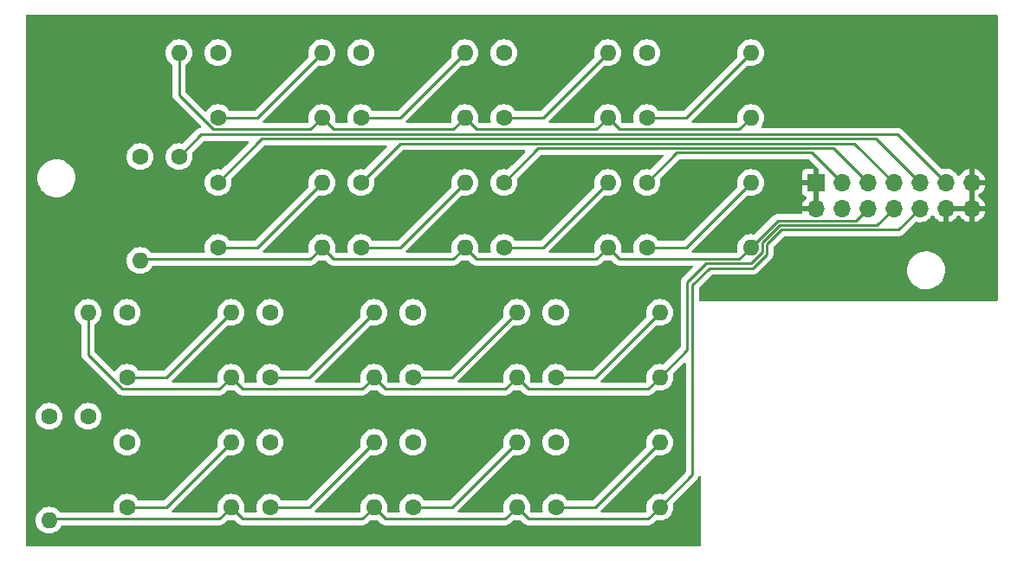
<source format=gbl>
G04 #@! TF.GenerationSoftware,KiCad,Pcbnew,7.0.1-3b83917a11~171~ubuntu22.04.1*
G04 #@! TF.CreationDate,2023-03-12T10:58:09-04:00*
G04 #@! TF.ProjectId,pmf_daughter,706d665f-6461-4756-9768-7465722e6b69,rev?*
G04 #@! TF.SameCoordinates,Original*
G04 #@! TF.FileFunction,Copper,L2,Bot*
G04 #@! TF.FilePolarity,Positive*
%FSLAX46Y46*%
G04 Gerber Fmt 4.6, Leading zero omitted, Abs format (unit mm)*
G04 Created by KiCad (PCBNEW 7.0.1-3b83917a11~171~ubuntu22.04.1) date 2023-03-12 10:58:09*
%MOMM*%
%LPD*%
G01*
G04 APERTURE LIST*
G04 #@! TA.AperFunction,ComponentPad*
%ADD10R,1.700000X1.700000*%
G04 #@! TD*
G04 #@! TA.AperFunction,ComponentPad*
%ADD11O,1.700000X1.700000*%
G04 #@! TD*
G04 #@! TA.AperFunction,ComponentPad*
%ADD12C,1.600000*%
G04 #@! TD*
G04 #@! TA.AperFunction,ComponentPad*
%ADD13O,1.600000X1.600000*%
G04 #@! TD*
G04 #@! TA.AperFunction,Conductor*
%ADD14C,0.250000*%
G04 #@! TD*
G04 APERTURE END LIST*
D10*
G04 #@! TO.P,J1,1,Pin_1*
G04 #@! TO.N,GND*
X129210000Y-31420000D03*
D11*
G04 #@! TO.P,J1,2,Pin_2*
X129210000Y-33960000D03*
G04 #@! TO.P,J1,3,Pin_3*
G04 #@! TO.N,LP4*
X131750000Y-31420000D03*
G04 #@! TO.P,J1,4,Pin_4*
G04 #@! TO.N,LINK4*
X131750000Y-33960000D03*
G04 #@! TO.P,J1,5,Pin_5*
G04 #@! TO.N,LP3*
X134290000Y-31420000D03*
G04 #@! TO.P,J1,6,Pin_6*
G04 #@! TO.N,LINK3*
X134290000Y-33960000D03*
G04 #@! TO.P,J1,7,Pin_7*
G04 #@! TO.N,LP2*
X136830000Y-31420000D03*
G04 #@! TO.P,J1,8,Pin_8*
G04 #@! TO.N,LINK2*
X136830000Y-33960000D03*
G04 #@! TO.P,J1,9,Pin_9*
G04 #@! TO.N,LP1*
X139370000Y-31420000D03*
G04 #@! TO.P,J1,10,Pin_10*
G04 #@! TO.N,LINK1*
X139370000Y-33960000D03*
G04 #@! TO.P,J1,11,Pin_11*
G04 #@! TO.N,INPUT*
X141910000Y-31420000D03*
G04 #@! TO.P,J1,12,Pin_12*
G04 #@! TO.N,GND*
X141910000Y-33960000D03*
G04 #@! TO.P,J1,13,Pin_13*
X144450000Y-31420000D03*
G04 #@! TO.P,J1,14,Pin_14*
X144450000Y-33960000D03*
G04 #@! TD*
D12*
G04 #@! TO.P,R27,1*
G04 #@! TO.N,Net-(R11-Pad2)*
X70790000Y-25070000D03*
D13*
G04 #@! TO.P,R27,2*
G04 #@! TO.N,LINK4*
X80950000Y-25070000D03*
G04 #@! TD*
D12*
G04 #@! TO.P,R24,1*
G04 #@! TO.N,Net-(R24-Pad1)*
X89840000Y-50470000D03*
D13*
G04 #@! TO.P,R24,2*
G04 #@! TO.N,LINK2*
X100000000Y-50470000D03*
G04 #@! TD*
D12*
G04 #@! TO.P,R8,1*
G04 #@! TO.N,LP3*
X89840000Y-44120000D03*
D13*
G04 #@! TO.P,R8,2*
G04 #@! TO.N,Net-(R24-Pad1)*
X100000000Y-44120000D03*
G04 #@! TD*
D12*
G04 #@! TO.P,R31,1*
G04 #@! TO.N,Net-(R15-Pad2)*
X75870000Y-50470000D03*
D13*
G04 #@! TO.P,R31,2*
G04 #@! TO.N,LINK2*
X86030000Y-50470000D03*
G04 #@! TD*
D12*
G04 #@! TO.P,R13,1*
G04 #@! TO.N,LP2*
X75870000Y-56820000D03*
D13*
G04 #@! TO.P,R13,2*
G04 #@! TO.N,Net-(R13-Pad2)*
X86030000Y-56820000D03*
G04 #@! TD*
D12*
G04 #@! TO.P,R22,1*
G04 #@! TO.N,Net-(R22-Pad1)*
X89840000Y-63170000D03*
D13*
G04 #@! TO.P,R22,2*
G04 #@! TO.N,LINK1*
X100000000Y-63170000D03*
G04 #@! TD*
D12*
G04 #@! TO.P,R3,1*
G04 #@! TO.N,INPUT*
X63170000Y-28880000D03*
D13*
G04 #@! TO.P,R3,2*
G04 #@! TO.N,LINK3*
X63170000Y-39040000D03*
G04 #@! TD*
D12*
G04 #@! TO.P,R4,1*
G04 #@! TO.N,INPUT*
X66980000Y-28880000D03*
D13*
G04 #@! TO.P,R4,2*
G04 #@! TO.N,LINK4*
X66980000Y-18720000D03*
G04 #@! TD*
D12*
G04 #@! TO.P,R20,1*
G04 #@! TO.N,LP4*
X112700000Y-18720000D03*
D13*
G04 #@! TO.P,R20,2*
G04 #@! TO.N,Net-(R20-Pad2)*
X122860000Y-18720000D03*
G04 #@! TD*
D12*
G04 #@! TO.P,R29,1*
G04 #@! TO.N,Net-(R13-Pad2)*
X75870000Y-63170000D03*
D13*
G04 #@! TO.P,R29,2*
G04 #@! TO.N,LINK1*
X86030000Y-63170000D03*
G04 #@! TD*
D12*
G04 #@! TO.P,R33,1*
G04 #@! TO.N,Net-(R17-Pad2)*
X84760000Y-37770000D03*
D13*
G04 #@! TO.P,R33,2*
G04 #@! TO.N,LINK3*
X94920000Y-37770000D03*
G04 #@! TD*
D12*
G04 #@! TO.P,R19,1*
G04 #@! TO.N,LP2*
X84760000Y-18720000D03*
D13*
G04 #@! TO.P,R19,2*
G04 #@! TO.N,Net-(R19-Pad2)*
X94920000Y-18720000D03*
G04 #@! TD*
D12*
G04 #@! TO.P,R11,1*
G04 #@! TO.N,LP1*
X70790000Y-18720000D03*
D13*
G04 #@! TO.P,R11,2*
G04 #@! TO.N,Net-(R11-Pad2)*
X80950000Y-18720000D03*
G04 #@! TD*
D12*
G04 #@! TO.P,R18,1*
G04 #@! TO.N,LP4*
X112700000Y-31420000D03*
D13*
G04 #@! TO.P,R18,2*
G04 #@! TO.N,Net-(R18-Pad2)*
X122860000Y-31420000D03*
G04 #@! TD*
D12*
G04 #@! TO.P,R15,1*
G04 #@! TO.N,LP2*
X75870000Y-44120000D03*
D13*
G04 #@! TO.P,R15,2*
G04 #@! TO.N,Net-(R15-Pad2)*
X86030000Y-44120000D03*
G04 #@! TD*
D12*
G04 #@! TO.P,R10,1*
G04 #@! TO.N,LP3*
X98730000Y-31420000D03*
D13*
G04 #@! TO.P,R10,2*
G04 #@! TO.N,Net-(R10-Pad2)*
X108890000Y-31420000D03*
G04 #@! TD*
D12*
G04 #@! TO.P,R12,1*
G04 #@! TO.N,LP3*
X98730000Y-18720000D03*
D13*
G04 #@! TO.P,R12,2*
G04 #@! TO.N,Net-(R12-Pad2)*
X108890000Y-18720000D03*
G04 #@! TD*
D12*
G04 #@! TO.P,R1,1*
G04 #@! TO.N,INPUT*
X54280000Y-54280000D03*
D13*
G04 #@! TO.P,R1,2*
G04 #@! TO.N,LINK1*
X54280000Y-64440000D03*
G04 #@! TD*
D12*
G04 #@! TO.P,R14,1*
G04 #@! TO.N,LP4*
X103810000Y-56820000D03*
D13*
G04 #@! TO.P,R14,2*
G04 #@! TO.N,Net-(R14-Pad2)*
X113970000Y-56820000D03*
G04 #@! TD*
D12*
G04 #@! TO.P,R7,1*
G04 #@! TO.N,LP1*
X61900000Y-44120000D03*
D13*
G04 #@! TO.P,R7,2*
G04 #@! TO.N,Net-(R23-Pad1)*
X72060000Y-44120000D03*
G04 #@! TD*
D12*
G04 #@! TO.P,R17,1*
G04 #@! TO.N,LP2*
X84760000Y-31420000D03*
D13*
G04 #@! TO.P,R17,2*
G04 #@! TO.N,Net-(R17-Pad2)*
X94920000Y-31420000D03*
G04 #@! TD*
D12*
G04 #@! TO.P,R30,1*
G04 #@! TO.N,Net-(R14-Pad2)*
X103810000Y-63170000D03*
D13*
G04 #@! TO.P,R30,2*
G04 #@! TO.N,LINK1*
X113970000Y-63170000D03*
G04 #@! TD*
D12*
G04 #@! TO.P,R5,1*
G04 #@! TO.N,LP1*
X61900000Y-56820000D03*
D13*
G04 #@! TO.P,R5,2*
G04 #@! TO.N,Net-(R21-Pad1)*
X72060000Y-56820000D03*
G04 #@! TD*
D12*
G04 #@! TO.P,R34,1*
G04 #@! TO.N,Net-(R18-Pad2)*
X112700000Y-37770000D03*
D13*
G04 #@! TO.P,R34,2*
G04 #@! TO.N,LINK3*
X122860000Y-37770000D03*
G04 #@! TD*
D12*
G04 #@! TO.P,R2,1*
G04 #@! TO.N,INPUT*
X58090000Y-54280000D03*
D13*
G04 #@! TO.P,R2,2*
G04 #@! TO.N,LINK2*
X58090000Y-44120000D03*
G04 #@! TD*
D12*
G04 #@! TO.P,R26,1*
G04 #@! TO.N,Net-(R10-Pad2)*
X98730000Y-37770000D03*
D13*
G04 #@! TO.P,R26,2*
G04 #@! TO.N,LINK3*
X108890000Y-37770000D03*
G04 #@! TD*
D12*
G04 #@! TO.P,R9,1*
G04 #@! TO.N,LP1*
X70790000Y-31420000D03*
D13*
G04 #@! TO.P,R9,2*
G04 #@! TO.N,Net-(R25-Pad1)*
X80950000Y-31420000D03*
G04 #@! TD*
D12*
G04 #@! TO.P,R6,1*
G04 #@! TO.N,LP3*
X89840000Y-56820000D03*
D13*
G04 #@! TO.P,R6,2*
G04 #@! TO.N,Net-(R22-Pad1)*
X100000000Y-56820000D03*
G04 #@! TD*
D12*
G04 #@! TO.P,R25,1*
G04 #@! TO.N,Net-(R25-Pad1)*
X70790000Y-37770000D03*
D13*
G04 #@! TO.P,R25,2*
G04 #@! TO.N,LINK3*
X80950000Y-37770000D03*
G04 #@! TD*
D12*
G04 #@! TO.P,R21,1*
G04 #@! TO.N,Net-(R21-Pad1)*
X61900000Y-63170000D03*
D13*
G04 #@! TO.P,R21,2*
G04 #@! TO.N,LINK1*
X72060000Y-63170000D03*
G04 #@! TD*
D12*
G04 #@! TO.P,R28,1*
G04 #@! TO.N,Net-(R12-Pad2)*
X98730000Y-25070000D03*
D13*
G04 #@! TO.P,R28,2*
G04 #@! TO.N,LINK4*
X108890000Y-25070000D03*
G04 #@! TD*
D12*
G04 #@! TO.P,R23,1*
G04 #@! TO.N,Net-(R23-Pad1)*
X61900000Y-50470000D03*
D13*
G04 #@! TO.P,R23,2*
G04 #@! TO.N,LINK2*
X72060000Y-50470000D03*
G04 #@! TD*
D12*
G04 #@! TO.P,R16,1*
G04 #@! TO.N,LP4*
X103810000Y-44120000D03*
D13*
G04 #@! TO.P,R16,2*
G04 #@! TO.N,Net-(R16-Pad2)*
X113970000Y-44120000D03*
G04 #@! TD*
D12*
G04 #@! TO.P,R36,1*
G04 #@! TO.N,Net-(R20-Pad2)*
X112700000Y-25070000D03*
D13*
G04 #@! TO.P,R36,2*
G04 #@! TO.N,LINK4*
X122860000Y-25070000D03*
G04 #@! TD*
D12*
G04 #@! TO.P,R32,1*
G04 #@! TO.N,Net-(R16-Pad2)*
X103810000Y-50470000D03*
D13*
G04 #@! TO.P,R32,2*
G04 #@! TO.N,LINK2*
X113970000Y-50470000D03*
G04 #@! TD*
D12*
G04 #@! TO.P,R35,1*
G04 #@! TO.N,Net-(R19-Pad2)*
X84760000Y-25070000D03*
D13*
G04 #@! TO.P,R35,2*
G04 #@! TO.N,LINK4*
X94920000Y-25070000D03*
G04 #@! TD*
D14*
G04 #@! TO.N,LP1*
X75059503Y-27150497D02*
X70790000Y-31420000D01*
X135100497Y-27150497D02*
X75059503Y-27150497D01*
X139370000Y-31420000D02*
X135100497Y-27150497D01*
G04 #@! TO.N,LP2*
X133009998Y-27599998D02*
X88580002Y-27599998D01*
X88580002Y-27599998D02*
X84760000Y-31420000D01*
X136830000Y-31420000D02*
X133009998Y-27599998D01*
G04 #@! TO.N,LP3*
X134290000Y-31420000D02*
X130919499Y-28049499D01*
X102100501Y-28049499D02*
X98730000Y-31420000D01*
X130919499Y-28049499D02*
X102100501Y-28049499D01*
G04 #@! TO.N,LP4*
X128829000Y-28499000D02*
X115621000Y-28499000D01*
X131750000Y-31420000D02*
X128829000Y-28499000D01*
X115621000Y-28499000D02*
X112700000Y-31420000D01*
G04 #@! TO.N,INPUT*
X69159004Y-26700996D02*
X66980000Y-28880000D01*
X137190996Y-26700996D02*
X69159004Y-26700996D01*
X141910000Y-31420000D02*
X137190996Y-26700996D01*
G04 #@! TO.N,Net-(R21-Pad1)*
X65710000Y-63170000D02*
X72060000Y-56820000D01*
X61900000Y-63170000D02*
X65710000Y-63170000D01*
G04 #@! TO.N,Net-(R22-Pad1)*
X93650000Y-63170000D02*
X100000000Y-56820000D01*
X89840000Y-63170000D02*
X93650000Y-63170000D01*
G04 #@! TO.N,Net-(R23-Pad1)*
X65710000Y-50470000D02*
X72060000Y-44120000D01*
X61900000Y-50470000D02*
X65710000Y-50470000D01*
G04 #@! TO.N,Net-(R24-Pad1)*
X93650000Y-50470000D02*
X100000000Y-44120000D01*
X89840000Y-50470000D02*
X93650000Y-50470000D01*
G04 #@! TO.N,LINK1*
X100000000Y-63170000D02*
X101125000Y-64295000D01*
X86030000Y-63170000D02*
X87155000Y-64295000D01*
X137295499Y-36034501D02*
X139370000Y-33960000D01*
X124435000Y-38422387D02*
X124435000Y-37467791D01*
X70935000Y-64295000D02*
X72060000Y-63170000D01*
X113970000Y-63170000D02*
X117145000Y-59995000D01*
X87155000Y-64295000D02*
X98875000Y-64295000D01*
X54280000Y-64440000D02*
X54425000Y-64295000D01*
X124435000Y-37467791D02*
X125868291Y-36034501D01*
X112845000Y-64295000D02*
X113970000Y-63170000D01*
X125868291Y-36034501D02*
X137295499Y-36034501D01*
X84905000Y-64295000D02*
X86030000Y-63170000D01*
X54425000Y-64295000D02*
X70935000Y-64295000D01*
X101125000Y-64295000D02*
X112845000Y-64295000D01*
X118803000Y-39795000D02*
X123062387Y-39795000D01*
X73185000Y-64295000D02*
X84905000Y-64295000D01*
X98875000Y-64295000D02*
X100000000Y-63170000D01*
X123062387Y-39795000D02*
X124435000Y-38422387D01*
X117145000Y-59995000D02*
X117145000Y-41453000D01*
X117145000Y-41453000D02*
X118803000Y-39795000D01*
X72060000Y-63170000D02*
X73185000Y-64295000D01*
G04 #@! TO.N,LINK2*
X123985000Y-38235991D02*
X123985000Y-37304009D01*
X84905000Y-51595000D02*
X86030000Y-50470000D01*
X123985000Y-37304009D02*
X123973693Y-37292702D01*
X61434009Y-51595000D02*
X70935000Y-51595000D01*
X112845000Y-51595000D02*
X113970000Y-50470000D01*
X58090000Y-48250991D02*
X61434009Y-51595000D01*
X116637000Y-41198310D02*
X118490310Y-39345000D01*
X116637000Y-47803000D02*
X116637000Y-41198310D01*
X135205499Y-35584501D02*
X136830000Y-33960000D01*
X98875000Y-51595000D02*
X100000000Y-50470000D01*
X119760310Y-39345000D02*
X122875991Y-39345000D01*
X118490310Y-39345000D02*
X120320000Y-39345000D01*
X86030000Y-50470000D02*
X87155000Y-51595000D01*
X101125000Y-51595000D02*
X112845000Y-51595000D01*
X70935000Y-51595000D02*
X72060000Y-50470000D01*
X125681895Y-35584501D02*
X135205499Y-35584501D01*
X58090000Y-44120000D02*
X58090000Y-48250991D01*
X73185000Y-51595000D02*
X84905000Y-51595000D01*
X72060000Y-50470000D02*
X73185000Y-51595000D01*
X113970000Y-50470000D02*
X116637000Y-47803000D01*
X87155000Y-51595000D02*
X98875000Y-51595000D01*
X123973693Y-37292702D02*
X125681895Y-35584501D01*
X122875991Y-39345000D02*
X123985000Y-38235991D01*
X100000000Y-50470000D02*
X101125000Y-51595000D01*
G04 #@! TO.N,LINK3*
X80950000Y-37770000D02*
X82075000Y-38895000D01*
X121735000Y-38895000D02*
X122860000Y-37770000D01*
X125495000Y-35135000D02*
X133115000Y-35135000D01*
X79825000Y-38895000D02*
X80950000Y-37770000D01*
X96045000Y-38895000D02*
X107765000Y-38895000D01*
X94920000Y-37770000D02*
X96045000Y-38895000D01*
X107765000Y-38895000D02*
X108890000Y-37770000D01*
X82075000Y-38895000D02*
X93795000Y-38895000D01*
X63170000Y-39040000D02*
X63315000Y-38895000D01*
X133115000Y-35135000D02*
X134290000Y-33960000D01*
X63315000Y-38895000D02*
X79825000Y-38895000D01*
X122860000Y-37770000D02*
X125495000Y-35135000D01*
X108890000Y-37770000D02*
X110015000Y-38895000D01*
X110015000Y-38895000D02*
X121735000Y-38895000D01*
X93795000Y-38895000D02*
X94920000Y-37770000D01*
G04 #@! TO.N,LINK4*
X70324009Y-26195000D02*
X79825000Y-26195000D01*
X82075000Y-26195000D02*
X93795000Y-26195000D01*
X110015000Y-26195000D02*
X121735000Y-26195000D01*
X108890000Y-25070000D02*
X110015000Y-26195000D01*
X121735000Y-26195000D02*
X122860000Y-25070000D01*
X93795000Y-26195000D02*
X94920000Y-25070000D01*
X66980000Y-22850991D02*
X70324009Y-26195000D01*
X66980000Y-18720000D02*
X66980000Y-22850991D01*
X80950000Y-25070000D02*
X82075000Y-26195000D01*
X96045000Y-26195000D02*
X107765000Y-26195000D01*
X79825000Y-26195000D02*
X80950000Y-25070000D01*
X107765000Y-26195000D02*
X108890000Y-25070000D01*
X94920000Y-25070000D02*
X96045000Y-26195000D01*
G04 #@! TO.N,Net-(R25-Pad1)*
X70790000Y-37770000D02*
X74600000Y-37770000D01*
X74600000Y-37770000D02*
X80950000Y-31420000D01*
G04 #@! TO.N,Net-(R10-Pad2)*
X98730000Y-37770000D02*
X102540000Y-37770000D01*
X102540000Y-37770000D02*
X108890000Y-31420000D01*
G04 #@! TO.N,Net-(R11-Pad2)*
X70790000Y-25070000D02*
X74600000Y-25070000D01*
X74600000Y-25070000D02*
X80950000Y-18720000D01*
G04 #@! TO.N,Net-(R12-Pad2)*
X102540000Y-25070000D02*
X108890000Y-18720000D01*
X98730000Y-25070000D02*
X102540000Y-25070000D01*
G04 #@! TO.N,Net-(R13-Pad2)*
X75870000Y-63170000D02*
X79680000Y-63170000D01*
X79680000Y-63170000D02*
X86030000Y-56820000D01*
G04 #@! TO.N,Net-(R14-Pad2)*
X103810000Y-63170000D02*
X107620000Y-63170000D01*
X107620000Y-63170000D02*
X113970000Y-56820000D01*
G04 #@! TO.N,Net-(R15-Pad2)*
X75870000Y-50470000D02*
X79680000Y-50470000D01*
X79680000Y-50470000D02*
X86030000Y-44120000D01*
G04 #@! TO.N,Net-(R16-Pad2)*
X103810000Y-50470000D02*
X107620000Y-50470000D01*
X107620000Y-50470000D02*
X113970000Y-44120000D01*
G04 #@! TO.N,Net-(R17-Pad2)*
X88570000Y-37770000D02*
X94920000Y-31420000D01*
X84760000Y-37770000D02*
X88570000Y-37770000D01*
G04 #@! TO.N,Net-(R18-Pad2)*
X116510000Y-37770000D02*
X122860000Y-31420000D01*
X112700000Y-37770000D02*
X116510000Y-37770000D01*
G04 #@! TO.N,Net-(R19-Pad2)*
X88570000Y-25070000D02*
X94920000Y-18720000D01*
X84760000Y-25070000D02*
X88570000Y-25070000D01*
G04 #@! TO.N,Net-(R20-Pad2)*
X112700000Y-25070000D02*
X116510000Y-25070000D01*
X116510000Y-25070000D02*
X122860000Y-18720000D01*
G04 #@! TD*
G04 #@! TA.AperFunction,Conductor*
G04 #@! TO.N,GND*
G36*
X146976500Y-15017381D02*
G01*
X147022619Y-15063500D01*
X147039500Y-15126500D01*
X147039500Y-42873500D01*
X147022619Y-42936500D01*
X146976500Y-42982619D01*
X146913500Y-42999500D01*
X118000099Y-42999500D01*
X118000000Y-42999459D01*
X117999901Y-42999500D01*
X117999617Y-42999617D01*
X117999459Y-43000000D01*
X117999500Y-43000099D01*
X117999500Y-43002629D01*
X117980432Y-43015341D01*
X117980365Y-43015241D01*
X117961758Y-43031795D01*
X117899600Y-43045461D01*
X117838692Y-43027005D01*
X117794573Y-42981136D01*
X117778500Y-42919556D01*
X117778500Y-41767594D01*
X117788091Y-41719376D01*
X117815405Y-41678499D01*
X119028500Y-40465405D01*
X119069377Y-40438091D01*
X119117595Y-40428500D01*
X122983620Y-40428500D01*
X122994803Y-40429027D01*
X123002296Y-40430702D01*
X123070372Y-40428562D01*
X123074332Y-40428500D01*
X123098281Y-40428500D01*
X123102243Y-40428500D01*
X123106243Y-40427994D01*
X123118086Y-40427061D01*
X123162276Y-40425673D01*
X123181720Y-40420023D01*
X123201089Y-40416012D01*
X123221184Y-40413474D01*
X123262302Y-40397193D01*
X123273504Y-40393357D01*
X123315980Y-40381018D01*
X123333426Y-40370699D01*
X123351156Y-40362013D01*
X123370004Y-40354552D01*
X123405774Y-40328561D01*
X123415685Y-40322051D01*
X123453749Y-40299542D01*
X123468075Y-40285215D01*
X123483104Y-40272378D01*
X123499494Y-40260472D01*
X123527681Y-40226397D01*
X123535659Y-40217630D01*
X123685524Y-40067765D01*
X138145788Y-40067765D01*
X138146290Y-40072332D01*
X138146291Y-40072344D01*
X138174910Y-40332444D01*
X138174911Y-40332453D01*
X138175414Y-40337018D01*
X138176576Y-40341463D01*
X138176577Y-40341468D01*
X138199841Y-40430452D01*
X138243928Y-40599088D01*
X138245725Y-40603318D01*
X138245728Y-40603325D01*
X138311199Y-40757389D01*
X138349870Y-40848390D01*
X138352265Y-40852315D01*
X138352266Y-40852316D01*
X138488445Y-41075454D01*
X138490982Y-41079610D01*
X138493917Y-41083137D01*
X138493918Y-41083138D01*
X138614626Y-41228185D01*
X138664255Y-41287820D01*
X138759177Y-41372870D01*
X138862561Y-41465503D01*
X138862565Y-41465506D01*
X138865998Y-41468582D01*
X139091910Y-41618044D01*
X139337176Y-41733020D01*
X139596569Y-41811060D01*
X139864561Y-41850500D01*
X140065330Y-41850500D01*
X140067631Y-41850500D01*
X140270156Y-41835677D01*
X140534553Y-41776780D01*
X140787558Y-41680014D01*
X141023777Y-41547441D01*
X141238177Y-41381888D01*
X141426186Y-41186881D01*
X141583799Y-40966579D01*
X141707656Y-40725675D01*
X141795118Y-40469305D01*
X141844319Y-40202933D01*
X141854212Y-39932235D01*
X141824586Y-39662982D01*
X141756072Y-39400912D01*
X141650130Y-39151610D01*
X141509018Y-38920390D01*
X141335745Y-38712180D01*
X141242041Y-38628221D01*
X141137438Y-38534496D01*
X141137432Y-38534491D01*
X141134002Y-38531418D01*
X140987589Y-38434552D01*
X140911925Y-38384493D01*
X140911922Y-38384491D01*
X140908090Y-38381956D01*
X140662824Y-38266980D01*
X140644609Y-38261500D01*
X140407843Y-38190267D01*
X140407838Y-38190265D01*
X140403431Y-38188940D01*
X140398874Y-38188269D01*
X140398868Y-38188268D01*
X140140000Y-38150171D01*
X140139996Y-38150170D01*
X140135439Y-38149500D01*
X139932369Y-38149500D01*
X139930098Y-38149666D01*
X139930076Y-38149667D01*
X139734438Y-38163986D01*
X139734427Y-38163987D01*
X139729844Y-38164323D01*
X139725353Y-38165323D01*
X139725349Y-38165324D01*
X139469939Y-38222219D01*
X139469934Y-38222220D01*
X139465447Y-38223220D01*
X139461149Y-38224863D01*
X139461145Y-38224865D01*
X139216746Y-38318339D01*
X139216735Y-38318343D01*
X139212442Y-38319986D01*
X139208434Y-38322235D01*
X139208422Y-38322241D01*
X138980232Y-38450308D01*
X138980221Y-38450314D01*
X138976223Y-38452559D01*
X138972589Y-38455364D01*
X138972586Y-38455367D01*
X138765466Y-38615298D01*
X138765458Y-38615305D01*
X138761823Y-38618112D01*
X138758632Y-38621421D01*
X138758625Y-38621428D01*
X138577011Y-38809802D01*
X138577004Y-38809809D01*
X138573814Y-38813119D01*
X138571136Y-38816861D01*
X138571131Y-38816868D01*
X138418885Y-39029668D01*
X138418878Y-39029677D01*
X138416201Y-39033421D01*
X138414097Y-39037512D01*
X138414091Y-39037523D01*
X138298369Y-39262606D01*
X138292344Y-39274325D01*
X138290856Y-39278684D01*
X138290854Y-39278691D01*
X138206371Y-39526327D01*
X138206367Y-39526341D01*
X138204882Y-39530695D01*
X138204044Y-39535228D01*
X138204044Y-39535231D01*
X138156517Y-39792537D01*
X138156515Y-39792546D01*
X138155681Y-39797067D01*
X138155513Y-39801656D01*
X138155512Y-39801668D01*
X138145956Y-40063161D01*
X138145788Y-40067765D01*
X123685524Y-40067765D01*
X124827264Y-38926026D01*
X124835535Y-38918500D01*
X124842018Y-38914387D01*
X124888661Y-38864715D01*
X124891353Y-38861937D01*
X124911135Y-38842157D01*
X124913613Y-38838961D01*
X124921308Y-38829950D01*
X124951586Y-38797708D01*
X124961348Y-38779949D01*
X124972195Y-38763437D01*
X124984614Y-38747428D01*
X125002179Y-38706833D01*
X125007388Y-38696201D01*
X125028695Y-38657447D01*
X125033733Y-38637821D01*
X125040134Y-38619124D01*
X125048181Y-38600532D01*
X125055096Y-38556864D01*
X125057504Y-38545240D01*
X125066529Y-38510092D01*
X125068500Y-38502417D01*
X125068500Y-38482163D01*
X125070051Y-38462452D01*
X125071980Y-38450272D01*
X125073220Y-38442444D01*
X125069058Y-38398425D01*
X125068500Y-38386568D01*
X125068500Y-37782386D01*
X125078091Y-37734168D01*
X125105405Y-37693290D01*
X126093792Y-36704905D01*
X126134669Y-36677592D01*
X126182887Y-36668001D01*
X137216732Y-36668001D01*
X137227915Y-36668528D01*
X137235408Y-36670203D01*
X137303484Y-36668063D01*
X137307444Y-36668001D01*
X137331393Y-36668001D01*
X137335355Y-36668001D01*
X137339355Y-36667495D01*
X137351198Y-36666562D01*
X137395388Y-36665174D01*
X137414832Y-36659524D01*
X137434201Y-36655513D01*
X137454296Y-36652975D01*
X137495414Y-36636694D01*
X137506616Y-36632858D01*
X137549092Y-36620519D01*
X137566538Y-36610200D01*
X137584268Y-36601514D01*
X137603116Y-36594053D01*
X137638886Y-36568062D01*
X137648797Y-36561552D01*
X137686861Y-36539043D01*
X137701187Y-36524716D01*
X137716216Y-36511879D01*
X137732606Y-36499973D01*
X137760793Y-36465898D01*
X137768771Y-36457131D01*
X138912559Y-35313343D01*
X138968205Y-35280960D01*
X139032040Y-35280302D01*
X139035365Y-35281444D01*
X139257431Y-35318500D01*
X139477358Y-35318500D01*
X139482569Y-35318500D01*
X139704635Y-35281444D01*
X139917574Y-35208342D01*
X140115576Y-35101189D01*
X140293240Y-34962906D01*
X140445722Y-34797268D01*
X140534817Y-34660896D01*
X140580328Y-34619001D01*
X140640297Y-34603814D01*
X140700267Y-34619000D01*
X140745781Y-34660898D01*
X140831822Y-34792592D01*
X140838210Y-34800799D01*
X140983567Y-34958700D01*
X140991211Y-34965737D01*
X141160588Y-35097568D01*
X141169281Y-35103247D01*
X141358042Y-35205400D01*
X141367559Y-35209575D01*
X141570557Y-35279264D01*
X141580627Y-35281814D01*
X141642461Y-35292132D01*
X141653598Y-35291556D01*
X141656000Y-35280664D01*
X142164000Y-35280664D01*
X142166401Y-35291556D01*
X142177538Y-35292132D01*
X142239372Y-35281814D01*
X142249442Y-35279264D01*
X142452440Y-35209575D01*
X142461957Y-35205400D01*
X142650718Y-35103247D01*
X142659411Y-35097568D01*
X142828788Y-34965737D01*
X142836432Y-34958700D01*
X142981789Y-34800799D01*
X142988177Y-34792593D01*
X143074517Y-34660441D01*
X143120031Y-34618543D01*
X143180000Y-34603357D01*
X143239969Y-34618543D01*
X143285483Y-34660441D01*
X143371822Y-34792593D01*
X143378210Y-34800799D01*
X143523567Y-34958700D01*
X143531211Y-34965737D01*
X143700588Y-35097568D01*
X143709281Y-35103247D01*
X143898042Y-35205400D01*
X143907559Y-35209575D01*
X144110557Y-35279264D01*
X144120627Y-35281814D01*
X144182461Y-35292132D01*
X144193598Y-35291556D01*
X144196000Y-35280664D01*
X144704000Y-35280664D01*
X144706401Y-35291556D01*
X144717538Y-35292132D01*
X144779372Y-35281814D01*
X144789442Y-35279264D01*
X144992440Y-35209575D01*
X145001957Y-35205400D01*
X145190718Y-35103247D01*
X145199411Y-35097568D01*
X145368788Y-34965737D01*
X145376432Y-34958700D01*
X145521789Y-34800799D01*
X145528177Y-34792593D01*
X145645568Y-34612913D01*
X145650511Y-34603778D01*
X145736729Y-34407223D01*
X145740099Y-34397408D01*
X145783013Y-34227943D01*
X145783248Y-34216565D01*
X145772160Y-34214000D01*
X144720590Y-34214000D01*
X144707506Y-34217506D01*
X144704000Y-34230590D01*
X144704000Y-35280664D01*
X144196000Y-35280664D01*
X144196000Y-34230590D01*
X144192493Y-34217506D01*
X144179410Y-34214000D01*
X142180590Y-34214000D01*
X142167506Y-34217506D01*
X142164000Y-34230590D01*
X142164000Y-35280664D01*
X141656000Y-35280664D01*
X141656000Y-33832000D01*
X141672881Y-33769000D01*
X141719000Y-33722881D01*
X141782000Y-33706000D01*
X144179410Y-33706000D01*
X144192493Y-33702493D01*
X144196000Y-33689410D01*
X144704000Y-33689410D01*
X144707506Y-33702493D01*
X144720590Y-33706000D01*
X145772160Y-33706000D01*
X145783248Y-33703434D01*
X145783013Y-33692056D01*
X145740099Y-33522591D01*
X145736729Y-33512776D01*
X145650511Y-33316221D01*
X145645568Y-33307086D01*
X145528177Y-33127406D01*
X145521789Y-33119200D01*
X145376432Y-32961299D01*
X145368788Y-32954262D01*
X145199411Y-32822431D01*
X145190718Y-32816752D01*
X145161267Y-32800814D01*
X145112995Y-32754498D01*
X145095236Y-32690000D01*
X145112995Y-32625502D01*
X145161267Y-32579186D01*
X145190718Y-32563247D01*
X145199411Y-32557568D01*
X145368788Y-32425737D01*
X145376432Y-32418700D01*
X145521789Y-32260799D01*
X145528177Y-32252593D01*
X145645568Y-32072913D01*
X145650511Y-32063778D01*
X145736729Y-31867223D01*
X145740099Y-31857408D01*
X145783013Y-31687943D01*
X145783248Y-31676565D01*
X145772160Y-31674000D01*
X144720590Y-31674000D01*
X144707506Y-31677506D01*
X144704000Y-31690590D01*
X144704000Y-33689410D01*
X144196000Y-33689410D01*
X144196000Y-31149410D01*
X144704000Y-31149410D01*
X144707506Y-31162493D01*
X144720590Y-31166000D01*
X145772160Y-31166000D01*
X145783248Y-31163434D01*
X145783013Y-31152056D01*
X145740099Y-30982591D01*
X145736729Y-30972776D01*
X145650511Y-30776221D01*
X145645568Y-30767086D01*
X145528177Y-30587406D01*
X145521789Y-30579200D01*
X145376432Y-30421299D01*
X145368788Y-30414262D01*
X145199411Y-30282431D01*
X145190718Y-30276752D01*
X145001957Y-30174599D01*
X144992440Y-30170424D01*
X144789442Y-30100735D01*
X144779372Y-30098185D01*
X144717538Y-30087867D01*
X144706401Y-30088443D01*
X144704000Y-30099336D01*
X144704000Y-31149410D01*
X144196000Y-31149410D01*
X144196000Y-30099336D01*
X144193598Y-30088443D01*
X144182461Y-30087867D01*
X144120627Y-30098185D01*
X144110557Y-30100735D01*
X143907559Y-30170424D01*
X143898042Y-30174599D01*
X143709281Y-30276752D01*
X143700588Y-30282431D01*
X143531211Y-30414262D01*
X143523567Y-30421299D01*
X143378210Y-30579200D01*
X143371816Y-30587415D01*
X143285780Y-30719101D01*
X143240267Y-30760999D01*
X143180297Y-30776185D01*
X143120328Y-30760998D01*
X143074816Y-30719101D01*
X142985722Y-30582732D01*
X142866774Y-30453521D01*
X142836772Y-30420930D01*
X142836767Y-30420925D01*
X142833240Y-30417094D01*
X142829010Y-30413802D01*
X142724529Y-30332480D01*
X142655576Y-30278811D01*
X142650997Y-30276333D01*
X142650994Y-30276331D01*
X142462159Y-30174139D01*
X142462156Y-30174137D01*
X142457574Y-30171658D01*
X142452650Y-30169967D01*
X142452642Y-30169964D01*
X142249565Y-30100248D01*
X142249559Y-30100246D01*
X142244635Y-30098556D01*
X142239498Y-30097698D01*
X142239495Y-30097698D01*
X142027706Y-30062357D01*
X142027703Y-30062356D01*
X142022569Y-30061500D01*
X141797431Y-30061500D01*
X141792297Y-30062356D01*
X141792293Y-30062357D01*
X141580491Y-30097700D01*
X141580483Y-30097701D01*
X141575365Y-30098556D01*
X141572034Y-30099699D01*
X141508199Y-30099036D01*
X141452558Y-30066653D01*
X137694642Y-26308737D01*
X137687108Y-26300459D01*
X137682996Y-26293978D01*
X137633344Y-26247352D01*
X137630502Y-26244597D01*
X137613570Y-26227665D01*
X137613570Y-26227664D01*
X137610766Y-26224861D01*
X137607571Y-26222382D01*
X137598550Y-26214678D01*
X137572093Y-26189834D01*
X137566317Y-26184410D01*
X137559373Y-26180592D01*
X137559367Y-26180588D01*
X137548562Y-26174648D01*
X137532043Y-26163797D01*
X137516037Y-26151382D01*
X137508762Y-26148234D01*
X137508759Y-26148232D01*
X137475462Y-26133824D01*
X137464800Y-26128601D01*
X137433003Y-26111120D01*
X137433001Y-26111119D01*
X137426056Y-26107301D01*
X137418379Y-26105330D01*
X137418377Y-26105329D01*
X137406434Y-26102263D01*
X137387730Y-26095859D01*
X137376416Y-26090963D01*
X137376414Y-26090962D01*
X137369141Y-26087815D01*
X137361315Y-26086575D01*
X137361314Y-26086575D01*
X137325471Y-26080898D01*
X137313855Y-26078492D01*
X137271026Y-26067496D01*
X137263097Y-26067496D01*
X137250772Y-26067496D01*
X137231061Y-26065945D01*
X137218881Y-26064015D01*
X137218874Y-26064014D01*
X137211053Y-26062776D01*
X137203169Y-26063521D01*
X137203161Y-26063521D01*
X137167035Y-26066937D01*
X137155177Y-26067496D01*
X124000973Y-26067496D01*
X123935608Y-26049215D01*
X123889210Y-25999676D01*
X123875243Y-25933255D01*
X123897760Y-25869225D01*
X123994366Y-25731257D01*
X123997523Y-25726749D01*
X124094284Y-25519243D01*
X124153543Y-25298087D01*
X124173498Y-25070000D01*
X124153543Y-24841913D01*
X124094284Y-24620757D01*
X123997523Y-24413251D01*
X123866198Y-24225700D01*
X123704300Y-24063802D01*
X123630496Y-24012123D01*
X123521257Y-23935633D01*
X123521252Y-23935630D01*
X123516749Y-23932477D01*
X123309243Y-23835716D01*
X123088087Y-23776457D01*
X123082611Y-23775977D01*
X123082606Y-23775977D01*
X122865475Y-23756981D01*
X122860000Y-23756502D01*
X122854525Y-23756981D01*
X122637393Y-23775977D01*
X122637386Y-23775978D01*
X122631913Y-23776457D01*
X122626599Y-23777880D01*
X122626598Y-23777881D01*
X122416067Y-23834293D01*
X122416065Y-23834293D01*
X122410757Y-23835716D01*
X122405779Y-23838036D01*
X122405774Y-23838039D01*
X122208238Y-23930151D01*
X122208233Y-23930153D01*
X122203251Y-23932477D01*
X122198752Y-23935627D01*
X122198742Y-23935633D01*
X122020211Y-24060643D01*
X122020208Y-24060645D01*
X122015700Y-24063802D01*
X122011808Y-24067693D01*
X122011802Y-24067699D01*
X121857699Y-24221802D01*
X121857693Y-24221808D01*
X121853802Y-24225700D01*
X121850645Y-24230208D01*
X121850643Y-24230211D01*
X121725633Y-24408742D01*
X121725627Y-24408752D01*
X121722477Y-24413251D01*
X121720153Y-24418233D01*
X121720151Y-24418238D01*
X121628039Y-24615774D01*
X121628036Y-24615779D01*
X121625716Y-24620757D01*
X121566457Y-24841913D01*
X121565978Y-24847386D01*
X121565977Y-24847393D01*
X121546988Y-25064443D01*
X121546502Y-25070000D01*
X121546981Y-25075475D01*
X121565977Y-25292606D01*
X121565977Y-25292611D01*
X121566457Y-25298087D01*
X121567880Y-25303398D01*
X121567881Y-25303401D01*
X121583459Y-25361540D01*
X121583459Y-25426762D01*
X121550849Y-25483245D01*
X121509501Y-25524594D01*
X121468623Y-25551909D01*
X121420404Y-25561500D01*
X117218593Y-25561500D01*
X117161390Y-25547767D01*
X117116657Y-25509561D01*
X117094144Y-25455211D01*
X117098760Y-25396564D01*
X117129498Y-25346405D01*
X119703679Y-22772224D01*
X122446753Y-20029150D01*
X122503235Y-19996540D01*
X122568458Y-19996540D01*
X122631913Y-20013543D01*
X122860000Y-20033498D01*
X123088087Y-20013543D01*
X123309243Y-19954284D01*
X123516749Y-19857523D01*
X123704300Y-19726198D01*
X123866198Y-19564300D01*
X123997523Y-19376749D01*
X124094284Y-19169243D01*
X124153543Y-18948087D01*
X124173498Y-18720000D01*
X124153543Y-18491913D01*
X124094284Y-18270757D01*
X123997523Y-18063251D01*
X123866198Y-17875700D01*
X123704300Y-17713802D01*
X123630496Y-17662123D01*
X123521257Y-17585633D01*
X123521252Y-17585630D01*
X123516749Y-17582477D01*
X123309243Y-17485716D01*
X123088087Y-17426457D01*
X123082611Y-17425977D01*
X123082606Y-17425977D01*
X122865475Y-17406981D01*
X122860000Y-17406502D01*
X122854525Y-17406981D01*
X122637393Y-17425977D01*
X122637386Y-17425978D01*
X122631913Y-17426457D01*
X122626599Y-17427880D01*
X122626598Y-17427881D01*
X122416067Y-17484293D01*
X122416065Y-17484293D01*
X122410757Y-17485716D01*
X122405779Y-17488036D01*
X122405774Y-17488039D01*
X122208238Y-17580151D01*
X122208233Y-17580153D01*
X122203251Y-17582477D01*
X122198752Y-17585627D01*
X122198742Y-17585633D01*
X122020211Y-17710643D01*
X122020208Y-17710645D01*
X122015700Y-17713802D01*
X122011808Y-17717693D01*
X122011802Y-17717699D01*
X121857699Y-17871802D01*
X121857693Y-17871808D01*
X121853802Y-17875700D01*
X121850645Y-17880208D01*
X121850643Y-17880211D01*
X121725633Y-18058742D01*
X121725627Y-18058752D01*
X121722477Y-18063251D01*
X121720153Y-18068233D01*
X121720151Y-18068238D01*
X121628039Y-18265774D01*
X121628036Y-18265779D01*
X121625716Y-18270757D01*
X121566457Y-18491913D01*
X121565978Y-18497386D01*
X121565977Y-18497393D01*
X121546988Y-18714443D01*
X121546502Y-18720000D01*
X121566457Y-18948087D01*
X121567879Y-18953394D01*
X121567881Y-18953405D01*
X121583459Y-19011542D01*
X121583459Y-19076764D01*
X121550847Y-19133247D01*
X116284500Y-24399595D01*
X116243623Y-24426909D01*
X116195405Y-24436500D01*
X113919394Y-24436500D01*
X113861214Y-24422263D01*
X113816181Y-24382771D01*
X113776139Y-24325586D01*
X113706198Y-24225700D01*
X113544300Y-24063802D01*
X113470496Y-24012123D01*
X113361257Y-23935633D01*
X113361252Y-23935630D01*
X113356749Y-23932477D01*
X113149243Y-23835716D01*
X112928087Y-23776457D01*
X112922611Y-23775977D01*
X112922606Y-23775977D01*
X112705475Y-23756981D01*
X112700000Y-23756502D01*
X112694525Y-23756981D01*
X112477393Y-23775977D01*
X112477386Y-23775978D01*
X112471913Y-23776457D01*
X112466599Y-23777880D01*
X112466598Y-23777881D01*
X112256067Y-23834293D01*
X112256065Y-23834293D01*
X112250757Y-23835716D01*
X112245779Y-23838036D01*
X112245774Y-23838039D01*
X112048238Y-23930151D01*
X112048233Y-23930153D01*
X112043251Y-23932477D01*
X112038752Y-23935627D01*
X112038742Y-23935633D01*
X111860211Y-24060643D01*
X111860208Y-24060645D01*
X111855700Y-24063802D01*
X111851808Y-24067693D01*
X111851802Y-24067699D01*
X111697699Y-24221802D01*
X111697693Y-24221808D01*
X111693802Y-24225700D01*
X111690645Y-24230208D01*
X111690643Y-24230211D01*
X111565633Y-24408742D01*
X111565627Y-24408752D01*
X111562477Y-24413251D01*
X111560153Y-24418233D01*
X111560151Y-24418238D01*
X111468039Y-24615774D01*
X111468036Y-24615779D01*
X111465716Y-24620757D01*
X111406457Y-24841913D01*
X111405978Y-24847386D01*
X111405977Y-24847393D01*
X111386988Y-25064443D01*
X111386502Y-25070000D01*
X111386981Y-25075475D01*
X111405977Y-25292606D01*
X111405977Y-25292611D01*
X111406457Y-25298087D01*
X111423459Y-25361540D01*
X111434539Y-25402888D01*
X111436411Y-25460081D01*
X111412795Y-25512204D01*
X111368560Y-25548506D01*
X111312832Y-25561500D01*
X110329595Y-25561500D01*
X110281377Y-25551909D01*
X110240500Y-25524595D01*
X110199151Y-25483246D01*
X110166539Y-25426761D01*
X110166540Y-25361540D01*
X110183543Y-25298087D01*
X110203498Y-25070000D01*
X110183543Y-24841913D01*
X110124284Y-24620757D01*
X110027523Y-24413251D01*
X109896198Y-24225700D01*
X109734300Y-24063802D01*
X109660496Y-24012123D01*
X109551257Y-23935633D01*
X109551252Y-23935630D01*
X109546749Y-23932477D01*
X109339243Y-23835716D01*
X109118087Y-23776457D01*
X109112611Y-23775977D01*
X109112606Y-23775977D01*
X108895475Y-23756981D01*
X108890000Y-23756502D01*
X108884525Y-23756981D01*
X108667393Y-23775977D01*
X108667386Y-23775978D01*
X108661913Y-23776457D01*
X108656599Y-23777880D01*
X108656598Y-23777881D01*
X108446067Y-23834293D01*
X108446065Y-23834293D01*
X108440757Y-23835716D01*
X108435779Y-23838036D01*
X108435774Y-23838039D01*
X108238238Y-23930151D01*
X108238233Y-23930153D01*
X108233251Y-23932477D01*
X108228752Y-23935627D01*
X108228742Y-23935633D01*
X108050211Y-24060643D01*
X108050208Y-24060645D01*
X108045700Y-24063802D01*
X108041808Y-24067693D01*
X108041802Y-24067699D01*
X107887699Y-24221802D01*
X107887693Y-24221808D01*
X107883802Y-24225700D01*
X107880645Y-24230208D01*
X107880643Y-24230211D01*
X107755633Y-24408742D01*
X107755627Y-24408752D01*
X107752477Y-24413251D01*
X107750153Y-24418233D01*
X107750151Y-24418238D01*
X107658039Y-24615774D01*
X107658036Y-24615779D01*
X107655716Y-24620757D01*
X107596457Y-24841913D01*
X107595978Y-24847386D01*
X107595977Y-24847393D01*
X107576988Y-25064443D01*
X107576502Y-25070000D01*
X107576981Y-25075475D01*
X107595977Y-25292606D01*
X107595977Y-25292611D01*
X107596457Y-25298087D01*
X107597880Y-25303398D01*
X107597881Y-25303401D01*
X107613459Y-25361540D01*
X107613459Y-25426762D01*
X107580849Y-25483245D01*
X107539501Y-25524594D01*
X107498623Y-25551909D01*
X107450404Y-25561500D01*
X103248593Y-25561500D01*
X103191390Y-25547767D01*
X103146657Y-25509561D01*
X103124144Y-25455211D01*
X103128760Y-25396564D01*
X103159498Y-25346405D01*
X105733679Y-22772224D01*
X108476753Y-20029150D01*
X108533235Y-19996540D01*
X108598458Y-19996540D01*
X108661913Y-20013543D01*
X108890000Y-20033498D01*
X109118087Y-20013543D01*
X109339243Y-19954284D01*
X109546749Y-19857523D01*
X109734300Y-19726198D01*
X109896198Y-19564300D01*
X110027523Y-19376749D01*
X110124284Y-19169243D01*
X110183543Y-18948087D01*
X110203498Y-18720000D01*
X111386502Y-18720000D01*
X111406457Y-18948087D01*
X111465716Y-19169243D01*
X111562477Y-19376749D01*
X111565630Y-19381252D01*
X111565633Y-19381257D01*
X111642123Y-19490496D01*
X111693802Y-19564300D01*
X111855700Y-19726198D01*
X111989634Y-19819980D01*
X112012771Y-19836181D01*
X112043251Y-19857523D01*
X112250757Y-19954284D01*
X112471913Y-20013543D01*
X112700000Y-20033498D01*
X112928087Y-20013543D01*
X113149243Y-19954284D01*
X113356749Y-19857523D01*
X113544300Y-19726198D01*
X113706198Y-19564300D01*
X113837523Y-19376749D01*
X113934284Y-19169243D01*
X113993543Y-18948087D01*
X114013498Y-18720000D01*
X113993543Y-18491913D01*
X113934284Y-18270757D01*
X113837523Y-18063251D01*
X113706198Y-17875700D01*
X113544300Y-17713802D01*
X113470496Y-17662123D01*
X113361257Y-17585633D01*
X113361252Y-17585630D01*
X113356749Y-17582477D01*
X113149243Y-17485716D01*
X112928087Y-17426457D01*
X112922611Y-17425977D01*
X112922606Y-17425977D01*
X112705475Y-17406981D01*
X112700000Y-17406502D01*
X112694525Y-17406981D01*
X112477393Y-17425977D01*
X112477386Y-17425978D01*
X112471913Y-17426457D01*
X112466599Y-17427880D01*
X112466598Y-17427881D01*
X112256067Y-17484293D01*
X112256065Y-17484293D01*
X112250757Y-17485716D01*
X112245779Y-17488036D01*
X112245774Y-17488039D01*
X112048238Y-17580151D01*
X112048233Y-17580153D01*
X112043251Y-17582477D01*
X112038752Y-17585627D01*
X112038742Y-17585633D01*
X111860211Y-17710643D01*
X111860208Y-17710645D01*
X111855700Y-17713802D01*
X111851808Y-17717693D01*
X111851802Y-17717699D01*
X111697699Y-17871802D01*
X111697693Y-17871808D01*
X111693802Y-17875700D01*
X111690645Y-17880208D01*
X111690643Y-17880211D01*
X111565633Y-18058742D01*
X111565627Y-18058752D01*
X111562477Y-18063251D01*
X111560153Y-18068233D01*
X111560151Y-18068238D01*
X111468039Y-18265774D01*
X111468036Y-18265779D01*
X111465716Y-18270757D01*
X111406457Y-18491913D01*
X111405978Y-18497386D01*
X111405977Y-18497393D01*
X111386988Y-18714443D01*
X111386502Y-18720000D01*
X110203498Y-18720000D01*
X110183543Y-18491913D01*
X110124284Y-18270757D01*
X110027523Y-18063251D01*
X109896198Y-17875700D01*
X109734300Y-17713802D01*
X109660496Y-17662123D01*
X109551257Y-17585633D01*
X109551252Y-17585630D01*
X109546749Y-17582477D01*
X109339243Y-17485716D01*
X109118087Y-17426457D01*
X109112611Y-17425977D01*
X109112606Y-17425977D01*
X108895475Y-17406981D01*
X108890000Y-17406502D01*
X108884525Y-17406981D01*
X108667393Y-17425977D01*
X108667386Y-17425978D01*
X108661913Y-17426457D01*
X108656599Y-17427880D01*
X108656598Y-17427881D01*
X108446067Y-17484293D01*
X108446065Y-17484293D01*
X108440757Y-17485716D01*
X108435779Y-17488036D01*
X108435774Y-17488039D01*
X108238238Y-17580151D01*
X108238233Y-17580153D01*
X108233251Y-17582477D01*
X108228752Y-17585627D01*
X108228742Y-17585633D01*
X108050211Y-17710643D01*
X108050208Y-17710645D01*
X108045700Y-17713802D01*
X108041808Y-17717693D01*
X108041802Y-17717699D01*
X107887699Y-17871802D01*
X107887693Y-17871808D01*
X107883802Y-17875700D01*
X107880645Y-17880208D01*
X107880643Y-17880211D01*
X107755633Y-18058742D01*
X107755627Y-18058752D01*
X107752477Y-18063251D01*
X107750153Y-18068233D01*
X107750151Y-18068238D01*
X107658039Y-18265774D01*
X107658036Y-18265779D01*
X107655716Y-18270757D01*
X107596457Y-18491913D01*
X107595978Y-18497386D01*
X107595977Y-18497393D01*
X107576988Y-18714443D01*
X107576502Y-18720000D01*
X107596457Y-18948087D01*
X107597879Y-18953394D01*
X107597881Y-18953405D01*
X107613459Y-19011542D01*
X107613459Y-19076764D01*
X107580847Y-19133247D01*
X102314500Y-24399595D01*
X102273623Y-24426909D01*
X102225405Y-24436500D01*
X99949394Y-24436500D01*
X99891214Y-24422263D01*
X99846181Y-24382771D01*
X99806139Y-24325586D01*
X99736198Y-24225700D01*
X99574300Y-24063802D01*
X99500496Y-24012123D01*
X99391257Y-23935633D01*
X99391252Y-23935630D01*
X99386749Y-23932477D01*
X99179243Y-23835716D01*
X98958087Y-23776457D01*
X98952611Y-23775977D01*
X98952606Y-23775977D01*
X98735475Y-23756981D01*
X98730000Y-23756502D01*
X98724525Y-23756981D01*
X98507393Y-23775977D01*
X98507386Y-23775978D01*
X98501913Y-23776457D01*
X98496599Y-23777880D01*
X98496598Y-23777881D01*
X98286067Y-23834293D01*
X98286065Y-23834293D01*
X98280757Y-23835716D01*
X98275779Y-23838036D01*
X98275774Y-23838039D01*
X98078238Y-23930151D01*
X98078233Y-23930153D01*
X98073251Y-23932477D01*
X98068752Y-23935627D01*
X98068742Y-23935633D01*
X97890211Y-24060643D01*
X97890208Y-24060645D01*
X97885700Y-24063802D01*
X97881808Y-24067693D01*
X97881802Y-24067699D01*
X97727699Y-24221802D01*
X97727693Y-24221808D01*
X97723802Y-24225700D01*
X97720645Y-24230208D01*
X97720643Y-24230211D01*
X97595633Y-24408742D01*
X97595627Y-24408752D01*
X97592477Y-24413251D01*
X97590153Y-24418233D01*
X97590151Y-24418238D01*
X97498039Y-24615774D01*
X97498036Y-24615779D01*
X97495716Y-24620757D01*
X97436457Y-24841913D01*
X97435978Y-24847386D01*
X97435977Y-24847393D01*
X97416988Y-25064443D01*
X97416502Y-25070000D01*
X97416981Y-25075475D01*
X97435977Y-25292606D01*
X97435977Y-25292611D01*
X97436457Y-25298087D01*
X97453459Y-25361540D01*
X97464539Y-25402888D01*
X97466411Y-25460081D01*
X97442795Y-25512204D01*
X97398560Y-25548506D01*
X97342832Y-25561500D01*
X96359595Y-25561500D01*
X96311377Y-25551909D01*
X96270500Y-25524595D01*
X96229151Y-25483246D01*
X96196539Y-25426761D01*
X96196540Y-25361540D01*
X96213543Y-25298087D01*
X96233498Y-25070000D01*
X96213543Y-24841913D01*
X96154284Y-24620757D01*
X96057523Y-24413251D01*
X95926198Y-24225700D01*
X95764300Y-24063802D01*
X95690496Y-24012123D01*
X95581257Y-23935633D01*
X95581252Y-23935630D01*
X95576749Y-23932477D01*
X95369243Y-23835716D01*
X95148087Y-23776457D01*
X95142611Y-23775977D01*
X95142606Y-23775977D01*
X94925475Y-23756981D01*
X94920000Y-23756502D01*
X94914525Y-23756981D01*
X94697393Y-23775977D01*
X94697386Y-23775978D01*
X94691913Y-23776457D01*
X94686599Y-23777880D01*
X94686598Y-23777881D01*
X94476067Y-23834293D01*
X94476065Y-23834293D01*
X94470757Y-23835716D01*
X94465779Y-23838036D01*
X94465774Y-23838039D01*
X94268238Y-23930151D01*
X94268233Y-23930153D01*
X94263251Y-23932477D01*
X94258752Y-23935627D01*
X94258742Y-23935633D01*
X94080211Y-24060643D01*
X94080208Y-24060645D01*
X94075700Y-24063802D01*
X94071808Y-24067693D01*
X94071802Y-24067699D01*
X93917699Y-24221802D01*
X93917693Y-24221808D01*
X93913802Y-24225700D01*
X93910645Y-24230208D01*
X93910643Y-24230211D01*
X93785633Y-24408742D01*
X93785627Y-24408752D01*
X93782477Y-24413251D01*
X93780153Y-24418233D01*
X93780151Y-24418238D01*
X93688039Y-24615774D01*
X93688036Y-24615779D01*
X93685716Y-24620757D01*
X93626457Y-24841913D01*
X93625978Y-24847386D01*
X93625977Y-24847393D01*
X93606988Y-25064443D01*
X93606502Y-25070000D01*
X93606981Y-25075475D01*
X93625977Y-25292606D01*
X93625977Y-25292611D01*
X93626457Y-25298087D01*
X93627880Y-25303398D01*
X93627881Y-25303401D01*
X93643459Y-25361540D01*
X93643459Y-25426762D01*
X93610849Y-25483245D01*
X93569501Y-25524594D01*
X93528623Y-25551909D01*
X93480404Y-25561500D01*
X89278593Y-25561500D01*
X89221390Y-25547767D01*
X89176657Y-25509561D01*
X89154144Y-25455211D01*
X89158760Y-25396564D01*
X89189498Y-25346405D01*
X91763679Y-22772224D01*
X94506753Y-20029150D01*
X94563235Y-19996540D01*
X94628458Y-19996540D01*
X94691913Y-20013543D01*
X94920000Y-20033498D01*
X95148087Y-20013543D01*
X95369243Y-19954284D01*
X95576749Y-19857523D01*
X95764300Y-19726198D01*
X95926198Y-19564300D01*
X96057523Y-19376749D01*
X96154284Y-19169243D01*
X96213543Y-18948087D01*
X96233498Y-18720000D01*
X97416502Y-18720000D01*
X97436457Y-18948087D01*
X97495716Y-19169243D01*
X97592477Y-19376749D01*
X97595630Y-19381252D01*
X97595633Y-19381257D01*
X97672123Y-19490496D01*
X97723802Y-19564300D01*
X97885700Y-19726198D01*
X98019634Y-19819980D01*
X98042771Y-19836181D01*
X98073251Y-19857523D01*
X98280757Y-19954284D01*
X98501913Y-20013543D01*
X98730000Y-20033498D01*
X98958087Y-20013543D01*
X99179243Y-19954284D01*
X99386749Y-19857523D01*
X99574300Y-19726198D01*
X99736198Y-19564300D01*
X99867523Y-19376749D01*
X99964284Y-19169243D01*
X100023543Y-18948087D01*
X100043498Y-18720000D01*
X100023543Y-18491913D01*
X99964284Y-18270757D01*
X99867523Y-18063251D01*
X99736198Y-17875700D01*
X99574300Y-17713802D01*
X99500496Y-17662123D01*
X99391257Y-17585633D01*
X99391252Y-17585630D01*
X99386749Y-17582477D01*
X99179243Y-17485716D01*
X98958087Y-17426457D01*
X98952611Y-17425977D01*
X98952606Y-17425977D01*
X98735475Y-17406981D01*
X98730000Y-17406502D01*
X98724525Y-17406981D01*
X98507393Y-17425977D01*
X98507386Y-17425978D01*
X98501913Y-17426457D01*
X98496599Y-17427880D01*
X98496598Y-17427881D01*
X98286067Y-17484293D01*
X98286065Y-17484293D01*
X98280757Y-17485716D01*
X98275779Y-17488036D01*
X98275774Y-17488039D01*
X98078238Y-17580151D01*
X98078233Y-17580153D01*
X98073251Y-17582477D01*
X98068752Y-17585627D01*
X98068742Y-17585633D01*
X97890211Y-17710643D01*
X97890208Y-17710645D01*
X97885700Y-17713802D01*
X97881808Y-17717693D01*
X97881802Y-17717699D01*
X97727699Y-17871802D01*
X97727693Y-17871808D01*
X97723802Y-17875700D01*
X97720645Y-17880208D01*
X97720643Y-17880211D01*
X97595633Y-18058742D01*
X97595627Y-18058752D01*
X97592477Y-18063251D01*
X97590153Y-18068233D01*
X97590151Y-18068238D01*
X97498039Y-18265774D01*
X97498036Y-18265779D01*
X97495716Y-18270757D01*
X97436457Y-18491913D01*
X97435978Y-18497386D01*
X97435977Y-18497393D01*
X97416988Y-18714443D01*
X97416502Y-18720000D01*
X96233498Y-18720000D01*
X96213543Y-18491913D01*
X96154284Y-18270757D01*
X96057523Y-18063251D01*
X95926198Y-17875700D01*
X95764300Y-17713802D01*
X95690496Y-17662123D01*
X95581257Y-17585633D01*
X95581252Y-17585630D01*
X95576749Y-17582477D01*
X95369243Y-17485716D01*
X95148087Y-17426457D01*
X95142611Y-17425977D01*
X95142606Y-17425977D01*
X94925475Y-17406981D01*
X94920000Y-17406502D01*
X94914525Y-17406981D01*
X94697393Y-17425977D01*
X94697386Y-17425978D01*
X94691913Y-17426457D01*
X94686599Y-17427880D01*
X94686598Y-17427881D01*
X94476067Y-17484293D01*
X94476065Y-17484293D01*
X94470757Y-17485716D01*
X94465779Y-17488036D01*
X94465774Y-17488039D01*
X94268238Y-17580151D01*
X94268233Y-17580153D01*
X94263251Y-17582477D01*
X94258752Y-17585627D01*
X94258742Y-17585633D01*
X94080211Y-17710643D01*
X94080208Y-17710645D01*
X94075700Y-17713802D01*
X94071808Y-17717693D01*
X94071802Y-17717699D01*
X93917699Y-17871802D01*
X93917693Y-17871808D01*
X93913802Y-17875700D01*
X93910645Y-17880208D01*
X93910643Y-17880211D01*
X93785633Y-18058742D01*
X93785627Y-18058752D01*
X93782477Y-18063251D01*
X93780153Y-18068233D01*
X93780151Y-18068238D01*
X93688039Y-18265774D01*
X93688036Y-18265779D01*
X93685716Y-18270757D01*
X93626457Y-18491913D01*
X93625978Y-18497386D01*
X93625977Y-18497393D01*
X93606988Y-18714443D01*
X93606502Y-18720000D01*
X93626457Y-18948087D01*
X93627879Y-18953394D01*
X93627881Y-18953405D01*
X93643459Y-19011542D01*
X93643459Y-19076764D01*
X93610847Y-19133247D01*
X88344500Y-24399595D01*
X88303623Y-24426909D01*
X88255405Y-24436500D01*
X85979394Y-24436500D01*
X85921214Y-24422263D01*
X85876181Y-24382771D01*
X85836139Y-24325586D01*
X85766198Y-24225700D01*
X85604300Y-24063802D01*
X85530496Y-24012123D01*
X85421257Y-23935633D01*
X85421252Y-23935630D01*
X85416749Y-23932477D01*
X85209243Y-23835716D01*
X84988087Y-23776457D01*
X84982611Y-23775977D01*
X84982606Y-23775977D01*
X84765475Y-23756981D01*
X84760000Y-23756502D01*
X84754525Y-23756981D01*
X84537393Y-23775977D01*
X84537386Y-23775978D01*
X84531913Y-23776457D01*
X84526599Y-23777880D01*
X84526598Y-23777881D01*
X84316067Y-23834293D01*
X84316065Y-23834293D01*
X84310757Y-23835716D01*
X84305779Y-23838036D01*
X84305774Y-23838039D01*
X84108238Y-23930151D01*
X84108233Y-23930153D01*
X84103251Y-23932477D01*
X84098752Y-23935627D01*
X84098742Y-23935633D01*
X83920211Y-24060643D01*
X83920208Y-24060645D01*
X83915700Y-24063802D01*
X83911808Y-24067693D01*
X83911802Y-24067699D01*
X83757699Y-24221802D01*
X83757693Y-24221808D01*
X83753802Y-24225700D01*
X83750645Y-24230208D01*
X83750643Y-24230211D01*
X83625633Y-24408742D01*
X83625627Y-24408752D01*
X83622477Y-24413251D01*
X83620153Y-24418233D01*
X83620151Y-24418238D01*
X83528039Y-24615774D01*
X83528036Y-24615779D01*
X83525716Y-24620757D01*
X83466457Y-24841913D01*
X83465978Y-24847386D01*
X83465977Y-24847393D01*
X83446988Y-25064443D01*
X83446502Y-25070000D01*
X83446981Y-25075475D01*
X83465977Y-25292606D01*
X83465977Y-25292611D01*
X83466457Y-25298087D01*
X83483459Y-25361540D01*
X83494539Y-25402888D01*
X83496411Y-25460081D01*
X83472795Y-25512204D01*
X83428560Y-25548506D01*
X83372832Y-25561500D01*
X82389595Y-25561500D01*
X82341377Y-25551909D01*
X82300500Y-25524595D01*
X82259151Y-25483246D01*
X82226539Y-25426761D01*
X82226540Y-25361540D01*
X82243543Y-25298087D01*
X82263498Y-25070000D01*
X82243543Y-24841913D01*
X82184284Y-24620757D01*
X82087523Y-24413251D01*
X81956198Y-24225700D01*
X81794300Y-24063802D01*
X81720496Y-24012123D01*
X81611257Y-23935633D01*
X81611252Y-23935630D01*
X81606749Y-23932477D01*
X81399243Y-23835716D01*
X81178087Y-23776457D01*
X81172611Y-23775977D01*
X81172606Y-23775977D01*
X80955475Y-23756981D01*
X80950000Y-23756502D01*
X80944525Y-23756981D01*
X80727393Y-23775977D01*
X80727386Y-23775978D01*
X80721913Y-23776457D01*
X80716599Y-23777880D01*
X80716598Y-23777881D01*
X80506067Y-23834293D01*
X80506065Y-23834293D01*
X80500757Y-23835716D01*
X80495779Y-23838036D01*
X80495774Y-23838039D01*
X80298238Y-23930151D01*
X80298233Y-23930153D01*
X80293251Y-23932477D01*
X80288752Y-23935627D01*
X80288742Y-23935633D01*
X80110211Y-24060643D01*
X80110208Y-24060645D01*
X80105700Y-24063802D01*
X80101808Y-24067693D01*
X80101802Y-24067699D01*
X79947699Y-24221802D01*
X79947693Y-24221808D01*
X79943802Y-24225700D01*
X79940645Y-24230208D01*
X79940643Y-24230211D01*
X79815633Y-24408742D01*
X79815627Y-24408752D01*
X79812477Y-24413251D01*
X79810153Y-24418233D01*
X79810151Y-24418238D01*
X79718039Y-24615774D01*
X79718036Y-24615779D01*
X79715716Y-24620757D01*
X79656457Y-24841913D01*
X79655978Y-24847386D01*
X79655977Y-24847393D01*
X79636988Y-25064443D01*
X79636502Y-25070000D01*
X79636981Y-25075475D01*
X79655977Y-25292606D01*
X79655977Y-25292611D01*
X79656457Y-25298087D01*
X79657880Y-25303398D01*
X79657881Y-25303401D01*
X79673459Y-25361540D01*
X79673459Y-25426762D01*
X79640849Y-25483245D01*
X79599501Y-25524594D01*
X79558623Y-25551909D01*
X79510404Y-25561500D01*
X75308593Y-25561500D01*
X75251390Y-25547767D01*
X75206657Y-25509561D01*
X75184144Y-25455211D01*
X75188760Y-25396564D01*
X75219498Y-25346405D01*
X77793679Y-22772224D01*
X80536753Y-20029150D01*
X80593235Y-19996540D01*
X80658458Y-19996540D01*
X80721913Y-20013543D01*
X80950000Y-20033498D01*
X81178087Y-20013543D01*
X81399243Y-19954284D01*
X81606749Y-19857523D01*
X81794300Y-19726198D01*
X81956198Y-19564300D01*
X82087523Y-19376749D01*
X82184284Y-19169243D01*
X82243543Y-18948087D01*
X82263498Y-18720000D01*
X83446502Y-18720000D01*
X83466457Y-18948087D01*
X83525716Y-19169243D01*
X83622477Y-19376749D01*
X83625630Y-19381252D01*
X83625633Y-19381257D01*
X83702123Y-19490496D01*
X83753802Y-19564300D01*
X83915700Y-19726198D01*
X84049634Y-19819980D01*
X84072771Y-19836181D01*
X84103251Y-19857523D01*
X84310757Y-19954284D01*
X84531913Y-20013543D01*
X84760000Y-20033498D01*
X84988087Y-20013543D01*
X85209243Y-19954284D01*
X85416749Y-19857523D01*
X85604300Y-19726198D01*
X85766198Y-19564300D01*
X85897523Y-19376749D01*
X85994284Y-19169243D01*
X86053543Y-18948087D01*
X86073498Y-18720000D01*
X86053543Y-18491913D01*
X85994284Y-18270757D01*
X85897523Y-18063251D01*
X85766198Y-17875700D01*
X85604300Y-17713802D01*
X85530496Y-17662123D01*
X85421257Y-17585633D01*
X85421252Y-17585630D01*
X85416749Y-17582477D01*
X85209243Y-17485716D01*
X84988087Y-17426457D01*
X84982611Y-17425977D01*
X84982606Y-17425977D01*
X84765475Y-17406981D01*
X84760000Y-17406502D01*
X84754525Y-17406981D01*
X84537393Y-17425977D01*
X84537386Y-17425978D01*
X84531913Y-17426457D01*
X84526599Y-17427880D01*
X84526598Y-17427881D01*
X84316067Y-17484293D01*
X84316065Y-17484293D01*
X84310757Y-17485716D01*
X84305779Y-17488036D01*
X84305774Y-17488039D01*
X84108238Y-17580151D01*
X84108233Y-17580153D01*
X84103251Y-17582477D01*
X84098752Y-17585627D01*
X84098742Y-17585633D01*
X83920211Y-17710643D01*
X83920208Y-17710645D01*
X83915700Y-17713802D01*
X83911808Y-17717693D01*
X83911802Y-17717699D01*
X83757699Y-17871802D01*
X83757693Y-17871808D01*
X83753802Y-17875700D01*
X83750645Y-17880208D01*
X83750643Y-17880211D01*
X83625633Y-18058742D01*
X83625627Y-18058752D01*
X83622477Y-18063251D01*
X83620153Y-18068233D01*
X83620151Y-18068238D01*
X83528039Y-18265774D01*
X83528036Y-18265779D01*
X83525716Y-18270757D01*
X83466457Y-18491913D01*
X83465978Y-18497386D01*
X83465977Y-18497393D01*
X83446988Y-18714443D01*
X83446502Y-18720000D01*
X82263498Y-18720000D01*
X82243543Y-18491913D01*
X82184284Y-18270757D01*
X82087523Y-18063251D01*
X81956198Y-17875700D01*
X81794300Y-17713802D01*
X81720496Y-17662123D01*
X81611257Y-17585633D01*
X81611252Y-17585630D01*
X81606749Y-17582477D01*
X81399243Y-17485716D01*
X81178087Y-17426457D01*
X81172611Y-17425977D01*
X81172606Y-17425977D01*
X80955475Y-17406981D01*
X80950000Y-17406502D01*
X80944525Y-17406981D01*
X80727393Y-17425977D01*
X80727386Y-17425978D01*
X80721913Y-17426457D01*
X80716599Y-17427880D01*
X80716598Y-17427881D01*
X80506067Y-17484293D01*
X80506065Y-17484293D01*
X80500757Y-17485716D01*
X80495779Y-17488036D01*
X80495774Y-17488039D01*
X80298238Y-17580151D01*
X80298233Y-17580153D01*
X80293251Y-17582477D01*
X80288752Y-17585627D01*
X80288742Y-17585633D01*
X80110211Y-17710643D01*
X80110208Y-17710645D01*
X80105700Y-17713802D01*
X80101808Y-17717693D01*
X80101802Y-17717699D01*
X79947699Y-17871802D01*
X79947693Y-17871808D01*
X79943802Y-17875700D01*
X79940645Y-17880208D01*
X79940643Y-17880211D01*
X79815633Y-18058742D01*
X79815627Y-18058752D01*
X79812477Y-18063251D01*
X79810153Y-18068233D01*
X79810151Y-18068238D01*
X79718039Y-18265774D01*
X79718036Y-18265779D01*
X79715716Y-18270757D01*
X79656457Y-18491913D01*
X79655978Y-18497386D01*
X79655977Y-18497393D01*
X79636988Y-18714443D01*
X79636502Y-18720000D01*
X79656457Y-18948087D01*
X79657879Y-18953394D01*
X79657881Y-18953405D01*
X79673459Y-19011542D01*
X79673459Y-19076764D01*
X79640847Y-19133247D01*
X74374500Y-24399595D01*
X74333623Y-24426909D01*
X74285405Y-24436500D01*
X72009394Y-24436500D01*
X71951214Y-24422263D01*
X71906181Y-24382771D01*
X71866139Y-24325586D01*
X71796198Y-24225700D01*
X71634300Y-24063802D01*
X71560496Y-24012123D01*
X71451257Y-23935633D01*
X71451252Y-23935630D01*
X71446749Y-23932477D01*
X71239243Y-23835716D01*
X71018087Y-23776457D01*
X71012611Y-23775977D01*
X71012606Y-23775977D01*
X70795475Y-23756981D01*
X70790000Y-23756502D01*
X70784525Y-23756981D01*
X70567393Y-23775977D01*
X70567386Y-23775978D01*
X70561913Y-23776457D01*
X70556599Y-23777880D01*
X70556598Y-23777881D01*
X70346067Y-23834293D01*
X70346065Y-23834293D01*
X70340757Y-23835716D01*
X70335779Y-23838036D01*
X70335774Y-23838039D01*
X70138238Y-23930151D01*
X70138233Y-23930153D01*
X70133251Y-23932477D01*
X70128752Y-23935627D01*
X70128742Y-23935633D01*
X69950211Y-24060643D01*
X69950208Y-24060645D01*
X69945700Y-24063802D01*
X69941808Y-24067693D01*
X69941802Y-24067699D01*
X69787699Y-24221802D01*
X69787693Y-24221808D01*
X69783802Y-24225700D01*
X69780645Y-24230208D01*
X69780643Y-24230211D01*
X69652477Y-24413251D01*
X69651515Y-24412577D01*
X69617351Y-24449041D01*
X69563799Y-24469188D01*
X69506859Y-24463575D01*
X69458272Y-24433359D01*
X67650405Y-22625491D01*
X67623091Y-22584614D01*
X67613500Y-22536396D01*
X67613500Y-19939394D01*
X67627737Y-19881214D01*
X67667229Y-19836181D01*
X67701299Y-19812324D01*
X67824300Y-19726198D01*
X67986198Y-19564300D01*
X68117523Y-19376749D01*
X68214284Y-19169243D01*
X68273543Y-18948087D01*
X68293498Y-18720000D01*
X69476502Y-18720000D01*
X69496457Y-18948087D01*
X69555716Y-19169243D01*
X69652477Y-19376749D01*
X69655630Y-19381252D01*
X69655633Y-19381257D01*
X69732123Y-19490496D01*
X69783802Y-19564300D01*
X69945700Y-19726198D01*
X70079634Y-19819980D01*
X70102771Y-19836181D01*
X70133251Y-19857523D01*
X70340757Y-19954284D01*
X70561913Y-20013543D01*
X70790000Y-20033498D01*
X71018087Y-20013543D01*
X71239243Y-19954284D01*
X71446749Y-19857523D01*
X71634300Y-19726198D01*
X71796198Y-19564300D01*
X71927523Y-19376749D01*
X72024284Y-19169243D01*
X72083543Y-18948087D01*
X72103498Y-18720000D01*
X72083543Y-18491913D01*
X72024284Y-18270757D01*
X71927523Y-18063251D01*
X71796198Y-17875700D01*
X71634300Y-17713802D01*
X71560496Y-17662123D01*
X71451257Y-17585633D01*
X71451252Y-17585630D01*
X71446749Y-17582477D01*
X71239243Y-17485716D01*
X71018087Y-17426457D01*
X71012611Y-17425977D01*
X71012606Y-17425977D01*
X70795475Y-17406981D01*
X70790000Y-17406502D01*
X70784525Y-17406981D01*
X70567393Y-17425977D01*
X70567386Y-17425978D01*
X70561913Y-17426457D01*
X70556599Y-17427880D01*
X70556598Y-17427881D01*
X70346067Y-17484293D01*
X70346065Y-17484293D01*
X70340757Y-17485716D01*
X70335779Y-17488036D01*
X70335774Y-17488039D01*
X70138238Y-17580151D01*
X70138233Y-17580153D01*
X70133251Y-17582477D01*
X70128752Y-17585627D01*
X70128742Y-17585633D01*
X69950211Y-17710643D01*
X69950208Y-17710645D01*
X69945700Y-17713802D01*
X69941808Y-17717693D01*
X69941802Y-17717699D01*
X69787699Y-17871802D01*
X69787693Y-17871808D01*
X69783802Y-17875700D01*
X69780645Y-17880208D01*
X69780643Y-17880211D01*
X69655633Y-18058742D01*
X69655627Y-18058752D01*
X69652477Y-18063251D01*
X69650153Y-18068233D01*
X69650151Y-18068238D01*
X69558039Y-18265774D01*
X69558036Y-18265779D01*
X69555716Y-18270757D01*
X69496457Y-18491913D01*
X69495978Y-18497386D01*
X69495977Y-18497393D01*
X69476988Y-18714443D01*
X69476502Y-18720000D01*
X68293498Y-18720000D01*
X68273543Y-18491913D01*
X68214284Y-18270757D01*
X68117523Y-18063251D01*
X67986198Y-17875700D01*
X67824300Y-17713802D01*
X67750496Y-17662123D01*
X67641257Y-17585633D01*
X67641252Y-17585630D01*
X67636749Y-17582477D01*
X67429243Y-17485716D01*
X67208087Y-17426457D01*
X67202611Y-17425977D01*
X67202606Y-17425977D01*
X66985475Y-17406981D01*
X66980000Y-17406502D01*
X66974525Y-17406981D01*
X66757393Y-17425977D01*
X66757386Y-17425978D01*
X66751913Y-17426457D01*
X66746599Y-17427880D01*
X66746598Y-17427881D01*
X66536067Y-17484293D01*
X66536065Y-17484293D01*
X66530757Y-17485716D01*
X66525779Y-17488036D01*
X66525774Y-17488039D01*
X66328238Y-17580151D01*
X66328233Y-17580153D01*
X66323251Y-17582477D01*
X66318752Y-17585627D01*
X66318742Y-17585633D01*
X66140211Y-17710643D01*
X66140208Y-17710645D01*
X66135700Y-17713802D01*
X66131808Y-17717693D01*
X66131802Y-17717699D01*
X65977699Y-17871802D01*
X65977693Y-17871808D01*
X65973802Y-17875700D01*
X65970645Y-17880208D01*
X65970643Y-17880211D01*
X65845633Y-18058742D01*
X65845627Y-18058752D01*
X65842477Y-18063251D01*
X65840153Y-18068233D01*
X65840151Y-18068238D01*
X65748039Y-18265774D01*
X65748036Y-18265779D01*
X65745716Y-18270757D01*
X65686457Y-18491913D01*
X65685978Y-18497386D01*
X65685977Y-18497393D01*
X65666988Y-18714443D01*
X65666502Y-18720000D01*
X65686457Y-18948087D01*
X65745716Y-19169243D01*
X65842477Y-19376749D01*
X65845630Y-19381252D01*
X65845633Y-19381257D01*
X65922123Y-19490496D01*
X65973802Y-19564300D01*
X66135700Y-19726198D01*
X66235586Y-19796139D01*
X66292771Y-19836181D01*
X66332263Y-19881214D01*
X66346500Y-19939394D01*
X66346500Y-22772224D01*
X66345972Y-22783407D01*
X66344298Y-22790900D01*
X66344547Y-22798824D01*
X66344547Y-22798826D01*
X66346438Y-22858977D01*
X66346500Y-22862936D01*
X66346500Y-22890847D01*
X66346995Y-22894765D01*
X66346997Y-22894797D01*
X66347008Y-22894879D01*
X66347937Y-22906688D01*
X66349077Y-22942960D01*
X66349078Y-22942967D01*
X66349327Y-22950880D01*
X66351537Y-22958489D01*
X66351538Y-22958491D01*
X66354978Y-22970333D01*
X66358986Y-22989684D01*
X66361526Y-23009788D01*
X66364444Y-23017160D01*
X66364445Y-23017161D01*
X66377800Y-23050892D01*
X66381645Y-23062121D01*
X66391771Y-23096977D01*
X66391773Y-23096983D01*
X66393982Y-23104584D01*
X66398014Y-23111402D01*
X66398015Y-23111404D01*
X66404293Y-23122020D01*
X66412990Y-23139773D01*
X66420448Y-23158608D01*
X66425107Y-23165021D01*
X66425108Y-23165022D01*
X66446432Y-23194372D01*
X66452948Y-23204292D01*
X66471422Y-23235529D01*
X66475458Y-23242353D01*
X66481063Y-23247958D01*
X66489778Y-23256673D01*
X66502618Y-23271706D01*
X66514528Y-23288098D01*
X66520635Y-23293150D01*
X66520636Y-23293151D01*
X66548598Y-23316283D01*
X66557378Y-23324273D01*
X69097775Y-25864671D01*
X69130215Y-25920522D01*
X69130719Y-25985109D01*
X69099155Y-26041460D01*
X69043817Y-26074767D01*
X69040417Y-26075754D01*
X69039649Y-26075978D01*
X69020310Y-26079982D01*
X69000207Y-26082522D01*
X68992844Y-26085436D01*
X68992840Y-26085438D01*
X68959102Y-26098796D01*
X68947877Y-26102639D01*
X68913021Y-26112766D01*
X68913014Y-26112769D01*
X68905411Y-26114978D01*
X68898595Y-26119008D01*
X68898587Y-26119012D01*
X68887964Y-26125294D01*
X68870225Y-26133985D01*
X68858753Y-26138527D01*
X68858750Y-26138528D01*
X68851387Y-26141444D01*
X68844980Y-26146098D01*
X68844976Y-26146101D01*
X68815615Y-26167433D01*
X68805697Y-26173947D01*
X68774469Y-26192415D01*
X68774461Y-26192421D01*
X68767642Y-26196454D01*
X68762040Y-26202054D01*
X68762033Y-26202061D01*
X68753312Y-26210782D01*
X68738291Y-26223611D01*
X68728311Y-26230862D01*
X68728302Y-26230869D01*
X68721897Y-26235524D01*
X68716849Y-26241624D01*
X68716840Y-26241634D01*
X68693704Y-26269600D01*
X68685717Y-26278377D01*
X67393246Y-27570847D01*
X67336762Y-27603459D01*
X67271540Y-27603459D01*
X67208087Y-27586457D01*
X67202611Y-27585977D01*
X67202606Y-27585977D01*
X66985475Y-27566981D01*
X66980000Y-27566502D01*
X66974525Y-27566981D01*
X66757393Y-27585977D01*
X66757386Y-27585978D01*
X66751913Y-27586457D01*
X66746599Y-27587880D01*
X66746598Y-27587881D01*
X66536067Y-27644293D01*
X66536065Y-27644293D01*
X66530757Y-27645716D01*
X66525779Y-27648036D01*
X66525774Y-27648039D01*
X66328238Y-27740151D01*
X66328233Y-27740153D01*
X66323251Y-27742477D01*
X66318752Y-27745627D01*
X66318742Y-27745633D01*
X66140211Y-27870643D01*
X66140208Y-27870645D01*
X66135700Y-27873802D01*
X66131808Y-27877693D01*
X66131802Y-27877699D01*
X65977699Y-28031802D01*
X65977693Y-28031808D01*
X65973802Y-28035700D01*
X65970645Y-28040208D01*
X65970643Y-28040211D01*
X65845633Y-28218742D01*
X65845627Y-28218752D01*
X65842477Y-28223251D01*
X65840153Y-28228233D01*
X65840151Y-28228238D01*
X65748039Y-28425774D01*
X65748036Y-28425779D01*
X65745716Y-28430757D01*
X65744293Y-28436065D01*
X65744293Y-28436067D01*
X65722288Y-28518192D01*
X65686457Y-28651913D01*
X65685978Y-28657386D01*
X65685977Y-28657393D01*
X65679193Y-28734938D01*
X65666502Y-28880000D01*
X65686457Y-29108087D01*
X65745716Y-29329243D01*
X65842477Y-29536749D01*
X65845630Y-29541252D01*
X65845633Y-29541257D01*
X65897478Y-29615298D01*
X65973802Y-29724300D01*
X66135700Y-29886198D01*
X66323251Y-30017523D01*
X66530757Y-30114284D01*
X66751913Y-30173543D01*
X66980000Y-30193498D01*
X67208087Y-30173543D01*
X67429243Y-30114284D01*
X67636749Y-30017523D01*
X67824300Y-29886198D01*
X67986198Y-29724300D01*
X68117523Y-29536749D01*
X68214284Y-29329243D01*
X68273543Y-29108087D01*
X68293498Y-28880000D01*
X68273543Y-28651913D01*
X68256540Y-28588458D01*
X68256540Y-28523235D01*
X68289149Y-28466754D01*
X69384506Y-27371398D01*
X69425381Y-27344087D01*
X69473599Y-27334496D01*
X73675410Y-27334496D01*
X73732613Y-27348229D01*
X73777346Y-27386435D01*
X73799859Y-27440785D01*
X73795243Y-27499432D01*
X73764506Y-27549589D01*
X71604986Y-29709108D01*
X71203246Y-30110848D01*
X71146762Y-30143459D01*
X71081540Y-30143459D01*
X71018087Y-30126457D01*
X71012611Y-30125977D01*
X71012606Y-30125977D01*
X70795475Y-30106981D01*
X70790000Y-30106502D01*
X70784525Y-30106981D01*
X70567393Y-30125977D01*
X70567386Y-30125978D01*
X70561913Y-30126457D01*
X70556599Y-30127880D01*
X70556598Y-30127881D01*
X70346067Y-30184293D01*
X70346065Y-30184293D01*
X70340757Y-30185716D01*
X70335779Y-30188036D01*
X70335774Y-30188039D01*
X70138238Y-30280151D01*
X70138233Y-30280153D01*
X70133251Y-30282477D01*
X70128752Y-30285627D01*
X70128742Y-30285633D01*
X69950211Y-30410643D01*
X69950208Y-30410645D01*
X69945700Y-30413802D01*
X69941808Y-30417693D01*
X69941802Y-30417699D01*
X69787699Y-30571802D01*
X69787693Y-30571808D01*
X69783802Y-30575700D01*
X69780645Y-30580208D01*
X69780643Y-30580211D01*
X69655633Y-30758742D01*
X69655627Y-30758752D01*
X69652477Y-30763251D01*
X69650153Y-30768233D01*
X69650151Y-30768238D01*
X69558039Y-30965774D01*
X69558036Y-30965779D01*
X69555716Y-30970757D01*
X69554293Y-30976065D01*
X69554293Y-30976067D01*
X69507846Y-31149410D01*
X69496457Y-31191913D01*
X69495978Y-31197386D01*
X69495977Y-31197393D01*
X69476988Y-31414443D01*
X69476502Y-31420000D01*
X69476981Y-31425475D01*
X69492540Y-31603325D01*
X69496457Y-31648087D01*
X69555716Y-31869243D01*
X69558038Y-31874223D01*
X69558039Y-31874225D01*
X69646445Y-32063814D01*
X69652477Y-32076749D01*
X69655630Y-32081252D01*
X69655633Y-32081257D01*
X69683391Y-32120899D01*
X69783802Y-32264300D01*
X69945700Y-32426198D01*
X70009861Y-32471124D01*
X70122065Y-32549691D01*
X70133251Y-32557523D01*
X70340757Y-32654284D01*
X70561913Y-32713543D01*
X70790000Y-32733498D01*
X71018087Y-32713543D01*
X71239243Y-32654284D01*
X71446749Y-32557523D01*
X71634300Y-32426198D01*
X71796198Y-32264300D01*
X71927523Y-32076749D01*
X72024284Y-31869243D01*
X72083543Y-31648087D01*
X72103498Y-31420000D01*
X72083543Y-31191913D01*
X72066539Y-31128457D01*
X72066539Y-31063236D01*
X72099149Y-31006753D01*
X75285002Y-27820902D01*
X75325880Y-27793588D01*
X75374098Y-27783997D01*
X87195909Y-27783997D01*
X87253112Y-27797730D01*
X87297845Y-27835936D01*
X87320358Y-27890286D01*
X87315742Y-27948933D01*
X87285005Y-27999089D01*
X85474292Y-29809802D01*
X85173246Y-30110848D01*
X85116762Y-30143459D01*
X85051540Y-30143459D01*
X84988087Y-30126457D01*
X84982611Y-30125977D01*
X84982606Y-30125977D01*
X84765475Y-30106981D01*
X84760000Y-30106502D01*
X84754525Y-30106981D01*
X84537393Y-30125977D01*
X84537386Y-30125978D01*
X84531913Y-30126457D01*
X84526599Y-30127880D01*
X84526598Y-30127881D01*
X84316067Y-30184293D01*
X84316065Y-30184293D01*
X84310757Y-30185716D01*
X84305779Y-30188036D01*
X84305774Y-30188039D01*
X84108238Y-30280151D01*
X84108233Y-30280153D01*
X84103251Y-30282477D01*
X84098752Y-30285627D01*
X84098742Y-30285633D01*
X83920211Y-30410643D01*
X83920208Y-30410645D01*
X83915700Y-30413802D01*
X83911808Y-30417693D01*
X83911802Y-30417699D01*
X83757699Y-30571802D01*
X83757693Y-30571808D01*
X83753802Y-30575700D01*
X83750645Y-30580208D01*
X83750643Y-30580211D01*
X83625633Y-30758742D01*
X83625627Y-30758752D01*
X83622477Y-30763251D01*
X83620153Y-30768233D01*
X83620151Y-30768238D01*
X83528039Y-30965774D01*
X83528036Y-30965779D01*
X83525716Y-30970757D01*
X83524293Y-30976065D01*
X83524293Y-30976067D01*
X83477846Y-31149410D01*
X83466457Y-31191913D01*
X83465978Y-31197386D01*
X83465977Y-31197393D01*
X83446988Y-31414443D01*
X83446502Y-31420000D01*
X83446981Y-31425475D01*
X83462540Y-31603325D01*
X83466457Y-31648087D01*
X83525716Y-31869243D01*
X83528038Y-31874223D01*
X83528039Y-31874225D01*
X83616445Y-32063814D01*
X83622477Y-32076749D01*
X83625630Y-32081252D01*
X83625633Y-32081257D01*
X83653391Y-32120899D01*
X83753802Y-32264300D01*
X83915700Y-32426198D01*
X83979861Y-32471124D01*
X84092065Y-32549691D01*
X84103251Y-32557523D01*
X84310757Y-32654284D01*
X84531913Y-32713543D01*
X84760000Y-32733498D01*
X84988087Y-32713543D01*
X85209243Y-32654284D01*
X85416749Y-32557523D01*
X85604300Y-32426198D01*
X85766198Y-32264300D01*
X85897523Y-32076749D01*
X85994284Y-31869243D01*
X86053543Y-31648087D01*
X86073498Y-31420000D01*
X86053543Y-31191913D01*
X86036539Y-31128457D01*
X86036539Y-31063236D01*
X86069149Y-31006753D01*
X88805500Y-28270403D01*
X88846378Y-28243089D01*
X88894596Y-28233498D01*
X100716407Y-28233498D01*
X100773610Y-28247231D01*
X100818343Y-28285437D01*
X100840856Y-28339787D01*
X100836240Y-28398434D01*
X100805503Y-28448591D01*
X99544986Y-29709108D01*
X99143246Y-30110848D01*
X99086762Y-30143459D01*
X99021540Y-30143459D01*
X98958087Y-30126457D01*
X98952611Y-30125977D01*
X98952606Y-30125977D01*
X98735475Y-30106981D01*
X98730000Y-30106502D01*
X98724525Y-30106981D01*
X98507393Y-30125977D01*
X98507386Y-30125978D01*
X98501913Y-30126457D01*
X98496599Y-30127880D01*
X98496598Y-30127881D01*
X98286067Y-30184293D01*
X98286065Y-30184293D01*
X98280757Y-30185716D01*
X98275779Y-30188036D01*
X98275774Y-30188039D01*
X98078238Y-30280151D01*
X98078233Y-30280153D01*
X98073251Y-30282477D01*
X98068752Y-30285627D01*
X98068742Y-30285633D01*
X97890211Y-30410643D01*
X97890208Y-30410645D01*
X97885700Y-30413802D01*
X97881808Y-30417693D01*
X97881802Y-30417699D01*
X97727699Y-30571802D01*
X97727693Y-30571808D01*
X97723802Y-30575700D01*
X97720645Y-30580208D01*
X97720643Y-30580211D01*
X97595633Y-30758742D01*
X97595627Y-30758752D01*
X97592477Y-30763251D01*
X97590153Y-30768233D01*
X97590151Y-30768238D01*
X97498039Y-30965774D01*
X97498036Y-30965779D01*
X97495716Y-30970757D01*
X97494293Y-30976065D01*
X97494293Y-30976067D01*
X97447846Y-31149410D01*
X97436457Y-31191913D01*
X97435978Y-31197386D01*
X97435977Y-31197393D01*
X97416988Y-31414443D01*
X97416502Y-31420000D01*
X97416981Y-31425475D01*
X97432540Y-31603325D01*
X97436457Y-31648087D01*
X97495716Y-31869243D01*
X97498038Y-31874223D01*
X97498039Y-31874225D01*
X97586445Y-32063814D01*
X97592477Y-32076749D01*
X97595630Y-32081252D01*
X97595633Y-32081257D01*
X97623391Y-32120899D01*
X97723802Y-32264300D01*
X97885700Y-32426198D01*
X97949861Y-32471124D01*
X98062065Y-32549691D01*
X98073251Y-32557523D01*
X98280757Y-32654284D01*
X98501913Y-32713543D01*
X98730000Y-32733498D01*
X98958087Y-32713543D01*
X99179243Y-32654284D01*
X99386749Y-32557523D01*
X99574300Y-32426198D01*
X99736198Y-32264300D01*
X99867523Y-32076749D01*
X99964284Y-31869243D01*
X100023543Y-31648087D01*
X100043498Y-31420000D01*
X100023543Y-31191913D01*
X100006539Y-31128457D01*
X100006539Y-31063236D01*
X100039149Y-31006753D01*
X102325999Y-28719904D01*
X102366877Y-28692590D01*
X102415095Y-28682999D01*
X114236906Y-28682999D01*
X114294109Y-28696732D01*
X114338842Y-28734938D01*
X114361355Y-28789288D01*
X114356739Y-28847935D01*
X114326001Y-28898095D01*
X113113245Y-30110848D01*
X113056761Y-30143459D01*
X112991540Y-30143459D01*
X112928087Y-30126457D01*
X112922611Y-30125977D01*
X112922606Y-30125977D01*
X112705475Y-30106981D01*
X112700000Y-30106502D01*
X112694525Y-30106981D01*
X112477393Y-30125977D01*
X112477386Y-30125978D01*
X112471913Y-30126457D01*
X112466599Y-30127880D01*
X112466598Y-30127881D01*
X112256067Y-30184293D01*
X112256065Y-30184293D01*
X112250757Y-30185716D01*
X112245779Y-30188036D01*
X112245774Y-30188039D01*
X112048238Y-30280151D01*
X112048233Y-30280153D01*
X112043251Y-30282477D01*
X112038752Y-30285627D01*
X112038742Y-30285633D01*
X111860211Y-30410643D01*
X111860208Y-30410645D01*
X111855700Y-30413802D01*
X111851808Y-30417693D01*
X111851802Y-30417699D01*
X111697699Y-30571802D01*
X111697693Y-30571808D01*
X111693802Y-30575700D01*
X111690645Y-30580208D01*
X111690643Y-30580211D01*
X111565633Y-30758742D01*
X111565627Y-30758752D01*
X111562477Y-30763251D01*
X111560153Y-30768233D01*
X111560151Y-30768238D01*
X111468039Y-30965774D01*
X111468036Y-30965779D01*
X111465716Y-30970757D01*
X111464293Y-30976065D01*
X111464293Y-30976067D01*
X111417846Y-31149410D01*
X111406457Y-31191913D01*
X111405978Y-31197386D01*
X111405977Y-31197393D01*
X111386988Y-31414443D01*
X111386502Y-31420000D01*
X111386981Y-31425475D01*
X111402540Y-31603325D01*
X111406457Y-31648087D01*
X111465716Y-31869243D01*
X111468038Y-31874223D01*
X111468039Y-31874225D01*
X111556445Y-32063814D01*
X111562477Y-32076749D01*
X111565630Y-32081252D01*
X111565633Y-32081257D01*
X111593391Y-32120899D01*
X111693802Y-32264300D01*
X111855700Y-32426198D01*
X111919861Y-32471124D01*
X112032065Y-32549691D01*
X112043251Y-32557523D01*
X112250757Y-32654284D01*
X112471913Y-32713543D01*
X112700000Y-32733498D01*
X112928087Y-32713543D01*
X113149243Y-32654284D01*
X113356749Y-32557523D01*
X113544300Y-32426198D01*
X113706198Y-32264300D01*
X113837523Y-32076749D01*
X113934284Y-31869243D01*
X113993543Y-31648087D01*
X114013498Y-31420000D01*
X113993543Y-31191913D01*
X113978567Y-31136023D01*
X113976540Y-31128457D01*
X113976540Y-31063235D01*
X114009150Y-31006752D01*
X115846500Y-29169404D01*
X115887378Y-29142091D01*
X115935596Y-29132500D01*
X128514406Y-29132500D01*
X128562624Y-29142091D01*
X128603501Y-29169405D01*
X129427095Y-29992999D01*
X129454409Y-30033876D01*
X129464000Y-30082094D01*
X129464000Y-34088000D01*
X129447119Y-34151000D01*
X129401000Y-34197119D01*
X129338000Y-34214000D01*
X127887840Y-34214000D01*
X127876751Y-34216565D01*
X127876986Y-34227943D01*
X127906520Y-34344569D01*
X127907693Y-34401358D01*
X127883807Y-34452891D01*
X127839714Y-34488697D01*
X127784375Y-34501500D01*
X125573768Y-34501500D01*
X125562584Y-34500972D01*
X125555092Y-34499298D01*
X125547166Y-34499547D01*
X125487002Y-34501438D01*
X125483044Y-34501500D01*
X125455144Y-34501500D01*
X125451219Y-34501995D01*
X125451198Y-34501997D01*
X125451124Y-34502007D01*
X125439313Y-34502936D01*
X125403034Y-34504076D01*
X125403026Y-34504077D01*
X125395111Y-34504326D01*
X125387500Y-34506536D01*
X125387493Y-34506538D01*
X125375648Y-34509979D01*
X125356303Y-34513985D01*
X125344072Y-34515530D01*
X125344059Y-34515533D01*
X125336203Y-34516526D01*
X125328839Y-34519441D01*
X125328829Y-34519444D01*
X125295092Y-34532802D01*
X125283865Y-34536646D01*
X125249018Y-34546770D01*
X125249013Y-34546772D01*
X125241407Y-34548982D01*
X125234590Y-34553012D01*
X125234581Y-34553017D01*
X125223960Y-34559298D01*
X125206221Y-34567989D01*
X125194749Y-34572531D01*
X125194746Y-34572532D01*
X125187383Y-34575448D01*
X125180976Y-34580102D01*
X125180972Y-34580105D01*
X125151611Y-34601437D01*
X125141693Y-34607951D01*
X125110465Y-34626419D01*
X125110457Y-34626425D01*
X125103638Y-34630458D01*
X125098036Y-34636058D01*
X125098029Y-34636065D01*
X125089308Y-34644786D01*
X125074287Y-34657615D01*
X125064307Y-34664866D01*
X125064298Y-34664873D01*
X125057893Y-34669528D01*
X125052845Y-34675628D01*
X125052836Y-34675638D01*
X125029700Y-34703604D01*
X125021713Y-34712381D01*
X123273246Y-36460847D01*
X123216762Y-36493459D01*
X123151540Y-36493459D01*
X123088087Y-36476457D01*
X123082611Y-36475977D01*
X123082606Y-36475977D01*
X122865475Y-36456981D01*
X122860000Y-36456502D01*
X122854525Y-36456981D01*
X122637393Y-36475977D01*
X122637386Y-36475978D01*
X122631913Y-36476457D01*
X122626599Y-36477880D01*
X122626598Y-36477881D01*
X122416067Y-36534293D01*
X122416065Y-36534293D01*
X122410757Y-36535716D01*
X122405779Y-36538036D01*
X122405774Y-36538039D01*
X122208238Y-36630151D01*
X122208233Y-36630153D01*
X122203251Y-36632477D01*
X122198752Y-36635627D01*
X122198742Y-36635633D01*
X122020211Y-36760643D01*
X122020208Y-36760645D01*
X122015700Y-36763802D01*
X122011808Y-36767693D01*
X122011802Y-36767699D01*
X121857699Y-36921802D01*
X121857693Y-36921808D01*
X121853802Y-36925700D01*
X121850645Y-36930208D01*
X121850643Y-36930211D01*
X121725633Y-37108742D01*
X121725627Y-37108752D01*
X121722477Y-37113251D01*
X121720153Y-37118233D01*
X121720151Y-37118238D01*
X121628039Y-37315774D01*
X121628036Y-37315779D01*
X121625716Y-37320757D01*
X121566457Y-37541913D01*
X121565978Y-37547386D01*
X121565977Y-37547393D01*
X121550266Y-37726981D01*
X121546502Y-37770000D01*
X121546981Y-37775475D01*
X121565977Y-37992606D01*
X121565977Y-37992611D01*
X121566457Y-37998087D01*
X121567880Y-38003398D01*
X121567881Y-38003401D01*
X121583459Y-38061540D01*
X121583459Y-38126762D01*
X121550849Y-38183245D01*
X121509501Y-38224594D01*
X121468623Y-38251909D01*
X121420404Y-38261500D01*
X117218593Y-38261500D01*
X117161390Y-38247767D01*
X117116657Y-38209561D01*
X117094144Y-38155211D01*
X117098760Y-38096564D01*
X117129498Y-38046405D01*
X118719401Y-36456502D01*
X122446753Y-32729150D01*
X122503235Y-32696540D01*
X122568458Y-32696540D01*
X122631913Y-32713543D01*
X122860000Y-32733498D01*
X123088087Y-32713543D01*
X123309243Y-32654284D01*
X123516749Y-32557523D01*
X123704300Y-32426198D01*
X123815275Y-32315223D01*
X127852000Y-32315223D01*
X127852359Y-32321938D01*
X127857662Y-32371257D01*
X127861259Y-32386478D01*
X127906405Y-32507519D01*
X127914954Y-32523175D01*
X127991697Y-32625692D01*
X128004307Y-32638302D01*
X128106824Y-32715045D01*
X128122480Y-32723594D01*
X128229678Y-32763577D01*
X128280012Y-32798141D01*
X128308187Y-32852310D01*
X128307585Y-32913366D01*
X128278348Y-32966970D01*
X128138205Y-33119207D01*
X128131822Y-33127406D01*
X128014431Y-33307086D01*
X128009488Y-33316221D01*
X127923270Y-33512776D01*
X127919900Y-33522591D01*
X127876986Y-33692056D01*
X127876751Y-33703434D01*
X127887840Y-33706000D01*
X128939410Y-33706000D01*
X128952493Y-33702493D01*
X128956000Y-33689410D01*
X128956000Y-31690590D01*
X128952493Y-31677506D01*
X128939410Y-31674000D01*
X127868590Y-31674000D01*
X127855506Y-31677506D01*
X127852000Y-31690590D01*
X127852000Y-32315223D01*
X123815275Y-32315223D01*
X123866198Y-32264300D01*
X123997523Y-32076749D01*
X124094284Y-31869243D01*
X124153543Y-31648087D01*
X124173498Y-31420000D01*
X124153543Y-31191913D01*
X124142154Y-31149410D01*
X127852000Y-31149410D01*
X127855506Y-31162493D01*
X127868590Y-31166000D01*
X128939410Y-31166000D01*
X128952493Y-31162493D01*
X128956000Y-31149410D01*
X128956000Y-30078590D01*
X128952493Y-30065506D01*
X128939410Y-30062000D01*
X128314777Y-30062000D01*
X128308061Y-30062359D01*
X128258742Y-30067662D01*
X128243521Y-30071259D01*
X128122480Y-30116405D01*
X128106824Y-30124954D01*
X128004307Y-30201697D01*
X127991697Y-30214307D01*
X127914954Y-30316824D01*
X127906405Y-30332480D01*
X127861259Y-30453521D01*
X127857662Y-30468742D01*
X127852359Y-30518061D01*
X127852000Y-30524777D01*
X127852000Y-31149410D01*
X124142154Y-31149410D01*
X124094284Y-30970757D01*
X123997523Y-30763251D01*
X123866198Y-30575700D01*
X123704300Y-30413802D01*
X123630496Y-30362123D01*
X123521257Y-30285633D01*
X123521252Y-30285630D01*
X123516749Y-30282477D01*
X123325932Y-30193498D01*
X123314225Y-30188039D01*
X123314223Y-30188038D01*
X123309243Y-30185716D01*
X123088087Y-30126457D01*
X123082611Y-30125977D01*
X123082606Y-30125977D01*
X122865475Y-30106981D01*
X122860000Y-30106502D01*
X122854525Y-30106981D01*
X122637393Y-30125977D01*
X122637386Y-30125978D01*
X122631913Y-30126457D01*
X122626599Y-30127880D01*
X122626598Y-30127881D01*
X122416067Y-30184293D01*
X122416065Y-30184293D01*
X122410757Y-30185716D01*
X122405779Y-30188036D01*
X122405774Y-30188039D01*
X122208238Y-30280151D01*
X122208233Y-30280153D01*
X122203251Y-30282477D01*
X122198752Y-30285627D01*
X122198742Y-30285633D01*
X122020211Y-30410643D01*
X122020208Y-30410645D01*
X122015700Y-30413802D01*
X122011808Y-30417693D01*
X122011802Y-30417699D01*
X121857699Y-30571802D01*
X121857693Y-30571808D01*
X121853802Y-30575700D01*
X121850645Y-30580208D01*
X121850643Y-30580211D01*
X121725633Y-30758742D01*
X121725627Y-30758752D01*
X121722477Y-30763251D01*
X121720153Y-30768233D01*
X121720151Y-30768238D01*
X121628039Y-30965774D01*
X121628036Y-30965779D01*
X121625716Y-30970757D01*
X121624293Y-30976065D01*
X121624293Y-30976067D01*
X121577846Y-31149410D01*
X121566457Y-31191913D01*
X121565978Y-31197386D01*
X121565977Y-31197393D01*
X121546988Y-31414443D01*
X121546502Y-31420000D01*
X121546981Y-31425475D01*
X121562540Y-31603325D01*
X121566457Y-31648087D01*
X121567879Y-31653394D01*
X121567881Y-31653405D01*
X121583459Y-31711542D01*
X121583459Y-31776764D01*
X121550847Y-31833247D01*
X116284500Y-37099595D01*
X116243623Y-37126909D01*
X116195405Y-37136500D01*
X113919394Y-37136500D01*
X113861214Y-37122263D01*
X113816181Y-37082771D01*
X113776139Y-37025586D01*
X113706198Y-36925700D01*
X113544300Y-36763802D01*
X113421180Y-36677592D01*
X113361257Y-36635633D01*
X113361252Y-36635630D01*
X113356749Y-36632477D01*
X113218623Y-36568068D01*
X113154225Y-36538039D01*
X113154223Y-36538038D01*
X113149243Y-36535716D01*
X112928087Y-36476457D01*
X112922611Y-36475977D01*
X112922606Y-36475977D01*
X112705475Y-36456981D01*
X112700000Y-36456502D01*
X112694525Y-36456981D01*
X112477393Y-36475977D01*
X112477386Y-36475978D01*
X112471913Y-36476457D01*
X112466599Y-36477880D01*
X112466598Y-36477881D01*
X112256067Y-36534293D01*
X112256065Y-36534293D01*
X112250757Y-36535716D01*
X112245779Y-36538036D01*
X112245774Y-36538039D01*
X112048238Y-36630151D01*
X112048233Y-36630153D01*
X112043251Y-36632477D01*
X112038752Y-36635627D01*
X112038742Y-36635633D01*
X111860211Y-36760643D01*
X111860208Y-36760645D01*
X111855700Y-36763802D01*
X111851808Y-36767693D01*
X111851802Y-36767699D01*
X111697699Y-36921802D01*
X111697693Y-36921808D01*
X111693802Y-36925700D01*
X111690645Y-36930208D01*
X111690643Y-36930211D01*
X111565633Y-37108742D01*
X111565627Y-37108752D01*
X111562477Y-37113251D01*
X111560153Y-37118233D01*
X111560151Y-37118238D01*
X111468039Y-37315774D01*
X111468036Y-37315779D01*
X111465716Y-37320757D01*
X111406457Y-37541913D01*
X111405978Y-37547386D01*
X111405977Y-37547393D01*
X111390266Y-37726981D01*
X111386502Y-37770000D01*
X111386981Y-37775475D01*
X111405977Y-37992606D01*
X111405977Y-37992611D01*
X111406457Y-37998087D01*
X111423459Y-38061540D01*
X111434539Y-38102888D01*
X111436411Y-38160081D01*
X111412795Y-38212204D01*
X111368560Y-38248506D01*
X111312832Y-38261500D01*
X110329595Y-38261500D01*
X110281377Y-38251909D01*
X110240500Y-38224595D01*
X110199151Y-38183246D01*
X110166539Y-38126761D01*
X110166540Y-38061540D01*
X110183543Y-37998087D01*
X110203498Y-37770000D01*
X110183543Y-37541913D01*
X110124284Y-37320757D01*
X110027523Y-37113251D01*
X109896198Y-36925700D01*
X109734300Y-36763802D01*
X109611180Y-36677592D01*
X109551257Y-36635633D01*
X109551252Y-36635630D01*
X109546749Y-36632477D01*
X109408623Y-36568068D01*
X109344225Y-36538039D01*
X109344223Y-36538038D01*
X109339243Y-36535716D01*
X109118087Y-36476457D01*
X109112611Y-36475977D01*
X109112606Y-36475977D01*
X108895475Y-36456981D01*
X108890000Y-36456502D01*
X108884525Y-36456981D01*
X108667393Y-36475977D01*
X108667386Y-36475978D01*
X108661913Y-36476457D01*
X108656599Y-36477880D01*
X108656598Y-36477881D01*
X108446067Y-36534293D01*
X108446065Y-36534293D01*
X108440757Y-36535716D01*
X108435779Y-36538036D01*
X108435774Y-36538039D01*
X108238238Y-36630151D01*
X108238233Y-36630153D01*
X108233251Y-36632477D01*
X108228752Y-36635627D01*
X108228742Y-36635633D01*
X108050211Y-36760643D01*
X108050208Y-36760645D01*
X108045700Y-36763802D01*
X108041808Y-36767693D01*
X108041802Y-36767699D01*
X107887699Y-36921802D01*
X107887693Y-36921808D01*
X107883802Y-36925700D01*
X107880645Y-36930208D01*
X107880643Y-36930211D01*
X107755633Y-37108742D01*
X107755627Y-37108752D01*
X107752477Y-37113251D01*
X107750153Y-37118233D01*
X107750151Y-37118238D01*
X107658039Y-37315774D01*
X107658036Y-37315779D01*
X107655716Y-37320757D01*
X107596457Y-37541913D01*
X107595978Y-37547386D01*
X107595977Y-37547393D01*
X107580266Y-37726981D01*
X107576502Y-37770000D01*
X107576981Y-37775475D01*
X107595977Y-37992606D01*
X107595977Y-37992611D01*
X107596457Y-37998087D01*
X107597880Y-38003398D01*
X107597881Y-38003401D01*
X107613459Y-38061540D01*
X107613459Y-38126762D01*
X107580849Y-38183245D01*
X107539501Y-38224594D01*
X107498623Y-38251909D01*
X107450404Y-38261500D01*
X103248593Y-38261500D01*
X103191390Y-38247767D01*
X103146657Y-38209561D01*
X103124144Y-38155211D01*
X103128760Y-38096564D01*
X103159498Y-38046405D01*
X104749401Y-36456502D01*
X108476753Y-32729150D01*
X108533235Y-32696540D01*
X108598458Y-32696540D01*
X108661913Y-32713543D01*
X108890000Y-32733498D01*
X109118087Y-32713543D01*
X109339243Y-32654284D01*
X109546749Y-32557523D01*
X109734300Y-32426198D01*
X109896198Y-32264300D01*
X110027523Y-32076749D01*
X110124284Y-31869243D01*
X110183543Y-31648087D01*
X110203498Y-31420000D01*
X110183543Y-31191913D01*
X110124284Y-30970757D01*
X110027523Y-30763251D01*
X109896198Y-30575700D01*
X109734300Y-30413802D01*
X109660496Y-30362123D01*
X109551257Y-30285633D01*
X109551252Y-30285630D01*
X109546749Y-30282477D01*
X109355932Y-30193498D01*
X109344225Y-30188039D01*
X109344223Y-30188038D01*
X109339243Y-30185716D01*
X109118087Y-30126457D01*
X109112611Y-30125977D01*
X109112606Y-30125977D01*
X108895475Y-30106981D01*
X108890000Y-30106502D01*
X108884525Y-30106981D01*
X108667393Y-30125977D01*
X108667386Y-30125978D01*
X108661913Y-30126457D01*
X108656599Y-30127880D01*
X108656598Y-30127881D01*
X108446067Y-30184293D01*
X108446065Y-30184293D01*
X108440757Y-30185716D01*
X108435779Y-30188036D01*
X108435774Y-30188039D01*
X108238238Y-30280151D01*
X108238233Y-30280153D01*
X108233251Y-30282477D01*
X108228752Y-30285627D01*
X108228742Y-30285633D01*
X108050211Y-30410643D01*
X108050208Y-30410645D01*
X108045700Y-30413802D01*
X108041808Y-30417693D01*
X108041802Y-30417699D01*
X107887699Y-30571802D01*
X107887693Y-30571808D01*
X107883802Y-30575700D01*
X107880645Y-30580208D01*
X107880643Y-30580211D01*
X107755633Y-30758742D01*
X107755627Y-30758752D01*
X107752477Y-30763251D01*
X107750153Y-30768233D01*
X107750151Y-30768238D01*
X107658039Y-30965774D01*
X107658036Y-30965779D01*
X107655716Y-30970757D01*
X107654293Y-30976065D01*
X107654293Y-30976067D01*
X107607846Y-31149410D01*
X107596457Y-31191913D01*
X107595978Y-31197386D01*
X107595977Y-31197393D01*
X107576988Y-31414443D01*
X107576502Y-31420000D01*
X107576981Y-31425475D01*
X107592540Y-31603325D01*
X107596457Y-31648087D01*
X107597879Y-31653394D01*
X107597881Y-31653405D01*
X107613459Y-31711542D01*
X107613459Y-31776764D01*
X107580847Y-31833247D01*
X102314500Y-37099595D01*
X102273623Y-37126909D01*
X102225405Y-37136500D01*
X99949394Y-37136500D01*
X99891214Y-37122263D01*
X99846181Y-37082771D01*
X99806139Y-37025586D01*
X99736198Y-36925700D01*
X99574300Y-36763802D01*
X99451180Y-36677592D01*
X99391257Y-36635633D01*
X99391252Y-36635630D01*
X99386749Y-36632477D01*
X99248623Y-36568068D01*
X99184225Y-36538039D01*
X99184223Y-36538038D01*
X99179243Y-36535716D01*
X98958087Y-36476457D01*
X98952611Y-36475977D01*
X98952606Y-36475977D01*
X98735475Y-36456981D01*
X98730000Y-36456502D01*
X98724525Y-36456981D01*
X98507393Y-36475977D01*
X98507386Y-36475978D01*
X98501913Y-36476457D01*
X98496599Y-36477880D01*
X98496598Y-36477881D01*
X98286067Y-36534293D01*
X98286065Y-36534293D01*
X98280757Y-36535716D01*
X98275779Y-36538036D01*
X98275774Y-36538039D01*
X98078238Y-36630151D01*
X98078233Y-36630153D01*
X98073251Y-36632477D01*
X98068752Y-36635627D01*
X98068742Y-36635633D01*
X97890211Y-36760643D01*
X97890208Y-36760645D01*
X97885700Y-36763802D01*
X97881808Y-36767693D01*
X97881802Y-36767699D01*
X97727699Y-36921802D01*
X97727693Y-36921808D01*
X97723802Y-36925700D01*
X97720645Y-36930208D01*
X97720643Y-36930211D01*
X97595633Y-37108742D01*
X97595627Y-37108752D01*
X97592477Y-37113251D01*
X97590153Y-37118233D01*
X97590151Y-37118238D01*
X97498039Y-37315774D01*
X97498036Y-37315779D01*
X97495716Y-37320757D01*
X97436457Y-37541913D01*
X97435978Y-37547386D01*
X97435977Y-37547393D01*
X97420266Y-37726981D01*
X97416502Y-37770000D01*
X97416981Y-37775475D01*
X97435977Y-37992606D01*
X97435977Y-37992611D01*
X97436457Y-37998087D01*
X97453459Y-38061540D01*
X97464539Y-38102888D01*
X97466411Y-38160081D01*
X97442795Y-38212204D01*
X97398560Y-38248506D01*
X97342832Y-38261500D01*
X96359595Y-38261500D01*
X96311377Y-38251909D01*
X96270500Y-38224595D01*
X96229151Y-38183246D01*
X96196539Y-38126761D01*
X96196540Y-38061540D01*
X96213543Y-37998087D01*
X96233498Y-37770000D01*
X96213543Y-37541913D01*
X96154284Y-37320757D01*
X96057523Y-37113251D01*
X95926198Y-36925700D01*
X95764300Y-36763802D01*
X95641180Y-36677592D01*
X95581257Y-36635633D01*
X95581252Y-36635630D01*
X95576749Y-36632477D01*
X95438623Y-36568068D01*
X95374225Y-36538039D01*
X95374223Y-36538038D01*
X95369243Y-36535716D01*
X95148087Y-36476457D01*
X95142611Y-36475977D01*
X95142606Y-36475977D01*
X94925475Y-36456981D01*
X94920000Y-36456502D01*
X94914525Y-36456981D01*
X94697393Y-36475977D01*
X94697386Y-36475978D01*
X94691913Y-36476457D01*
X94686599Y-36477880D01*
X94686598Y-36477881D01*
X94476067Y-36534293D01*
X94476065Y-36534293D01*
X94470757Y-36535716D01*
X94465779Y-36538036D01*
X94465774Y-36538039D01*
X94268238Y-36630151D01*
X94268233Y-36630153D01*
X94263251Y-36632477D01*
X94258752Y-36635627D01*
X94258742Y-36635633D01*
X94080211Y-36760643D01*
X94080208Y-36760645D01*
X94075700Y-36763802D01*
X94071808Y-36767693D01*
X94071802Y-36767699D01*
X93917699Y-36921802D01*
X93917693Y-36921808D01*
X93913802Y-36925700D01*
X93910645Y-36930208D01*
X93910643Y-36930211D01*
X93785633Y-37108742D01*
X93785627Y-37108752D01*
X93782477Y-37113251D01*
X93780153Y-37118233D01*
X93780151Y-37118238D01*
X93688039Y-37315774D01*
X93688036Y-37315779D01*
X93685716Y-37320757D01*
X93626457Y-37541913D01*
X93625978Y-37547386D01*
X93625977Y-37547393D01*
X93610266Y-37726981D01*
X93606502Y-37770000D01*
X93606981Y-37775475D01*
X93625977Y-37992606D01*
X93625977Y-37992611D01*
X93626457Y-37998087D01*
X93627880Y-38003398D01*
X93627881Y-38003401D01*
X93643459Y-38061540D01*
X93643459Y-38126762D01*
X93610849Y-38183245D01*
X93569501Y-38224594D01*
X93528623Y-38251909D01*
X93480404Y-38261500D01*
X89278593Y-38261500D01*
X89221390Y-38247767D01*
X89176657Y-38209561D01*
X89154144Y-38155211D01*
X89158760Y-38096564D01*
X89189498Y-38046405D01*
X90779401Y-36456502D01*
X94506753Y-32729150D01*
X94563235Y-32696540D01*
X94628458Y-32696540D01*
X94691913Y-32713543D01*
X94920000Y-32733498D01*
X95148087Y-32713543D01*
X95369243Y-32654284D01*
X95576749Y-32557523D01*
X95764300Y-32426198D01*
X95926198Y-32264300D01*
X96057523Y-32076749D01*
X96154284Y-31869243D01*
X96213543Y-31648087D01*
X96233498Y-31420000D01*
X96213543Y-31191913D01*
X96154284Y-30970757D01*
X96057523Y-30763251D01*
X95926198Y-30575700D01*
X95764300Y-30413802D01*
X95690496Y-30362123D01*
X95581257Y-30285633D01*
X95581252Y-30285630D01*
X95576749Y-30282477D01*
X95385932Y-30193498D01*
X95374225Y-30188039D01*
X95374223Y-30188038D01*
X95369243Y-30185716D01*
X95148087Y-30126457D01*
X95142611Y-30125977D01*
X95142606Y-30125977D01*
X94925475Y-30106981D01*
X94920000Y-30106502D01*
X94914525Y-30106981D01*
X94697393Y-30125977D01*
X94697386Y-30125978D01*
X94691913Y-30126457D01*
X94686599Y-30127880D01*
X94686598Y-30127881D01*
X94476067Y-30184293D01*
X94476065Y-30184293D01*
X94470757Y-30185716D01*
X94465779Y-30188036D01*
X94465774Y-30188039D01*
X94268238Y-30280151D01*
X94268233Y-30280153D01*
X94263251Y-30282477D01*
X94258752Y-30285627D01*
X94258742Y-30285633D01*
X94080211Y-30410643D01*
X94080208Y-30410645D01*
X94075700Y-30413802D01*
X94071808Y-30417693D01*
X94071802Y-30417699D01*
X93917699Y-30571802D01*
X93917693Y-30571808D01*
X93913802Y-30575700D01*
X93910645Y-30580208D01*
X93910643Y-30580211D01*
X93785633Y-30758742D01*
X93785627Y-30758752D01*
X93782477Y-30763251D01*
X93780153Y-30768233D01*
X93780151Y-30768238D01*
X93688039Y-30965774D01*
X93688036Y-30965779D01*
X93685716Y-30970757D01*
X93684293Y-30976065D01*
X93684293Y-30976067D01*
X93637846Y-31149410D01*
X93626457Y-31191913D01*
X93625978Y-31197386D01*
X93625977Y-31197393D01*
X93606988Y-31414443D01*
X93606502Y-31420000D01*
X93606981Y-31425475D01*
X93622540Y-31603325D01*
X93626457Y-31648087D01*
X93627879Y-31653394D01*
X93627881Y-31653405D01*
X93643459Y-31711542D01*
X93643459Y-31776764D01*
X93610847Y-31833247D01*
X88344500Y-37099595D01*
X88303623Y-37126909D01*
X88255405Y-37136500D01*
X85979394Y-37136500D01*
X85921214Y-37122263D01*
X85876181Y-37082771D01*
X85836139Y-37025586D01*
X85766198Y-36925700D01*
X85604300Y-36763802D01*
X85481180Y-36677592D01*
X85421257Y-36635633D01*
X85421252Y-36635630D01*
X85416749Y-36632477D01*
X85278623Y-36568068D01*
X85214225Y-36538039D01*
X85214223Y-36538038D01*
X85209243Y-36535716D01*
X84988087Y-36476457D01*
X84982611Y-36475977D01*
X84982606Y-36475977D01*
X84765475Y-36456981D01*
X84760000Y-36456502D01*
X84754525Y-36456981D01*
X84537393Y-36475977D01*
X84537386Y-36475978D01*
X84531913Y-36476457D01*
X84526599Y-36477880D01*
X84526598Y-36477881D01*
X84316067Y-36534293D01*
X84316065Y-36534293D01*
X84310757Y-36535716D01*
X84305779Y-36538036D01*
X84305774Y-36538039D01*
X84108238Y-36630151D01*
X84108233Y-36630153D01*
X84103251Y-36632477D01*
X84098752Y-36635627D01*
X84098742Y-36635633D01*
X83920211Y-36760643D01*
X83920208Y-36760645D01*
X83915700Y-36763802D01*
X83911808Y-36767693D01*
X83911802Y-36767699D01*
X83757699Y-36921802D01*
X83757693Y-36921808D01*
X83753802Y-36925700D01*
X83750645Y-36930208D01*
X83750643Y-36930211D01*
X83625633Y-37108742D01*
X83625627Y-37108752D01*
X83622477Y-37113251D01*
X83620153Y-37118233D01*
X83620151Y-37118238D01*
X83528039Y-37315774D01*
X83528036Y-37315779D01*
X83525716Y-37320757D01*
X83466457Y-37541913D01*
X83465978Y-37547386D01*
X83465977Y-37547393D01*
X83450266Y-37726981D01*
X83446502Y-37770000D01*
X83446981Y-37775475D01*
X83465977Y-37992606D01*
X83465977Y-37992611D01*
X83466457Y-37998087D01*
X83483459Y-38061540D01*
X83494539Y-38102888D01*
X83496411Y-38160081D01*
X83472795Y-38212204D01*
X83428560Y-38248506D01*
X83372832Y-38261500D01*
X82389595Y-38261500D01*
X82341377Y-38251909D01*
X82300500Y-38224595D01*
X82259151Y-38183246D01*
X82226539Y-38126761D01*
X82226540Y-38061540D01*
X82243543Y-37998087D01*
X82263498Y-37770000D01*
X82243543Y-37541913D01*
X82184284Y-37320757D01*
X82087523Y-37113251D01*
X81956198Y-36925700D01*
X81794300Y-36763802D01*
X81671180Y-36677592D01*
X81611257Y-36635633D01*
X81611252Y-36635630D01*
X81606749Y-36632477D01*
X81468623Y-36568068D01*
X81404225Y-36538039D01*
X81404223Y-36538038D01*
X81399243Y-36535716D01*
X81178087Y-36476457D01*
X81172611Y-36475977D01*
X81172606Y-36475977D01*
X80955475Y-36456981D01*
X80950000Y-36456502D01*
X80944525Y-36456981D01*
X80727393Y-36475977D01*
X80727386Y-36475978D01*
X80721913Y-36476457D01*
X80716599Y-36477880D01*
X80716598Y-36477881D01*
X80506067Y-36534293D01*
X80506065Y-36534293D01*
X80500757Y-36535716D01*
X80495779Y-36538036D01*
X80495774Y-36538039D01*
X80298238Y-36630151D01*
X80298233Y-36630153D01*
X80293251Y-36632477D01*
X80288752Y-36635627D01*
X80288742Y-36635633D01*
X80110211Y-36760643D01*
X80110208Y-36760645D01*
X80105700Y-36763802D01*
X80101808Y-36767693D01*
X80101802Y-36767699D01*
X79947699Y-36921802D01*
X79947693Y-36921808D01*
X79943802Y-36925700D01*
X79940645Y-36930208D01*
X79940643Y-36930211D01*
X79815633Y-37108742D01*
X79815627Y-37108752D01*
X79812477Y-37113251D01*
X79810153Y-37118233D01*
X79810151Y-37118238D01*
X79718039Y-37315774D01*
X79718036Y-37315779D01*
X79715716Y-37320757D01*
X79656457Y-37541913D01*
X79655978Y-37547386D01*
X79655977Y-37547393D01*
X79640266Y-37726981D01*
X79636502Y-37770000D01*
X79636981Y-37775475D01*
X79655977Y-37992606D01*
X79655977Y-37992611D01*
X79656457Y-37998087D01*
X79657880Y-38003398D01*
X79657881Y-38003401D01*
X79673459Y-38061540D01*
X79673459Y-38126762D01*
X79640849Y-38183245D01*
X79599501Y-38224594D01*
X79558623Y-38251909D01*
X79510404Y-38261500D01*
X75308593Y-38261500D01*
X75251390Y-38247767D01*
X75206657Y-38209561D01*
X75184144Y-38155211D01*
X75188760Y-38096564D01*
X75219498Y-38046405D01*
X76809401Y-36456502D01*
X80536753Y-32729150D01*
X80593235Y-32696540D01*
X80658458Y-32696540D01*
X80721913Y-32713543D01*
X80950000Y-32733498D01*
X81178087Y-32713543D01*
X81399243Y-32654284D01*
X81606749Y-32557523D01*
X81794300Y-32426198D01*
X81956198Y-32264300D01*
X82087523Y-32076749D01*
X82184284Y-31869243D01*
X82243543Y-31648087D01*
X82263498Y-31420000D01*
X82243543Y-31191913D01*
X82184284Y-30970757D01*
X82087523Y-30763251D01*
X81956198Y-30575700D01*
X81794300Y-30413802D01*
X81720496Y-30362123D01*
X81611257Y-30285633D01*
X81611252Y-30285630D01*
X81606749Y-30282477D01*
X81415932Y-30193498D01*
X81404225Y-30188039D01*
X81404223Y-30188038D01*
X81399243Y-30185716D01*
X81178087Y-30126457D01*
X81172611Y-30125977D01*
X81172606Y-30125977D01*
X80955475Y-30106981D01*
X80950000Y-30106502D01*
X80944525Y-30106981D01*
X80727393Y-30125977D01*
X80727386Y-30125978D01*
X80721913Y-30126457D01*
X80716599Y-30127880D01*
X80716598Y-30127881D01*
X80506067Y-30184293D01*
X80506065Y-30184293D01*
X80500757Y-30185716D01*
X80495779Y-30188036D01*
X80495774Y-30188039D01*
X80298238Y-30280151D01*
X80298233Y-30280153D01*
X80293251Y-30282477D01*
X80288752Y-30285627D01*
X80288742Y-30285633D01*
X80110211Y-30410643D01*
X80110208Y-30410645D01*
X80105700Y-30413802D01*
X80101808Y-30417693D01*
X80101802Y-30417699D01*
X79947699Y-30571802D01*
X79947693Y-30571808D01*
X79943802Y-30575700D01*
X79940645Y-30580208D01*
X79940643Y-30580211D01*
X79815633Y-30758742D01*
X79815627Y-30758752D01*
X79812477Y-30763251D01*
X79810153Y-30768233D01*
X79810151Y-30768238D01*
X79718039Y-30965774D01*
X79718036Y-30965779D01*
X79715716Y-30970757D01*
X79714293Y-30976065D01*
X79714293Y-30976067D01*
X79667846Y-31149410D01*
X79656457Y-31191913D01*
X79655978Y-31197386D01*
X79655977Y-31197393D01*
X79636988Y-31414443D01*
X79636502Y-31420000D01*
X79636981Y-31425475D01*
X79652540Y-31603325D01*
X79656457Y-31648087D01*
X79657879Y-31653394D01*
X79657881Y-31653405D01*
X79673459Y-31711542D01*
X79673459Y-31776764D01*
X79640847Y-31833247D01*
X74374500Y-37099595D01*
X74333623Y-37126909D01*
X74285405Y-37136500D01*
X72009394Y-37136500D01*
X71951214Y-37122263D01*
X71906181Y-37082771D01*
X71866139Y-37025586D01*
X71796198Y-36925700D01*
X71634300Y-36763802D01*
X71511180Y-36677592D01*
X71451257Y-36635633D01*
X71451252Y-36635630D01*
X71446749Y-36632477D01*
X71308623Y-36568068D01*
X71244225Y-36538039D01*
X71244223Y-36538038D01*
X71239243Y-36535716D01*
X71018087Y-36476457D01*
X71012611Y-36475977D01*
X71012606Y-36475977D01*
X70795475Y-36456981D01*
X70790000Y-36456502D01*
X70784525Y-36456981D01*
X70567393Y-36475977D01*
X70567386Y-36475978D01*
X70561913Y-36476457D01*
X70556599Y-36477880D01*
X70556598Y-36477881D01*
X70346067Y-36534293D01*
X70346065Y-36534293D01*
X70340757Y-36535716D01*
X70335779Y-36538036D01*
X70335774Y-36538039D01*
X70138238Y-36630151D01*
X70138233Y-36630153D01*
X70133251Y-36632477D01*
X70128752Y-36635627D01*
X70128742Y-36635633D01*
X69950211Y-36760643D01*
X69950208Y-36760645D01*
X69945700Y-36763802D01*
X69941808Y-36767693D01*
X69941802Y-36767699D01*
X69787699Y-36921802D01*
X69787693Y-36921808D01*
X69783802Y-36925700D01*
X69780645Y-36930208D01*
X69780643Y-36930211D01*
X69655633Y-37108742D01*
X69655627Y-37108752D01*
X69652477Y-37113251D01*
X69650153Y-37118233D01*
X69650151Y-37118238D01*
X69558039Y-37315774D01*
X69558036Y-37315779D01*
X69555716Y-37320757D01*
X69496457Y-37541913D01*
X69495978Y-37547386D01*
X69495977Y-37547393D01*
X69480266Y-37726981D01*
X69476502Y-37770000D01*
X69476981Y-37775475D01*
X69495977Y-37992606D01*
X69495977Y-37992611D01*
X69496457Y-37998087D01*
X69513459Y-38061540D01*
X69524539Y-38102888D01*
X69526411Y-38160081D01*
X69502795Y-38212204D01*
X69458560Y-38248506D01*
X69402832Y-38261500D01*
X64287863Y-38261500D01*
X64229682Y-38247263D01*
X64184649Y-38207769D01*
X64179358Y-38200213D01*
X64176198Y-38195700D01*
X64014300Y-38033802D01*
X63940496Y-37982123D01*
X63831257Y-37905633D01*
X63831252Y-37905630D01*
X63826749Y-37902477D01*
X63619243Y-37805716D01*
X63398087Y-37746457D01*
X63392611Y-37745977D01*
X63392606Y-37745977D01*
X63175475Y-37726981D01*
X63170000Y-37726502D01*
X63164525Y-37726981D01*
X62947393Y-37745977D01*
X62947386Y-37745978D01*
X62941913Y-37746457D01*
X62936599Y-37747880D01*
X62936598Y-37747881D01*
X62726067Y-37804293D01*
X62726065Y-37804293D01*
X62720757Y-37805716D01*
X62715779Y-37808036D01*
X62715774Y-37808039D01*
X62518238Y-37900151D01*
X62518233Y-37900153D01*
X62513251Y-37902477D01*
X62508752Y-37905627D01*
X62508742Y-37905633D01*
X62330211Y-38030643D01*
X62330208Y-38030645D01*
X62325700Y-38033802D01*
X62321808Y-38037693D01*
X62321802Y-38037699D01*
X62167699Y-38191802D01*
X62167693Y-38191808D01*
X62163802Y-38195700D01*
X62160645Y-38200208D01*
X62160643Y-38200211D01*
X62035633Y-38378742D01*
X62035627Y-38378752D01*
X62032477Y-38383251D01*
X62030153Y-38388233D01*
X62030151Y-38388238D01*
X61938039Y-38585774D01*
X61938036Y-38585779D01*
X61935716Y-38590757D01*
X61934293Y-38596065D01*
X61934293Y-38596067D01*
X61882124Y-38790763D01*
X61876457Y-38811913D01*
X61875978Y-38817386D01*
X61875977Y-38817393D01*
X61866472Y-38926037D01*
X61856502Y-39040000D01*
X61856981Y-39045475D01*
X61866266Y-39151610D01*
X61876457Y-39268087D01*
X61935716Y-39489243D01*
X61938038Y-39494223D01*
X61938039Y-39494225D01*
X61955644Y-39531980D01*
X62032477Y-39696749D01*
X62035630Y-39701252D01*
X62035633Y-39701257D01*
X62099549Y-39792537D01*
X62163802Y-39884300D01*
X62325700Y-40046198D01*
X62513251Y-40177523D01*
X62720757Y-40274284D01*
X62941913Y-40333543D01*
X63170000Y-40353498D01*
X63398087Y-40333543D01*
X63619243Y-40274284D01*
X63826749Y-40177523D01*
X64014300Y-40046198D01*
X64176198Y-39884300D01*
X64307523Y-39696749D01*
X64352053Y-39601251D01*
X64398549Y-39548233D01*
X64466249Y-39528500D01*
X79746233Y-39528500D01*
X79757416Y-39529027D01*
X79764909Y-39530702D01*
X79832985Y-39528562D01*
X79836945Y-39528500D01*
X79860894Y-39528500D01*
X79864856Y-39528500D01*
X79868856Y-39527994D01*
X79880699Y-39527061D01*
X79924889Y-39525673D01*
X79944333Y-39520023D01*
X79963702Y-39516012D01*
X79983797Y-39513474D01*
X80024915Y-39497193D01*
X80036117Y-39493357D01*
X80078593Y-39481018D01*
X80096039Y-39470699D01*
X80113769Y-39462013D01*
X80132617Y-39454552D01*
X80168387Y-39428561D01*
X80178298Y-39422051D01*
X80216362Y-39399542D01*
X80230688Y-39385215D01*
X80245717Y-39372378D01*
X80262107Y-39360472D01*
X80290294Y-39326397D01*
X80298272Y-39317630D01*
X80536753Y-39079149D01*
X80593236Y-39046539D01*
X80658457Y-39046539D01*
X80695508Y-39056467D01*
X80716594Y-39062118D01*
X80716596Y-39062118D01*
X80721913Y-39063543D01*
X80950000Y-39083498D01*
X81178087Y-39063543D01*
X81197053Y-39058460D01*
X81241541Y-39046541D01*
X81306764Y-39046540D01*
X81363248Y-39079152D01*
X81571342Y-39287246D01*
X81578884Y-39295533D01*
X81583000Y-39302018D01*
X81588779Y-39307444D01*
X81588780Y-39307446D01*
X81632667Y-39348658D01*
X81635508Y-39351412D01*
X81655230Y-39371134D01*
X81658414Y-39373604D01*
X81667437Y-39381309D01*
X81699679Y-39411586D01*
X81706628Y-39415406D01*
X81717429Y-39421344D01*
X81733959Y-39432202D01*
X81743694Y-39439754D01*
X81743697Y-39439756D01*
X81749959Y-39444613D01*
X81790536Y-39462172D01*
X81801171Y-39467381D01*
X81839940Y-39488695D01*
X81859566Y-39493734D01*
X81878259Y-39500134D01*
X81896855Y-39508181D01*
X81904686Y-39509421D01*
X81904689Y-39509422D01*
X81921128Y-39512025D01*
X81940525Y-39515097D01*
X81952125Y-39517498D01*
X81994970Y-39528500D01*
X82015224Y-39528500D01*
X82034934Y-39530050D01*
X82054943Y-39533220D01*
X82098961Y-39529058D01*
X82110819Y-39528500D01*
X93716233Y-39528500D01*
X93727416Y-39529027D01*
X93734909Y-39530702D01*
X93802985Y-39528562D01*
X93806945Y-39528500D01*
X93830894Y-39528500D01*
X93834856Y-39528500D01*
X93838856Y-39527994D01*
X93850699Y-39527061D01*
X93894889Y-39525673D01*
X93914333Y-39520023D01*
X93933702Y-39516012D01*
X93953797Y-39513474D01*
X93994915Y-39497193D01*
X94006117Y-39493357D01*
X94048593Y-39481018D01*
X94066039Y-39470699D01*
X94083769Y-39462013D01*
X94102617Y-39454552D01*
X94138387Y-39428561D01*
X94148298Y-39422051D01*
X94186362Y-39399542D01*
X94200688Y-39385215D01*
X94215717Y-39372378D01*
X94232107Y-39360472D01*
X94260294Y-39326397D01*
X94268272Y-39317630D01*
X94506753Y-39079149D01*
X94563236Y-39046539D01*
X94628457Y-39046539D01*
X94665508Y-39056467D01*
X94686594Y-39062118D01*
X94686596Y-39062118D01*
X94691913Y-39063543D01*
X94920000Y-39083498D01*
X95148087Y-39063543D01*
X95167053Y-39058460D01*
X95211541Y-39046541D01*
X95276764Y-39046540D01*
X95333248Y-39079152D01*
X95541342Y-39287246D01*
X95548884Y-39295533D01*
X95553000Y-39302018D01*
X95558779Y-39307444D01*
X95558780Y-39307446D01*
X95602667Y-39348658D01*
X95605508Y-39351412D01*
X95625230Y-39371134D01*
X95628414Y-39373604D01*
X95637437Y-39381309D01*
X95669679Y-39411586D01*
X95676628Y-39415406D01*
X95687429Y-39421344D01*
X95703959Y-39432202D01*
X95713694Y-39439754D01*
X95713697Y-39439756D01*
X95719959Y-39444613D01*
X95760536Y-39462172D01*
X95771171Y-39467381D01*
X95809940Y-39488695D01*
X95829566Y-39493734D01*
X95848259Y-39500134D01*
X95866855Y-39508181D01*
X95874686Y-39509421D01*
X95874689Y-39509422D01*
X95891128Y-39512025D01*
X95910525Y-39515097D01*
X95922125Y-39517498D01*
X95964970Y-39528500D01*
X95985224Y-39528500D01*
X96004934Y-39530050D01*
X96024943Y-39533220D01*
X96068961Y-39529058D01*
X96080819Y-39528500D01*
X107686233Y-39528500D01*
X107697416Y-39529027D01*
X107704909Y-39530702D01*
X107772985Y-39528562D01*
X107776945Y-39528500D01*
X107800894Y-39528500D01*
X107804856Y-39528500D01*
X107808856Y-39527994D01*
X107820699Y-39527061D01*
X107864889Y-39525673D01*
X107884333Y-39520023D01*
X107903702Y-39516012D01*
X107923797Y-39513474D01*
X107964915Y-39497193D01*
X107976117Y-39493357D01*
X108018593Y-39481018D01*
X108036039Y-39470699D01*
X108053769Y-39462013D01*
X108072617Y-39454552D01*
X108108387Y-39428561D01*
X108118298Y-39422051D01*
X108156362Y-39399542D01*
X108170688Y-39385215D01*
X108185717Y-39372378D01*
X108202107Y-39360472D01*
X108230294Y-39326397D01*
X108238272Y-39317630D01*
X108476753Y-39079149D01*
X108533236Y-39046539D01*
X108598457Y-39046539D01*
X108635508Y-39056467D01*
X108656594Y-39062118D01*
X108656596Y-39062118D01*
X108661913Y-39063543D01*
X108890000Y-39083498D01*
X109118087Y-39063543D01*
X109137053Y-39058460D01*
X109181541Y-39046541D01*
X109246764Y-39046540D01*
X109303248Y-39079152D01*
X109511342Y-39287246D01*
X109518884Y-39295533D01*
X109523000Y-39302018D01*
X109528779Y-39307444D01*
X109528780Y-39307446D01*
X109572667Y-39348658D01*
X109575508Y-39351412D01*
X109595230Y-39371134D01*
X109598414Y-39373604D01*
X109607437Y-39381309D01*
X109639679Y-39411586D01*
X109646628Y-39415406D01*
X109657429Y-39421344D01*
X109673959Y-39432202D01*
X109683694Y-39439754D01*
X109683697Y-39439756D01*
X109689959Y-39444613D01*
X109730536Y-39462172D01*
X109741171Y-39467381D01*
X109779940Y-39488695D01*
X109799566Y-39493734D01*
X109818259Y-39500134D01*
X109836855Y-39508181D01*
X109844686Y-39509421D01*
X109844689Y-39509422D01*
X109861128Y-39512025D01*
X109880525Y-39515097D01*
X109892125Y-39517498D01*
X109934970Y-39528500D01*
X109955224Y-39528500D01*
X109974934Y-39530050D01*
X109994943Y-39533220D01*
X110038961Y-39529058D01*
X110050819Y-39528500D01*
X117106715Y-39528500D01*
X117163918Y-39542233D01*
X117208651Y-39580439D01*
X117231164Y-39634789D01*
X117226548Y-39693436D01*
X117195810Y-39743595D01*
X117011750Y-39927655D01*
X116244736Y-40694667D01*
X116236458Y-40702199D01*
X116229982Y-40706310D01*
X116224559Y-40712084D01*
X116224560Y-40712084D01*
X116183370Y-40755946D01*
X116180621Y-40758782D01*
X116163667Y-40775737D01*
X116163660Y-40775744D01*
X116160865Y-40778540D01*
X116158442Y-40781662D01*
X116158426Y-40781681D01*
X116158365Y-40781761D01*
X116150690Y-40790745D01*
X116125838Y-40817212D01*
X116125835Y-40817214D01*
X116120414Y-40822989D01*
X116116600Y-40829924D01*
X116116592Y-40829937D01*
X116110650Y-40840746D01*
X116099803Y-40857259D01*
X116092243Y-40867005D01*
X116092237Y-40867014D01*
X116087386Y-40873269D01*
X116084242Y-40880533D01*
X116084238Y-40880541D01*
X116069824Y-40913850D01*
X116064604Y-40924505D01*
X116047125Y-40956299D01*
X116047121Y-40956307D01*
X116043305Y-40963250D01*
X116041333Y-40970926D01*
X116041331Y-40970934D01*
X116038266Y-40982872D01*
X116031865Y-41001569D01*
X116026968Y-41012886D01*
X116026966Y-41012891D01*
X116023819Y-41020165D01*
X116022579Y-41027990D01*
X116022577Y-41027999D01*
X116016901Y-41063834D01*
X116014495Y-41075454D01*
X116005471Y-41110599D01*
X116005469Y-41110607D01*
X116003500Y-41118280D01*
X116003500Y-41126209D01*
X116003500Y-41138534D01*
X116001949Y-41158245D01*
X116000019Y-41170424D01*
X116000018Y-41170431D01*
X115998780Y-41178253D01*
X115999525Y-41186136D01*
X115999525Y-41186144D01*
X116002941Y-41222271D01*
X116003500Y-41234129D01*
X116003500Y-47488405D01*
X115993909Y-47536623D01*
X115966595Y-47577501D01*
X114383245Y-49160848D01*
X114326761Y-49193459D01*
X114261540Y-49193459D01*
X114198087Y-49176457D01*
X114192611Y-49175977D01*
X114192606Y-49175977D01*
X113975475Y-49156981D01*
X113970000Y-49156502D01*
X113964525Y-49156981D01*
X113747393Y-49175977D01*
X113747386Y-49175978D01*
X113741913Y-49176457D01*
X113736599Y-49177880D01*
X113736598Y-49177881D01*
X113526067Y-49234293D01*
X113526065Y-49234293D01*
X113520757Y-49235716D01*
X113515779Y-49238036D01*
X113515774Y-49238039D01*
X113318238Y-49330151D01*
X113318233Y-49330153D01*
X113313251Y-49332477D01*
X113308752Y-49335627D01*
X113308742Y-49335633D01*
X113130211Y-49460643D01*
X113130208Y-49460645D01*
X113125700Y-49463802D01*
X113121808Y-49467693D01*
X113121802Y-49467699D01*
X112967699Y-49621802D01*
X112967693Y-49621808D01*
X112963802Y-49625700D01*
X112960645Y-49630208D01*
X112960643Y-49630211D01*
X112835633Y-49808742D01*
X112835627Y-49808752D01*
X112832477Y-49813251D01*
X112830153Y-49818233D01*
X112830151Y-49818238D01*
X112738039Y-50015774D01*
X112738036Y-50015779D01*
X112735716Y-50020757D01*
X112734293Y-50026065D01*
X112734293Y-50026067D01*
X112677882Y-50236594D01*
X112676457Y-50241913D01*
X112675978Y-50247386D01*
X112675977Y-50247393D01*
X112656988Y-50464443D01*
X112656502Y-50470000D01*
X112656981Y-50475475D01*
X112675977Y-50692606D01*
X112675977Y-50692611D01*
X112676457Y-50698087D01*
X112677880Y-50703398D01*
X112677881Y-50703401D01*
X112693459Y-50761540D01*
X112693459Y-50826762D01*
X112660849Y-50883245D01*
X112619501Y-50924594D01*
X112578623Y-50951909D01*
X112530404Y-50961500D01*
X108328593Y-50961500D01*
X108271390Y-50947767D01*
X108226657Y-50909561D01*
X108204144Y-50855211D01*
X108208760Y-50796564D01*
X108239498Y-50746405D01*
X110813679Y-48172224D01*
X113556753Y-45429150D01*
X113613235Y-45396540D01*
X113678458Y-45396540D01*
X113741913Y-45413543D01*
X113970000Y-45433498D01*
X114198087Y-45413543D01*
X114419243Y-45354284D01*
X114626749Y-45257523D01*
X114814300Y-45126198D01*
X114976198Y-44964300D01*
X115107523Y-44776749D01*
X115204284Y-44569243D01*
X115263543Y-44348087D01*
X115283498Y-44120000D01*
X115263543Y-43891913D01*
X115204284Y-43670757D01*
X115107523Y-43463251D01*
X114976198Y-43275700D01*
X114814300Y-43113802D01*
X114716699Y-43045461D01*
X114631257Y-42985633D01*
X114631252Y-42985630D01*
X114626749Y-42982477D01*
X114621761Y-42980151D01*
X114424225Y-42888039D01*
X114424223Y-42888038D01*
X114419243Y-42885716D01*
X114198087Y-42826457D01*
X114192611Y-42825977D01*
X114192606Y-42825977D01*
X113975475Y-42806981D01*
X113970000Y-42806502D01*
X113964525Y-42806981D01*
X113747393Y-42825977D01*
X113747386Y-42825978D01*
X113741913Y-42826457D01*
X113736599Y-42827880D01*
X113736598Y-42827881D01*
X113526067Y-42884293D01*
X113526065Y-42884293D01*
X113520757Y-42885716D01*
X113515779Y-42888036D01*
X113515774Y-42888039D01*
X113318238Y-42980151D01*
X113318233Y-42980153D01*
X113313251Y-42982477D01*
X113308752Y-42985627D01*
X113308742Y-42985633D01*
X113130211Y-43110643D01*
X113130208Y-43110645D01*
X113125700Y-43113802D01*
X113121808Y-43117693D01*
X113121802Y-43117699D01*
X112967699Y-43271802D01*
X112967693Y-43271808D01*
X112963802Y-43275700D01*
X112960645Y-43280208D01*
X112960643Y-43280211D01*
X112835633Y-43458742D01*
X112835627Y-43458752D01*
X112832477Y-43463251D01*
X112830153Y-43468233D01*
X112830151Y-43468238D01*
X112738039Y-43665774D01*
X112738036Y-43665779D01*
X112735716Y-43670757D01*
X112676457Y-43891913D01*
X112675978Y-43897386D01*
X112675977Y-43897393D01*
X112656988Y-44114443D01*
X112656502Y-44120000D01*
X112676457Y-44348087D01*
X112677879Y-44353394D01*
X112677881Y-44353405D01*
X112693459Y-44411542D01*
X112693459Y-44476764D01*
X112660847Y-44533247D01*
X107394500Y-49799595D01*
X107353623Y-49826909D01*
X107305405Y-49836500D01*
X105029394Y-49836500D01*
X104971214Y-49822263D01*
X104926181Y-49782771D01*
X104886139Y-49725586D01*
X104816198Y-49625700D01*
X104654300Y-49463802D01*
X104580496Y-49412123D01*
X104471257Y-49335633D01*
X104471252Y-49335630D01*
X104466749Y-49332477D01*
X104259243Y-49235716D01*
X104038087Y-49176457D01*
X104032611Y-49175977D01*
X104032606Y-49175977D01*
X103815475Y-49156981D01*
X103810000Y-49156502D01*
X103804525Y-49156981D01*
X103587393Y-49175977D01*
X103587386Y-49175978D01*
X103581913Y-49176457D01*
X103576599Y-49177880D01*
X103576598Y-49177881D01*
X103366067Y-49234293D01*
X103366065Y-49234293D01*
X103360757Y-49235716D01*
X103355779Y-49238036D01*
X103355774Y-49238039D01*
X103158238Y-49330151D01*
X103158233Y-49330153D01*
X103153251Y-49332477D01*
X103148752Y-49335627D01*
X103148742Y-49335633D01*
X102970211Y-49460643D01*
X102970208Y-49460645D01*
X102965700Y-49463802D01*
X102961808Y-49467693D01*
X102961802Y-49467699D01*
X102807699Y-49621802D01*
X102807693Y-49621808D01*
X102803802Y-49625700D01*
X102800645Y-49630208D01*
X102800643Y-49630211D01*
X102675633Y-49808742D01*
X102675627Y-49808752D01*
X102672477Y-49813251D01*
X102670153Y-49818233D01*
X102670151Y-49818238D01*
X102578039Y-50015774D01*
X102578036Y-50015779D01*
X102575716Y-50020757D01*
X102574293Y-50026065D01*
X102574293Y-50026067D01*
X102517882Y-50236594D01*
X102516457Y-50241913D01*
X102515978Y-50247386D01*
X102515977Y-50247393D01*
X102496988Y-50464443D01*
X102496502Y-50470000D01*
X102496981Y-50475475D01*
X102515977Y-50692606D01*
X102515977Y-50692611D01*
X102516457Y-50698087D01*
X102533459Y-50761540D01*
X102544539Y-50802888D01*
X102546411Y-50860081D01*
X102522795Y-50912204D01*
X102478560Y-50948506D01*
X102422832Y-50961500D01*
X101439595Y-50961500D01*
X101391377Y-50951909D01*
X101350500Y-50924595D01*
X101309151Y-50883246D01*
X101276539Y-50826761D01*
X101276540Y-50761540D01*
X101293543Y-50698087D01*
X101313498Y-50470000D01*
X101293543Y-50241913D01*
X101234284Y-50020757D01*
X101137523Y-49813251D01*
X101006198Y-49625700D01*
X100844300Y-49463802D01*
X100770496Y-49412123D01*
X100661257Y-49335633D01*
X100661252Y-49335630D01*
X100656749Y-49332477D01*
X100449243Y-49235716D01*
X100228087Y-49176457D01*
X100222611Y-49175977D01*
X100222606Y-49175977D01*
X100005475Y-49156981D01*
X100000000Y-49156502D01*
X99994525Y-49156981D01*
X99777393Y-49175977D01*
X99777386Y-49175978D01*
X99771913Y-49176457D01*
X99766599Y-49177880D01*
X99766598Y-49177881D01*
X99556067Y-49234293D01*
X99556065Y-49234293D01*
X99550757Y-49235716D01*
X99545779Y-49238036D01*
X99545774Y-49238039D01*
X99348238Y-49330151D01*
X99348233Y-49330153D01*
X99343251Y-49332477D01*
X99338752Y-49335627D01*
X99338742Y-49335633D01*
X99160211Y-49460643D01*
X99160208Y-49460645D01*
X99155700Y-49463802D01*
X99151808Y-49467693D01*
X99151802Y-49467699D01*
X98997699Y-49621802D01*
X98997693Y-49621808D01*
X98993802Y-49625700D01*
X98990645Y-49630208D01*
X98990643Y-49630211D01*
X98865633Y-49808742D01*
X98865627Y-49808752D01*
X98862477Y-49813251D01*
X98860153Y-49818233D01*
X98860151Y-49818238D01*
X98768039Y-50015774D01*
X98768036Y-50015779D01*
X98765716Y-50020757D01*
X98764293Y-50026065D01*
X98764293Y-50026067D01*
X98707882Y-50236594D01*
X98706457Y-50241913D01*
X98705978Y-50247386D01*
X98705977Y-50247393D01*
X98686988Y-50464443D01*
X98686502Y-50470000D01*
X98686981Y-50475475D01*
X98705977Y-50692606D01*
X98705977Y-50692611D01*
X98706457Y-50698087D01*
X98707880Y-50703398D01*
X98707881Y-50703401D01*
X98723459Y-50761540D01*
X98723459Y-50826762D01*
X98690849Y-50883245D01*
X98649501Y-50924594D01*
X98608623Y-50951909D01*
X98560404Y-50961500D01*
X94358593Y-50961500D01*
X94301390Y-50947767D01*
X94256657Y-50909561D01*
X94234144Y-50855211D01*
X94238760Y-50796564D01*
X94269498Y-50746405D01*
X96843679Y-48172224D01*
X99586753Y-45429150D01*
X99643235Y-45396540D01*
X99708458Y-45396540D01*
X99771913Y-45413543D01*
X100000000Y-45433498D01*
X100228087Y-45413543D01*
X100449243Y-45354284D01*
X100656749Y-45257523D01*
X100844300Y-45126198D01*
X101006198Y-44964300D01*
X101137523Y-44776749D01*
X101234284Y-44569243D01*
X101293543Y-44348087D01*
X101313498Y-44120000D01*
X102496502Y-44120000D01*
X102516457Y-44348087D01*
X102575716Y-44569243D01*
X102672477Y-44776749D01*
X102675630Y-44781252D01*
X102675633Y-44781257D01*
X102752123Y-44890496D01*
X102803802Y-44964300D01*
X102965700Y-45126198D01*
X103099634Y-45219980D01*
X103122771Y-45236181D01*
X103153251Y-45257523D01*
X103360757Y-45354284D01*
X103581913Y-45413543D01*
X103810000Y-45433498D01*
X104038087Y-45413543D01*
X104259243Y-45354284D01*
X104466749Y-45257523D01*
X104654300Y-45126198D01*
X104816198Y-44964300D01*
X104947523Y-44776749D01*
X105044284Y-44569243D01*
X105103543Y-44348087D01*
X105123498Y-44120000D01*
X105103543Y-43891913D01*
X105044284Y-43670757D01*
X104947523Y-43463251D01*
X104816198Y-43275700D01*
X104654300Y-43113802D01*
X104556699Y-43045461D01*
X104471257Y-42985633D01*
X104471252Y-42985630D01*
X104466749Y-42982477D01*
X104461761Y-42980151D01*
X104264225Y-42888039D01*
X104264223Y-42888038D01*
X104259243Y-42885716D01*
X104038087Y-42826457D01*
X104032611Y-42825977D01*
X104032606Y-42825977D01*
X103815475Y-42806981D01*
X103810000Y-42806502D01*
X103804525Y-42806981D01*
X103587393Y-42825977D01*
X103587386Y-42825978D01*
X103581913Y-42826457D01*
X103576599Y-42827880D01*
X103576598Y-42827881D01*
X103366067Y-42884293D01*
X103366065Y-42884293D01*
X103360757Y-42885716D01*
X103355779Y-42888036D01*
X103355774Y-42888039D01*
X103158238Y-42980151D01*
X103158233Y-42980153D01*
X103153251Y-42982477D01*
X103148752Y-42985627D01*
X103148742Y-42985633D01*
X102970211Y-43110643D01*
X102970208Y-43110645D01*
X102965700Y-43113802D01*
X102961808Y-43117693D01*
X102961802Y-43117699D01*
X102807699Y-43271802D01*
X102807693Y-43271808D01*
X102803802Y-43275700D01*
X102800645Y-43280208D01*
X102800643Y-43280211D01*
X102675633Y-43458742D01*
X102675627Y-43458752D01*
X102672477Y-43463251D01*
X102670153Y-43468233D01*
X102670151Y-43468238D01*
X102578039Y-43665774D01*
X102578036Y-43665779D01*
X102575716Y-43670757D01*
X102516457Y-43891913D01*
X102515978Y-43897386D01*
X102515977Y-43897393D01*
X102496988Y-44114443D01*
X102496502Y-44120000D01*
X101313498Y-44120000D01*
X101293543Y-43891913D01*
X101234284Y-43670757D01*
X101137523Y-43463251D01*
X101006198Y-43275700D01*
X100844300Y-43113802D01*
X100746699Y-43045461D01*
X100661257Y-42985633D01*
X100661252Y-42985630D01*
X100656749Y-42982477D01*
X100651761Y-42980151D01*
X100454225Y-42888039D01*
X100454223Y-42888038D01*
X100449243Y-42885716D01*
X100228087Y-42826457D01*
X100222611Y-42825977D01*
X100222606Y-42825977D01*
X100005475Y-42806981D01*
X100000000Y-42806502D01*
X99994525Y-42806981D01*
X99777393Y-42825977D01*
X99777386Y-42825978D01*
X99771913Y-42826457D01*
X99766599Y-42827880D01*
X99766598Y-42827881D01*
X99556067Y-42884293D01*
X99556065Y-42884293D01*
X99550757Y-42885716D01*
X99545779Y-42888036D01*
X99545774Y-42888039D01*
X99348238Y-42980151D01*
X99348233Y-42980153D01*
X99343251Y-42982477D01*
X99338752Y-42985627D01*
X99338742Y-42985633D01*
X99160211Y-43110643D01*
X99160208Y-43110645D01*
X99155700Y-43113802D01*
X99151808Y-43117693D01*
X99151802Y-43117699D01*
X98997699Y-43271802D01*
X98997693Y-43271808D01*
X98993802Y-43275700D01*
X98990645Y-43280208D01*
X98990643Y-43280211D01*
X98865633Y-43458742D01*
X98865627Y-43458752D01*
X98862477Y-43463251D01*
X98860153Y-43468233D01*
X98860151Y-43468238D01*
X98768039Y-43665774D01*
X98768036Y-43665779D01*
X98765716Y-43670757D01*
X98706457Y-43891913D01*
X98705978Y-43897386D01*
X98705977Y-43897393D01*
X98686988Y-44114443D01*
X98686502Y-44120000D01*
X98706457Y-44348087D01*
X98707879Y-44353394D01*
X98707881Y-44353405D01*
X98723459Y-44411542D01*
X98723459Y-44476764D01*
X98690847Y-44533247D01*
X93424500Y-49799595D01*
X93383623Y-49826909D01*
X93335405Y-49836500D01*
X91059394Y-49836500D01*
X91001214Y-49822263D01*
X90956181Y-49782771D01*
X90916139Y-49725586D01*
X90846198Y-49625700D01*
X90684300Y-49463802D01*
X90610496Y-49412123D01*
X90501257Y-49335633D01*
X90501252Y-49335630D01*
X90496749Y-49332477D01*
X90289243Y-49235716D01*
X90068087Y-49176457D01*
X90062611Y-49175977D01*
X90062606Y-49175977D01*
X89845475Y-49156981D01*
X89840000Y-49156502D01*
X89834525Y-49156981D01*
X89617393Y-49175977D01*
X89617386Y-49175978D01*
X89611913Y-49176457D01*
X89606599Y-49177880D01*
X89606598Y-49177881D01*
X89396067Y-49234293D01*
X89396065Y-49234293D01*
X89390757Y-49235716D01*
X89385779Y-49238036D01*
X89385774Y-49238039D01*
X89188238Y-49330151D01*
X89188233Y-49330153D01*
X89183251Y-49332477D01*
X89178752Y-49335627D01*
X89178742Y-49335633D01*
X89000211Y-49460643D01*
X89000208Y-49460645D01*
X88995700Y-49463802D01*
X88991808Y-49467693D01*
X88991802Y-49467699D01*
X88837699Y-49621802D01*
X88837693Y-49621808D01*
X88833802Y-49625700D01*
X88830645Y-49630208D01*
X88830643Y-49630211D01*
X88705633Y-49808742D01*
X88705627Y-49808752D01*
X88702477Y-49813251D01*
X88700153Y-49818233D01*
X88700151Y-49818238D01*
X88608039Y-50015774D01*
X88608036Y-50015779D01*
X88605716Y-50020757D01*
X88604293Y-50026065D01*
X88604293Y-50026067D01*
X88547882Y-50236594D01*
X88546457Y-50241913D01*
X88545978Y-50247386D01*
X88545977Y-50247393D01*
X88526988Y-50464443D01*
X88526502Y-50470000D01*
X88526981Y-50475475D01*
X88545977Y-50692606D01*
X88545977Y-50692611D01*
X88546457Y-50698087D01*
X88563459Y-50761540D01*
X88574539Y-50802888D01*
X88576411Y-50860081D01*
X88552795Y-50912204D01*
X88508560Y-50948506D01*
X88452832Y-50961500D01*
X87469595Y-50961500D01*
X87421377Y-50951909D01*
X87380500Y-50924595D01*
X87339151Y-50883246D01*
X87306539Y-50826761D01*
X87306540Y-50761540D01*
X87323543Y-50698087D01*
X87343498Y-50470000D01*
X87323543Y-50241913D01*
X87264284Y-50020757D01*
X87167523Y-49813251D01*
X87036198Y-49625700D01*
X86874300Y-49463802D01*
X86800496Y-49412123D01*
X86691257Y-49335633D01*
X86691252Y-49335630D01*
X86686749Y-49332477D01*
X86479243Y-49235716D01*
X86258087Y-49176457D01*
X86252611Y-49175977D01*
X86252606Y-49175977D01*
X86035475Y-49156981D01*
X86030000Y-49156502D01*
X86024525Y-49156981D01*
X85807393Y-49175977D01*
X85807386Y-49175978D01*
X85801913Y-49176457D01*
X85796599Y-49177880D01*
X85796598Y-49177881D01*
X85586067Y-49234293D01*
X85586065Y-49234293D01*
X85580757Y-49235716D01*
X85575779Y-49238036D01*
X85575774Y-49238039D01*
X85378238Y-49330151D01*
X85378233Y-49330153D01*
X85373251Y-49332477D01*
X85368752Y-49335627D01*
X85368742Y-49335633D01*
X85190211Y-49460643D01*
X85190208Y-49460645D01*
X85185700Y-49463802D01*
X85181808Y-49467693D01*
X85181802Y-49467699D01*
X85027699Y-49621802D01*
X85027693Y-49621808D01*
X85023802Y-49625700D01*
X85020645Y-49630208D01*
X85020643Y-49630211D01*
X84895633Y-49808742D01*
X84895627Y-49808752D01*
X84892477Y-49813251D01*
X84890153Y-49818233D01*
X84890151Y-49818238D01*
X84798039Y-50015774D01*
X84798036Y-50015779D01*
X84795716Y-50020757D01*
X84794293Y-50026065D01*
X84794293Y-50026067D01*
X84737882Y-50236594D01*
X84736457Y-50241913D01*
X84735978Y-50247386D01*
X84735977Y-50247393D01*
X84716988Y-50464443D01*
X84716502Y-50470000D01*
X84716981Y-50475475D01*
X84735977Y-50692606D01*
X84735977Y-50692611D01*
X84736457Y-50698087D01*
X84737880Y-50703398D01*
X84737881Y-50703401D01*
X84753459Y-50761540D01*
X84753459Y-50826762D01*
X84720849Y-50883245D01*
X84679501Y-50924594D01*
X84638623Y-50951909D01*
X84590404Y-50961500D01*
X80388593Y-50961500D01*
X80331390Y-50947767D01*
X80286657Y-50909561D01*
X80264144Y-50855211D01*
X80268760Y-50796564D01*
X80299498Y-50746405D01*
X82873679Y-48172224D01*
X85616753Y-45429150D01*
X85673235Y-45396540D01*
X85738458Y-45396540D01*
X85801913Y-45413543D01*
X86030000Y-45433498D01*
X86258087Y-45413543D01*
X86479243Y-45354284D01*
X86686749Y-45257523D01*
X86874300Y-45126198D01*
X87036198Y-44964300D01*
X87167523Y-44776749D01*
X87264284Y-44569243D01*
X87323543Y-44348087D01*
X87343498Y-44120000D01*
X88526502Y-44120000D01*
X88546457Y-44348087D01*
X88605716Y-44569243D01*
X88702477Y-44776749D01*
X88705630Y-44781252D01*
X88705633Y-44781257D01*
X88782123Y-44890496D01*
X88833802Y-44964300D01*
X88995700Y-45126198D01*
X89129634Y-45219980D01*
X89152771Y-45236181D01*
X89183251Y-45257523D01*
X89390757Y-45354284D01*
X89611913Y-45413543D01*
X89840000Y-45433498D01*
X90068087Y-45413543D01*
X90289243Y-45354284D01*
X90496749Y-45257523D01*
X90684300Y-45126198D01*
X90846198Y-44964300D01*
X90977523Y-44776749D01*
X91074284Y-44569243D01*
X91133543Y-44348087D01*
X91153498Y-44120000D01*
X91133543Y-43891913D01*
X91074284Y-43670757D01*
X90977523Y-43463251D01*
X90846198Y-43275700D01*
X90684300Y-43113802D01*
X90586699Y-43045461D01*
X90501257Y-42985633D01*
X90501252Y-42985630D01*
X90496749Y-42982477D01*
X90491761Y-42980151D01*
X90294225Y-42888039D01*
X90294223Y-42888038D01*
X90289243Y-42885716D01*
X90068087Y-42826457D01*
X90062611Y-42825977D01*
X90062606Y-42825977D01*
X89845475Y-42806981D01*
X89840000Y-42806502D01*
X89834525Y-42806981D01*
X89617393Y-42825977D01*
X89617386Y-42825978D01*
X89611913Y-42826457D01*
X89606599Y-42827880D01*
X89606598Y-42827881D01*
X89396067Y-42884293D01*
X89396065Y-42884293D01*
X89390757Y-42885716D01*
X89385779Y-42888036D01*
X89385774Y-42888039D01*
X89188238Y-42980151D01*
X89188233Y-42980153D01*
X89183251Y-42982477D01*
X89178752Y-42985627D01*
X89178742Y-42985633D01*
X89000211Y-43110643D01*
X89000208Y-43110645D01*
X88995700Y-43113802D01*
X88991808Y-43117693D01*
X88991802Y-43117699D01*
X88837699Y-43271802D01*
X88837693Y-43271808D01*
X88833802Y-43275700D01*
X88830645Y-43280208D01*
X88830643Y-43280211D01*
X88705633Y-43458742D01*
X88705627Y-43458752D01*
X88702477Y-43463251D01*
X88700153Y-43468233D01*
X88700151Y-43468238D01*
X88608039Y-43665774D01*
X88608036Y-43665779D01*
X88605716Y-43670757D01*
X88546457Y-43891913D01*
X88545978Y-43897386D01*
X88545977Y-43897393D01*
X88526988Y-44114443D01*
X88526502Y-44120000D01*
X87343498Y-44120000D01*
X87323543Y-43891913D01*
X87264284Y-43670757D01*
X87167523Y-43463251D01*
X87036198Y-43275700D01*
X86874300Y-43113802D01*
X86776699Y-43045461D01*
X86691257Y-42985633D01*
X86691252Y-42985630D01*
X86686749Y-42982477D01*
X86681761Y-42980151D01*
X86484225Y-42888039D01*
X86484223Y-42888038D01*
X86479243Y-42885716D01*
X86258087Y-42826457D01*
X86252611Y-42825977D01*
X86252606Y-42825977D01*
X86035475Y-42806981D01*
X86030000Y-42806502D01*
X86024525Y-42806981D01*
X85807393Y-42825977D01*
X85807386Y-42825978D01*
X85801913Y-42826457D01*
X85796599Y-42827880D01*
X85796598Y-42827881D01*
X85586067Y-42884293D01*
X85586065Y-42884293D01*
X85580757Y-42885716D01*
X85575779Y-42888036D01*
X85575774Y-42888039D01*
X85378238Y-42980151D01*
X85378233Y-42980153D01*
X85373251Y-42982477D01*
X85368752Y-42985627D01*
X85368742Y-42985633D01*
X85190211Y-43110643D01*
X85190208Y-43110645D01*
X85185700Y-43113802D01*
X85181808Y-43117693D01*
X85181802Y-43117699D01*
X85027699Y-43271802D01*
X85027693Y-43271808D01*
X85023802Y-43275700D01*
X85020645Y-43280208D01*
X85020643Y-43280211D01*
X84895633Y-43458742D01*
X84895627Y-43458752D01*
X84892477Y-43463251D01*
X84890153Y-43468233D01*
X84890151Y-43468238D01*
X84798039Y-43665774D01*
X84798036Y-43665779D01*
X84795716Y-43670757D01*
X84736457Y-43891913D01*
X84735978Y-43897386D01*
X84735977Y-43897393D01*
X84716988Y-44114443D01*
X84716502Y-44120000D01*
X84736457Y-44348087D01*
X84737879Y-44353394D01*
X84737881Y-44353405D01*
X84753459Y-44411542D01*
X84753459Y-44476764D01*
X84720847Y-44533247D01*
X79454500Y-49799595D01*
X79413623Y-49826909D01*
X79365405Y-49836500D01*
X77089394Y-49836500D01*
X77031214Y-49822263D01*
X76986181Y-49782771D01*
X76946139Y-49725586D01*
X76876198Y-49625700D01*
X76714300Y-49463802D01*
X76640496Y-49412123D01*
X76531257Y-49335633D01*
X76531252Y-49335630D01*
X76526749Y-49332477D01*
X76319243Y-49235716D01*
X76098087Y-49176457D01*
X76092611Y-49175977D01*
X76092606Y-49175977D01*
X75875475Y-49156981D01*
X75870000Y-49156502D01*
X75864525Y-49156981D01*
X75647393Y-49175977D01*
X75647386Y-49175978D01*
X75641913Y-49176457D01*
X75636599Y-49177880D01*
X75636598Y-49177881D01*
X75426067Y-49234293D01*
X75426065Y-49234293D01*
X75420757Y-49235716D01*
X75415779Y-49238036D01*
X75415774Y-49238039D01*
X75218238Y-49330151D01*
X75218233Y-49330153D01*
X75213251Y-49332477D01*
X75208752Y-49335627D01*
X75208742Y-49335633D01*
X75030211Y-49460643D01*
X75030208Y-49460645D01*
X75025700Y-49463802D01*
X75021808Y-49467693D01*
X75021802Y-49467699D01*
X74867699Y-49621802D01*
X74867693Y-49621808D01*
X74863802Y-49625700D01*
X74860645Y-49630208D01*
X74860643Y-49630211D01*
X74735633Y-49808742D01*
X74735627Y-49808752D01*
X74732477Y-49813251D01*
X74730153Y-49818233D01*
X74730151Y-49818238D01*
X74638039Y-50015774D01*
X74638036Y-50015779D01*
X74635716Y-50020757D01*
X74634293Y-50026065D01*
X74634293Y-50026067D01*
X74577882Y-50236594D01*
X74576457Y-50241913D01*
X74575978Y-50247386D01*
X74575977Y-50247393D01*
X74556988Y-50464443D01*
X74556502Y-50470000D01*
X74556981Y-50475475D01*
X74575977Y-50692606D01*
X74575977Y-50692611D01*
X74576457Y-50698087D01*
X74593459Y-50761540D01*
X74604539Y-50802888D01*
X74606411Y-50860081D01*
X74582795Y-50912204D01*
X74538560Y-50948506D01*
X74482832Y-50961500D01*
X73499595Y-50961500D01*
X73451377Y-50951909D01*
X73410500Y-50924595D01*
X73369151Y-50883246D01*
X73336539Y-50826761D01*
X73336540Y-50761540D01*
X73353543Y-50698087D01*
X73373498Y-50470000D01*
X73353543Y-50241913D01*
X73294284Y-50020757D01*
X73197523Y-49813251D01*
X73066198Y-49625700D01*
X72904300Y-49463802D01*
X72830496Y-49412123D01*
X72721257Y-49335633D01*
X72721252Y-49335630D01*
X72716749Y-49332477D01*
X72509243Y-49235716D01*
X72288087Y-49176457D01*
X72282611Y-49175977D01*
X72282606Y-49175977D01*
X72065475Y-49156981D01*
X72060000Y-49156502D01*
X72054525Y-49156981D01*
X71837393Y-49175977D01*
X71837386Y-49175978D01*
X71831913Y-49176457D01*
X71826599Y-49177880D01*
X71826598Y-49177881D01*
X71616067Y-49234293D01*
X71616065Y-49234293D01*
X71610757Y-49235716D01*
X71605779Y-49238036D01*
X71605774Y-49238039D01*
X71408238Y-49330151D01*
X71408233Y-49330153D01*
X71403251Y-49332477D01*
X71398752Y-49335627D01*
X71398742Y-49335633D01*
X71220211Y-49460643D01*
X71220208Y-49460645D01*
X71215700Y-49463802D01*
X71211808Y-49467693D01*
X71211802Y-49467699D01*
X71057699Y-49621802D01*
X71057693Y-49621808D01*
X71053802Y-49625700D01*
X71050645Y-49630208D01*
X71050643Y-49630211D01*
X70925633Y-49808742D01*
X70925627Y-49808752D01*
X70922477Y-49813251D01*
X70920153Y-49818233D01*
X70920151Y-49818238D01*
X70828039Y-50015774D01*
X70828036Y-50015779D01*
X70825716Y-50020757D01*
X70824293Y-50026065D01*
X70824293Y-50026067D01*
X70767882Y-50236594D01*
X70766457Y-50241913D01*
X70765978Y-50247386D01*
X70765977Y-50247393D01*
X70746988Y-50464443D01*
X70746502Y-50470000D01*
X70746981Y-50475475D01*
X70765977Y-50692606D01*
X70765977Y-50692611D01*
X70766457Y-50698087D01*
X70767880Y-50703398D01*
X70767881Y-50703401D01*
X70783459Y-50761540D01*
X70783459Y-50826762D01*
X70750849Y-50883245D01*
X70709501Y-50924594D01*
X70668623Y-50951909D01*
X70620404Y-50961500D01*
X66418593Y-50961500D01*
X66361390Y-50947767D01*
X66316657Y-50909561D01*
X66294144Y-50855211D01*
X66298760Y-50796564D01*
X66329498Y-50746405D01*
X68903679Y-48172224D01*
X71646753Y-45429150D01*
X71703235Y-45396540D01*
X71768458Y-45396540D01*
X71831913Y-45413543D01*
X72060000Y-45433498D01*
X72288087Y-45413543D01*
X72509243Y-45354284D01*
X72716749Y-45257523D01*
X72904300Y-45126198D01*
X73066198Y-44964300D01*
X73197523Y-44776749D01*
X73294284Y-44569243D01*
X73353543Y-44348087D01*
X73373498Y-44120000D01*
X74556502Y-44120000D01*
X74576457Y-44348087D01*
X74635716Y-44569243D01*
X74732477Y-44776749D01*
X74735630Y-44781252D01*
X74735633Y-44781257D01*
X74812123Y-44890496D01*
X74863802Y-44964300D01*
X75025700Y-45126198D01*
X75159634Y-45219980D01*
X75182771Y-45236181D01*
X75213251Y-45257523D01*
X75420757Y-45354284D01*
X75641913Y-45413543D01*
X75870000Y-45433498D01*
X76098087Y-45413543D01*
X76319243Y-45354284D01*
X76526749Y-45257523D01*
X76714300Y-45126198D01*
X76876198Y-44964300D01*
X77007523Y-44776749D01*
X77104284Y-44569243D01*
X77163543Y-44348087D01*
X77183498Y-44120000D01*
X77163543Y-43891913D01*
X77104284Y-43670757D01*
X77007523Y-43463251D01*
X76876198Y-43275700D01*
X76714300Y-43113802D01*
X76616699Y-43045461D01*
X76531257Y-42985633D01*
X76531252Y-42985630D01*
X76526749Y-42982477D01*
X76521761Y-42980151D01*
X76324225Y-42888039D01*
X76324223Y-42888038D01*
X76319243Y-42885716D01*
X76098087Y-42826457D01*
X76092611Y-42825977D01*
X76092606Y-42825977D01*
X75875475Y-42806981D01*
X75870000Y-42806502D01*
X75864525Y-42806981D01*
X75647393Y-42825977D01*
X75647386Y-42825978D01*
X75641913Y-42826457D01*
X75636599Y-42827880D01*
X75636598Y-42827881D01*
X75426067Y-42884293D01*
X75426065Y-42884293D01*
X75420757Y-42885716D01*
X75415779Y-42888036D01*
X75415774Y-42888039D01*
X75218238Y-42980151D01*
X75218233Y-42980153D01*
X75213251Y-42982477D01*
X75208752Y-42985627D01*
X75208742Y-42985633D01*
X75030211Y-43110643D01*
X75030208Y-43110645D01*
X75025700Y-43113802D01*
X75021808Y-43117693D01*
X75021802Y-43117699D01*
X74867699Y-43271802D01*
X74867693Y-43271808D01*
X74863802Y-43275700D01*
X74860645Y-43280208D01*
X74860643Y-43280211D01*
X74735633Y-43458742D01*
X74735627Y-43458752D01*
X74732477Y-43463251D01*
X74730153Y-43468233D01*
X74730151Y-43468238D01*
X74638039Y-43665774D01*
X74638036Y-43665779D01*
X74635716Y-43670757D01*
X74576457Y-43891913D01*
X74575978Y-43897386D01*
X74575977Y-43897393D01*
X74556988Y-44114443D01*
X74556502Y-44120000D01*
X73373498Y-44120000D01*
X73353543Y-43891913D01*
X73294284Y-43670757D01*
X73197523Y-43463251D01*
X73066198Y-43275700D01*
X72904300Y-43113802D01*
X72806699Y-43045461D01*
X72721257Y-42985633D01*
X72721252Y-42985630D01*
X72716749Y-42982477D01*
X72711761Y-42980151D01*
X72514225Y-42888039D01*
X72514223Y-42888038D01*
X72509243Y-42885716D01*
X72288087Y-42826457D01*
X72282611Y-42825977D01*
X72282606Y-42825977D01*
X72065475Y-42806981D01*
X72060000Y-42806502D01*
X72054525Y-42806981D01*
X71837393Y-42825977D01*
X71837386Y-42825978D01*
X71831913Y-42826457D01*
X71826599Y-42827880D01*
X71826598Y-42827881D01*
X71616067Y-42884293D01*
X71616065Y-42884293D01*
X71610757Y-42885716D01*
X71605779Y-42888036D01*
X71605774Y-42888039D01*
X71408238Y-42980151D01*
X71408233Y-42980153D01*
X71403251Y-42982477D01*
X71398752Y-42985627D01*
X71398742Y-42985633D01*
X71220211Y-43110643D01*
X71220208Y-43110645D01*
X71215700Y-43113802D01*
X71211808Y-43117693D01*
X71211802Y-43117699D01*
X71057699Y-43271802D01*
X71057693Y-43271808D01*
X71053802Y-43275700D01*
X71050645Y-43280208D01*
X71050643Y-43280211D01*
X70925633Y-43458742D01*
X70925627Y-43458752D01*
X70922477Y-43463251D01*
X70920153Y-43468233D01*
X70920151Y-43468238D01*
X70828039Y-43665774D01*
X70828036Y-43665779D01*
X70825716Y-43670757D01*
X70766457Y-43891913D01*
X70765978Y-43897386D01*
X70765977Y-43897393D01*
X70746988Y-44114443D01*
X70746502Y-44120000D01*
X70766457Y-44348087D01*
X70767879Y-44353394D01*
X70767881Y-44353405D01*
X70783459Y-44411542D01*
X70783459Y-44476764D01*
X70750847Y-44533247D01*
X65484500Y-49799595D01*
X65443623Y-49826909D01*
X65395405Y-49836500D01*
X63119394Y-49836500D01*
X63061214Y-49822263D01*
X63016181Y-49782771D01*
X62976139Y-49725586D01*
X62906198Y-49625700D01*
X62744300Y-49463802D01*
X62670496Y-49412123D01*
X62561257Y-49335633D01*
X62561252Y-49335630D01*
X62556749Y-49332477D01*
X62349243Y-49235716D01*
X62128087Y-49176457D01*
X62122611Y-49175977D01*
X62122606Y-49175977D01*
X61905475Y-49156981D01*
X61900000Y-49156502D01*
X61894525Y-49156981D01*
X61677393Y-49175977D01*
X61677386Y-49175978D01*
X61671913Y-49176457D01*
X61666599Y-49177880D01*
X61666598Y-49177881D01*
X61456067Y-49234293D01*
X61456065Y-49234293D01*
X61450757Y-49235716D01*
X61445779Y-49238036D01*
X61445774Y-49238039D01*
X61248238Y-49330151D01*
X61248233Y-49330153D01*
X61243251Y-49332477D01*
X61238752Y-49335627D01*
X61238742Y-49335633D01*
X61060211Y-49460643D01*
X61060208Y-49460645D01*
X61055700Y-49463802D01*
X61051808Y-49467693D01*
X61051802Y-49467699D01*
X60897699Y-49621802D01*
X60897693Y-49621808D01*
X60893802Y-49625700D01*
X60890645Y-49630208D01*
X60890643Y-49630211D01*
X60762477Y-49813251D01*
X60761515Y-49812577D01*
X60727351Y-49849041D01*
X60673799Y-49869188D01*
X60616859Y-49863575D01*
X60568272Y-49833359D01*
X58760405Y-48025491D01*
X58733091Y-47984614D01*
X58723500Y-47936396D01*
X58723500Y-45339394D01*
X58737737Y-45281214D01*
X58777229Y-45236181D01*
X58811299Y-45212324D01*
X58934300Y-45126198D01*
X59096198Y-44964300D01*
X59227523Y-44776749D01*
X59324284Y-44569243D01*
X59383543Y-44348087D01*
X59403498Y-44120000D01*
X60586502Y-44120000D01*
X60606457Y-44348087D01*
X60665716Y-44569243D01*
X60762477Y-44776749D01*
X60765630Y-44781252D01*
X60765633Y-44781257D01*
X60842123Y-44890496D01*
X60893802Y-44964300D01*
X61055700Y-45126198D01*
X61189634Y-45219980D01*
X61212771Y-45236181D01*
X61243251Y-45257523D01*
X61450757Y-45354284D01*
X61671913Y-45413543D01*
X61900000Y-45433498D01*
X62128087Y-45413543D01*
X62349243Y-45354284D01*
X62556749Y-45257523D01*
X62744300Y-45126198D01*
X62906198Y-44964300D01*
X63037523Y-44776749D01*
X63134284Y-44569243D01*
X63193543Y-44348087D01*
X63213498Y-44120000D01*
X63193543Y-43891913D01*
X63134284Y-43670757D01*
X63037523Y-43463251D01*
X62906198Y-43275700D01*
X62744300Y-43113802D01*
X62646699Y-43045461D01*
X62561257Y-42985633D01*
X62561252Y-42985630D01*
X62556749Y-42982477D01*
X62551761Y-42980151D01*
X62354225Y-42888039D01*
X62354223Y-42888038D01*
X62349243Y-42885716D01*
X62128087Y-42826457D01*
X62122611Y-42825977D01*
X62122606Y-42825977D01*
X61905475Y-42806981D01*
X61900000Y-42806502D01*
X61894525Y-42806981D01*
X61677393Y-42825977D01*
X61677386Y-42825978D01*
X61671913Y-42826457D01*
X61666599Y-42827880D01*
X61666598Y-42827881D01*
X61456067Y-42884293D01*
X61456065Y-42884293D01*
X61450757Y-42885716D01*
X61445779Y-42888036D01*
X61445774Y-42888039D01*
X61248238Y-42980151D01*
X61248233Y-42980153D01*
X61243251Y-42982477D01*
X61238752Y-42985627D01*
X61238742Y-42985633D01*
X61060211Y-43110643D01*
X61060208Y-43110645D01*
X61055700Y-43113802D01*
X61051808Y-43117693D01*
X61051802Y-43117699D01*
X60897699Y-43271802D01*
X60897693Y-43271808D01*
X60893802Y-43275700D01*
X60890645Y-43280208D01*
X60890643Y-43280211D01*
X60765633Y-43458742D01*
X60765627Y-43458752D01*
X60762477Y-43463251D01*
X60760153Y-43468233D01*
X60760151Y-43468238D01*
X60668039Y-43665774D01*
X60668036Y-43665779D01*
X60665716Y-43670757D01*
X60606457Y-43891913D01*
X60605978Y-43897386D01*
X60605977Y-43897393D01*
X60586988Y-44114443D01*
X60586502Y-44120000D01*
X59403498Y-44120000D01*
X59383543Y-43891913D01*
X59324284Y-43670757D01*
X59227523Y-43463251D01*
X59096198Y-43275700D01*
X58934300Y-43113802D01*
X58836699Y-43045461D01*
X58751257Y-42985633D01*
X58751252Y-42985630D01*
X58746749Y-42982477D01*
X58741761Y-42980151D01*
X58544225Y-42888039D01*
X58544223Y-42888038D01*
X58539243Y-42885716D01*
X58318087Y-42826457D01*
X58312611Y-42825977D01*
X58312606Y-42825977D01*
X58095475Y-42806981D01*
X58090000Y-42806502D01*
X58084525Y-42806981D01*
X57867393Y-42825977D01*
X57867386Y-42825978D01*
X57861913Y-42826457D01*
X57856599Y-42827880D01*
X57856598Y-42827881D01*
X57646067Y-42884293D01*
X57646065Y-42884293D01*
X57640757Y-42885716D01*
X57635779Y-42888036D01*
X57635774Y-42888039D01*
X57438238Y-42980151D01*
X57438233Y-42980153D01*
X57433251Y-42982477D01*
X57428752Y-42985627D01*
X57428742Y-42985633D01*
X57250211Y-43110643D01*
X57250208Y-43110645D01*
X57245700Y-43113802D01*
X57241808Y-43117693D01*
X57241802Y-43117699D01*
X57087699Y-43271802D01*
X57087693Y-43271808D01*
X57083802Y-43275700D01*
X57080645Y-43280208D01*
X57080643Y-43280211D01*
X56955633Y-43458742D01*
X56955627Y-43458752D01*
X56952477Y-43463251D01*
X56950153Y-43468233D01*
X56950151Y-43468238D01*
X56858039Y-43665774D01*
X56858036Y-43665779D01*
X56855716Y-43670757D01*
X56796457Y-43891913D01*
X56795978Y-43897386D01*
X56795977Y-43897393D01*
X56776988Y-44114443D01*
X56776502Y-44120000D01*
X56796457Y-44348087D01*
X56855716Y-44569243D01*
X56952477Y-44776749D01*
X56955630Y-44781252D01*
X56955633Y-44781257D01*
X57032123Y-44890496D01*
X57083802Y-44964300D01*
X57245700Y-45126198D01*
X57345586Y-45196139D01*
X57402771Y-45236181D01*
X57442263Y-45281214D01*
X57456500Y-45339394D01*
X57456500Y-48172224D01*
X57455972Y-48183407D01*
X57454298Y-48190900D01*
X57454547Y-48198824D01*
X57454547Y-48198826D01*
X57456438Y-48258977D01*
X57456500Y-48262936D01*
X57456500Y-48290847D01*
X57456995Y-48294765D01*
X57456997Y-48294797D01*
X57457008Y-48294879D01*
X57457937Y-48306688D01*
X57459077Y-48342960D01*
X57459078Y-48342967D01*
X57459327Y-48350880D01*
X57461537Y-48358489D01*
X57461538Y-48358491D01*
X57464978Y-48370333D01*
X57468986Y-48389684D01*
X57471526Y-48409788D01*
X57474444Y-48417160D01*
X57474445Y-48417161D01*
X57487800Y-48450892D01*
X57491645Y-48462121D01*
X57501771Y-48496977D01*
X57501773Y-48496983D01*
X57503982Y-48504584D01*
X57508014Y-48511402D01*
X57508015Y-48511404D01*
X57514293Y-48522020D01*
X57522990Y-48539773D01*
X57530448Y-48558608D01*
X57535107Y-48565021D01*
X57535108Y-48565022D01*
X57556432Y-48594372D01*
X57562948Y-48604292D01*
X57581422Y-48635529D01*
X57585458Y-48642353D01*
X57591063Y-48647958D01*
X57599778Y-48656673D01*
X57612618Y-48671706D01*
X57624528Y-48688098D01*
X57630635Y-48693150D01*
X57630636Y-48693151D01*
X57658598Y-48716283D01*
X57667378Y-48724273D01*
X60930356Y-51987252D01*
X60937895Y-51995535D01*
X60942009Y-52002018D01*
X60947791Y-52007447D01*
X60947793Y-52007450D01*
X60991658Y-52048642D01*
X60994501Y-52051397D01*
X61014239Y-52071135D01*
X61017369Y-52073563D01*
X61017441Y-52073619D01*
X61026449Y-52081313D01*
X61058688Y-52111586D01*
X61065636Y-52115405D01*
X61065638Y-52115407D01*
X61076435Y-52121343D01*
X61092959Y-52132197D01*
X61102703Y-52139755D01*
X61102706Y-52139757D01*
X61108968Y-52144614D01*
X61138669Y-52157466D01*
X61149544Y-52162172D01*
X61160209Y-52167397D01*
X61198949Y-52188695D01*
X61218569Y-52193732D01*
X61237261Y-52200130D01*
X61255864Y-52208181D01*
X61299534Y-52215097D01*
X61311134Y-52217498D01*
X61353979Y-52228500D01*
X61374233Y-52228500D01*
X61393943Y-52230050D01*
X61413952Y-52233220D01*
X61457970Y-52229058D01*
X61469828Y-52228500D01*
X70856233Y-52228500D01*
X70867416Y-52229027D01*
X70874909Y-52230702D01*
X70942985Y-52228562D01*
X70946945Y-52228500D01*
X70970894Y-52228500D01*
X70974856Y-52228500D01*
X70978856Y-52227994D01*
X70990699Y-52227061D01*
X71034889Y-52225673D01*
X71054333Y-52220023D01*
X71073702Y-52216012D01*
X71093797Y-52213474D01*
X71134915Y-52197193D01*
X71146117Y-52193357D01*
X71188593Y-52181018D01*
X71206039Y-52170699D01*
X71223769Y-52162013D01*
X71242617Y-52154552D01*
X71278387Y-52128561D01*
X71288298Y-52122051D01*
X71326362Y-52099542D01*
X71340688Y-52085215D01*
X71355717Y-52072378D01*
X71372107Y-52060472D01*
X71400294Y-52026397D01*
X71408272Y-52017630D01*
X71646753Y-51779149D01*
X71703236Y-51746539D01*
X71768457Y-51746539D01*
X71805508Y-51756467D01*
X71826594Y-51762118D01*
X71826596Y-51762118D01*
X71831913Y-51763543D01*
X72060000Y-51783498D01*
X72288087Y-51763543D01*
X72307053Y-51758460D01*
X72351541Y-51746541D01*
X72416764Y-51746540D01*
X72473248Y-51779152D01*
X72681342Y-51987246D01*
X72688884Y-51995533D01*
X72693000Y-52002018D01*
X72698779Y-52007444D01*
X72698780Y-52007446D01*
X72742667Y-52048658D01*
X72745509Y-52051413D01*
X72765230Y-52071134D01*
X72768414Y-52073604D01*
X72777437Y-52081309D01*
X72809679Y-52111586D01*
X72816628Y-52115406D01*
X72827429Y-52121344D01*
X72843959Y-52132202D01*
X72853694Y-52139754D01*
X72853696Y-52139755D01*
X72859959Y-52144613D01*
X72900536Y-52162172D01*
X72911171Y-52167381D01*
X72949940Y-52188695D01*
X72969566Y-52193734D01*
X72988259Y-52200134D01*
X73006855Y-52208181D01*
X73014686Y-52209421D01*
X73014689Y-52209422D01*
X73031128Y-52212025D01*
X73050525Y-52215097D01*
X73062125Y-52217498D01*
X73104970Y-52228500D01*
X73125224Y-52228500D01*
X73144934Y-52230050D01*
X73164943Y-52233220D01*
X73208961Y-52229058D01*
X73220819Y-52228500D01*
X84826233Y-52228500D01*
X84837416Y-52229027D01*
X84844909Y-52230702D01*
X84912985Y-52228562D01*
X84916945Y-52228500D01*
X84940894Y-52228500D01*
X84944856Y-52228500D01*
X84948856Y-52227994D01*
X84960699Y-52227061D01*
X85004889Y-52225673D01*
X85024333Y-52220023D01*
X85043702Y-52216012D01*
X85063797Y-52213474D01*
X85104915Y-52197193D01*
X85116117Y-52193357D01*
X85158593Y-52181018D01*
X85176039Y-52170699D01*
X85193769Y-52162013D01*
X85212617Y-52154552D01*
X85248387Y-52128561D01*
X85258298Y-52122051D01*
X85296362Y-52099542D01*
X85310688Y-52085215D01*
X85325717Y-52072378D01*
X85342107Y-52060472D01*
X85370294Y-52026397D01*
X85378272Y-52017630D01*
X85616753Y-51779149D01*
X85673236Y-51746539D01*
X85738457Y-51746539D01*
X85775508Y-51756467D01*
X85796594Y-51762118D01*
X85796596Y-51762118D01*
X85801913Y-51763543D01*
X86030000Y-51783498D01*
X86258087Y-51763543D01*
X86277053Y-51758460D01*
X86321541Y-51746541D01*
X86386764Y-51746540D01*
X86443248Y-51779152D01*
X86651342Y-51987246D01*
X86658884Y-51995533D01*
X86663000Y-52002018D01*
X86668779Y-52007444D01*
X86668780Y-52007446D01*
X86712667Y-52048658D01*
X86715509Y-52051413D01*
X86735230Y-52071134D01*
X86738414Y-52073604D01*
X86747437Y-52081309D01*
X86779679Y-52111586D01*
X86786628Y-52115406D01*
X86797429Y-52121344D01*
X86813959Y-52132202D01*
X86823694Y-52139754D01*
X86823696Y-52139755D01*
X86829959Y-52144613D01*
X86870536Y-52162172D01*
X86881171Y-52167381D01*
X86919940Y-52188695D01*
X86939566Y-52193734D01*
X86958259Y-52200134D01*
X86976855Y-52208181D01*
X86984686Y-52209421D01*
X86984689Y-52209422D01*
X87001128Y-52212025D01*
X87020525Y-52215097D01*
X87032125Y-52217498D01*
X87074970Y-52228500D01*
X87095224Y-52228500D01*
X87114934Y-52230050D01*
X87134943Y-52233220D01*
X87178961Y-52229058D01*
X87190819Y-52228500D01*
X98796233Y-52228500D01*
X98807416Y-52229027D01*
X98814909Y-52230702D01*
X98882985Y-52228562D01*
X98886945Y-52228500D01*
X98910894Y-52228500D01*
X98914856Y-52228500D01*
X98918856Y-52227994D01*
X98930699Y-52227061D01*
X98974889Y-52225673D01*
X98994333Y-52220023D01*
X99013702Y-52216012D01*
X99033797Y-52213474D01*
X99074915Y-52197193D01*
X99086117Y-52193357D01*
X99128593Y-52181018D01*
X99146039Y-52170699D01*
X99163769Y-52162013D01*
X99182617Y-52154552D01*
X99218387Y-52128561D01*
X99228298Y-52122051D01*
X99266362Y-52099542D01*
X99280688Y-52085215D01*
X99295717Y-52072378D01*
X99312107Y-52060472D01*
X99340294Y-52026397D01*
X99348272Y-52017630D01*
X99586753Y-51779149D01*
X99643236Y-51746539D01*
X99708457Y-51746539D01*
X99745508Y-51756467D01*
X99766594Y-51762118D01*
X99766596Y-51762118D01*
X99771913Y-51763543D01*
X100000000Y-51783498D01*
X100228087Y-51763543D01*
X100247053Y-51758460D01*
X100291541Y-51746541D01*
X100356764Y-51746540D01*
X100413248Y-51779152D01*
X100621342Y-51987246D01*
X100628884Y-51995533D01*
X100633000Y-52002018D01*
X100638779Y-52007444D01*
X100638780Y-52007446D01*
X100682667Y-52048658D01*
X100685509Y-52051413D01*
X100705230Y-52071134D01*
X100708414Y-52073604D01*
X100717437Y-52081309D01*
X100749679Y-52111586D01*
X100756628Y-52115406D01*
X100767429Y-52121344D01*
X100783959Y-52132202D01*
X100793694Y-52139754D01*
X100793696Y-52139755D01*
X100799959Y-52144613D01*
X100840536Y-52162172D01*
X100851171Y-52167381D01*
X100889940Y-52188695D01*
X100909566Y-52193734D01*
X100928259Y-52200134D01*
X100946855Y-52208181D01*
X100954686Y-52209421D01*
X100954689Y-52209422D01*
X100971128Y-52212025D01*
X100990525Y-52215097D01*
X101002125Y-52217498D01*
X101044970Y-52228500D01*
X101065224Y-52228500D01*
X101084934Y-52230050D01*
X101104943Y-52233220D01*
X101148961Y-52229058D01*
X101160819Y-52228500D01*
X112766233Y-52228500D01*
X112777416Y-52229027D01*
X112784909Y-52230702D01*
X112852985Y-52228562D01*
X112856945Y-52228500D01*
X112880894Y-52228500D01*
X112884856Y-52228500D01*
X112888856Y-52227994D01*
X112900699Y-52227061D01*
X112944889Y-52225673D01*
X112964333Y-52220023D01*
X112983702Y-52216012D01*
X113003797Y-52213474D01*
X113044915Y-52197193D01*
X113056117Y-52193357D01*
X113098593Y-52181018D01*
X113116039Y-52170699D01*
X113133769Y-52162013D01*
X113152617Y-52154552D01*
X113188387Y-52128561D01*
X113198298Y-52122051D01*
X113236362Y-52099542D01*
X113250688Y-52085215D01*
X113265717Y-52072378D01*
X113282107Y-52060472D01*
X113310294Y-52026397D01*
X113318272Y-52017630D01*
X113556753Y-51779149D01*
X113613236Y-51746539D01*
X113678457Y-51746539D01*
X113715508Y-51756467D01*
X113736594Y-51762118D01*
X113736596Y-51762118D01*
X113741913Y-51763543D01*
X113970000Y-51783498D01*
X114198087Y-51763543D01*
X114419243Y-51704284D01*
X114626749Y-51607523D01*
X114814300Y-51476198D01*
X114976198Y-51314300D01*
X115107523Y-51126749D01*
X115204284Y-50919243D01*
X115263543Y-50698087D01*
X115283498Y-50470000D01*
X115263543Y-50241913D01*
X115246539Y-50178457D01*
X115246539Y-50113236D01*
X115279148Y-50056754D01*
X116296407Y-49039496D01*
X116346564Y-49008761D01*
X116405211Y-49004145D01*
X116459561Y-49026658D01*
X116497767Y-49071391D01*
X116511500Y-49128594D01*
X116511500Y-59680406D01*
X116501909Y-59728624D01*
X116474597Y-59769498D01*
X114474552Y-61769541D01*
X114383246Y-61860848D01*
X114326762Y-61893459D01*
X114261540Y-61893459D01*
X114198087Y-61876457D01*
X114192611Y-61875977D01*
X114192606Y-61875977D01*
X113975475Y-61856981D01*
X113970000Y-61856502D01*
X113964525Y-61856981D01*
X113747393Y-61875977D01*
X113747386Y-61875978D01*
X113741913Y-61876457D01*
X113736599Y-61877880D01*
X113736598Y-61877881D01*
X113526067Y-61934293D01*
X113526065Y-61934293D01*
X113520757Y-61935716D01*
X113515779Y-61938036D01*
X113515774Y-61938039D01*
X113318238Y-62030151D01*
X113318233Y-62030153D01*
X113313251Y-62032477D01*
X113308752Y-62035627D01*
X113308742Y-62035633D01*
X113130211Y-62160643D01*
X113130208Y-62160645D01*
X113125700Y-62163802D01*
X113121808Y-62167693D01*
X113121802Y-62167699D01*
X112967699Y-62321802D01*
X112967693Y-62321808D01*
X112963802Y-62325700D01*
X112960645Y-62330208D01*
X112960643Y-62330211D01*
X112835633Y-62508742D01*
X112835627Y-62508752D01*
X112832477Y-62513251D01*
X112830153Y-62518233D01*
X112830151Y-62518238D01*
X112738039Y-62715774D01*
X112738036Y-62715779D01*
X112735716Y-62720757D01*
X112734293Y-62726065D01*
X112734293Y-62726067D01*
X112677882Y-62936594D01*
X112676457Y-62941913D01*
X112675978Y-62947386D01*
X112675977Y-62947393D01*
X112660266Y-63126981D01*
X112656502Y-63170000D01*
X112656981Y-63175475D01*
X112675977Y-63392606D01*
X112675977Y-63392611D01*
X112676457Y-63398087D01*
X112677880Y-63403398D01*
X112677881Y-63403401D01*
X112693459Y-63461540D01*
X112693459Y-63526762D01*
X112660849Y-63583245D01*
X112619501Y-63624594D01*
X112578623Y-63651909D01*
X112530404Y-63661500D01*
X108328593Y-63661500D01*
X108271390Y-63647767D01*
X108226657Y-63609561D01*
X108204144Y-63555211D01*
X108208760Y-63496564D01*
X108239498Y-63446405D01*
X109829401Y-61856502D01*
X113556753Y-58129150D01*
X113613235Y-58096540D01*
X113678458Y-58096540D01*
X113741913Y-58113543D01*
X113970000Y-58133498D01*
X114198087Y-58113543D01*
X114419243Y-58054284D01*
X114626749Y-57957523D01*
X114814300Y-57826198D01*
X114976198Y-57664300D01*
X115107523Y-57476749D01*
X115204284Y-57269243D01*
X115263543Y-57048087D01*
X115283498Y-56820000D01*
X115263543Y-56591913D01*
X115204284Y-56370757D01*
X115107523Y-56163251D01*
X114976198Y-55975700D01*
X114814300Y-55813802D01*
X114740496Y-55762123D01*
X114631257Y-55685633D01*
X114631252Y-55685630D01*
X114626749Y-55682477D01*
X114435932Y-55593498D01*
X114424225Y-55588039D01*
X114424223Y-55588038D01*
X114419243Y-55585716D01*
X114198087Y-55526457D01*
X114192611Y-55525977D01*
X114192606Y-55525977D01*
X113975475Y-55506981D01*
X113970000Y-55506502D01*
X113964525Y-55506981D01*
X113747393Y-55525977D01*
X113747386Y-55525978D01*
X113741913Y-55526457D01*
X113736599Y-55527880D01*
X113736598Y-55527881D01*
X113526067Y-55584293D01*
X113526065Y-55584293D01*
X113520757Y-55585716D01*
X113515779Y-55588036D01*
X113515774Y-55588039D01*
X113318238Y-55680151D01*
X113318233Y-55680153D01*
X113313251Y-55682477D01*
X113308752Y-55685627D01*
X113308742Y-55685633D01*
X113130211Y-55810643D01*
X113130208Y-55810645D01*
X113125700Y-55813802D01*
X113121808Y-55817693D01*
X113121802Y-55817699D01*
X112967699Y-55971802D01*
X112967693Y-55971808D01*
X112963802Y-55975700D01*
X112960645Y-55980208D01*
X112960643Y-55980211D01*
X112835633Y-56158742D01*
X112835627Y-56158752D01*
X112832477Y-56163251D01*
X112830153Y-56168233D01*
X112830151Y-56168238D01*
X112738039Y-56365774D01*
X112738036Y-56365779D01*
X112735716Y-56370757D01*
X112676457Y-56591913D01*
X112675978Y-56597386D01*
X112675977Y-56597393D01*
X112656988Y-56814443D01*
X112656502Y-56820000D01*
X112676457Y-57048087D01*
X112677879Y-57053394D01*
X112677881Y-57053405D01*
X112693459Y-57111542D01*
X112693459Y-57176764D01*
X112660847Y-57233247D01*
X107394500Y-62499595D01*
X107353623Y-62526909D01*
X107305405Y-62536500D01*
X105029394Y-62536500D01*
X104971214Y-62522263D01*
X104926181Y-62482771D01*
X104886139Y-62425586D01*
X104816198Y-62325700D01*
X104654300Y-62163802D01*
X104580496Y-62112123D01*
X104471257Y-62035633D01*
X104471252Y-62035630D01*
X104466749Y-62032477D01*
X104259243Y-61935716D01*
X104038087Y-61876457D01*
X104032611Y-61875977D01*
X104032606Y-61875977D01*
X103815475Y-61856981D01*
X103810000Y-61856502D01*
X103804525Y-61856981D01*
X103587393Y-61875977D01*
X103587386Y-61875978D01*
X103581913Y-61876457D01*
X103576599Y-61877880D01*
X103576598Y-61877881D01*
X103366067Y-61934293D01*
X103366065Y-61934293D01*
X103360757Y-61935716D01*
X103355779Y-61938036D01*
X103355774Y-61938039D01*
X103158238Y-62030151D01*
X103158233Y-62030153D01*
X103153251Y-62032477D01*
X103148752Y-62035627D01*
X103148742Y-62035633D01*
X102970211Y-62160643D01*
X102970208Y-62160645D01*
X102965700Y-62163802D01*
X102961808Y-62167693D01*
X102961802Y-62167699D01*
X102807699Y-62321802D01*
X102807693Y-62321808D01*
X102803802Y-62325700D01*
X102800645Y-62330208D01*
X102800643Y-62330211D01*
X102675633Y-62508742D01*
X102675627Y-62508752D01*
X102672477Y-62513251D01*
X102670153Y-62518233D01*
X102670151Y-62518238D01*
X102578039Y-62715774D01*
X102578036Y-62715779D01*
X102575716Y-62720757D01*
X102574293Y-62726065D01*
X102574293Y-62726067D01*
X102517882Y-62936594D01*
X102516457Y-62941913D01*
X102515978Y-62947386D01*
X102515977Y-62947393D01*
X102500266Y-63126981D01*
X102496502Y-63170000D01*
X102496981Y-63175475D01*
X102515977Y-63392606D01*
X102515977Y-63392611D01*
X102516457Y-63398087D01*
X102533459Y-63461540D01*
X102544539Y-63502888D01*
X102546411Y-63560081D01*
X102522795Y-63612204D01*
X102478560Y-63648506D01*
X102422832Y-63661500D01*
X101439595Y-63661500D01*
X101391377Y-63651909D01*
X101350500Y-63624595D01*
X101309151Y-63583246D01*
X101276539Y-63526761D01*
X101276540Y-63461540D01*
X101293543Y-63398087D01*
X101313498Y-63170000D01*
X101293543Y-62941913D01*
X101234284Y-62720757D01*
X101137523Y-62513251D01*
X101006198Y-62325700D01*
X100844300Y-62163802D01*
X100770496Y-62112123D01*
X100661257Y-62035633D01*
X100661252Y-62035630D01*
X100656749Y-62032477D01*
X100449243Y-61935716D01*
X100228087Y-61876457D01*
X100222611Y-61875977D01*
X100222606Y-61875977D01*
X100005475Y-61856981D01*
X100000000Y-61856502D01*
X99994525Y-61856981D01*
X99777393Y-61875977D01*
X99777386Y-61875978D01*
X99771913Y-61876457D01*
X99766599Y-61877880D01*
X99766598Y-61877881D01*
X99556067Y-61934293D01*
X99556065Y-61934293D01*
X99550757Y-61935716D01*
X99545779Y-61938036D01*
X99545774Y-61938039D01*
X99348238Y-62030151D01*
X99348233Y-62030153D01*
X99343251Y-62032477D01*
X99338752Y-62035627D01*
X99338742Y-62035633D01*
X99160211Y-62160643D01*
X99160208Y-62160645D01*
X99155700Y-62163802D01*
X99151808Y-62167693D01*
X99151802Y-62167699D01*
X98997699Y-62321802D01*
X98997693Y-62321808D01*
X98993802Y-62325700D01*
X98990645Y-62330208D01*
X98990643Y-62330211D01*
X98865633Y-62508742D01*
X98865627Y-62508752D01*
X98862477Y-62513251D01*
X98860153Y-62518233D01*
X98860151Y-62518238D01*
X98768039Y-62715774D01*
X98768036Y-62715779D01*
X98765716Y-62720757D01*
X98764293Y-62726065D01*
X98764293Y-62726067D01*
X98707882Y-62936594D01*
X98706457Y-62941913D01*
X98705978Y-62947386D01*
X98705977Y-62947393D01*
X98690266Y-63126981D01*
X98686502Y-63170000D01*
X98686981Y-63175475D01*
X98705977Y-63392606D01*
X98705977Y-63392611D01*
X98706457Y-63398087D01*
X98707880Y-63403398D01*
X98707881Y-63403401D01*
X98723459Y-63461540D01*
X98723459Y-63526762D01*
X98690849Y-63583245D01*
X98649501Y-63624594D01*
X98608623Y-63651909D01*
X98560404Y-63661500D01*
X94358593Y-63661500D01*
X94301390Y-63647767D01*
X94256657Y-63609561D01*
X94234144Y-63555211D01*
X94238760Y-63496564D01*
X94269498Y-63446405D01*
X95859401Y-61856502D01*
X99586753Y-58129150D01*
X99643235Y-58096540D01*
X99708458Y-58096540D01*
X99771913Y-58113543D01*
X100000000Y-58133498D01*
X100228087Y-58113543D01*
X100449243Y-58054284D01*
X100656749Y-57957523D01*
X100844300Y-57826198D01*
X101006198Y-57664300D01*
X101137523Y-57476749D01*
X101234284Y-57269243D01*
X101293543Y-57048087D01*
X101313498Y-56820000D01*
X102496502Y-56820000D01*
X102516457Y-57048087D01*
X102575716Y-57269243D01*
X102672477Y-57476749D01*
X102675630Y-57481252D01*
X102675633Y-57481257D01*
X102752123Y-57590496D01*
X102803802Y-57664300D01*
X102965700Y-57826198D01*
X103153251Y-57957523D01*
X103360757Y-58054284D01*
X103581913Y-58113543D01*
X103810000Y-58133498D01*
X104038087Y-58113543D01*
X104259243Y-58054284D01*
X104466749Y-57957523D01*
X104654300Y-57826198D01*
X104816198Y-57664300D01*
X104947523Y-57476749D01*
X105044284Y-57269243D01*
X105103543Y-57048087D01*
X105123498Y-56820000D01*
X105103543Y-56591913D01*
X105044284Y-56370757D01*
X104947523Y-56163251D01*
X104816198Y-55975700D01*
X104654300Y-55813802D01*
X104580496Y-55762123D01*
X104471257Y-55685633D01*
X104471252Y-55685630D01*
X104466749Y-55682477D01*
X104275932Y-55593498D01*
X104264225Y-55588039D01*
X104264223Y-55588038D01*
X104259243Y-55585716D01*
X104038087Y-55526457D01*
X104032611Y-55525977D01*
X104032606Y-55525977D01*
X103815475Y-55506981D01*
X103810000Y-55506502D01*
X103804525Y-55506981D01*
X103587393Y-55525977D01*
X103587386Y-55525978D01*
X103581913Y-55526457D01*
X103576599Y-55527880D01*
X103576598Y-55527881D01*
X103366067Y-55584293D01*
X103366065Y-55584293D01*
X103360757Y-55585716D01*
X103355779Y-55588036D01*
X103355774Y-55588039D01*
X103158238Y-55680151D01*
X103158233Y-55680153D01*
X103153251Y-55682477D01*
X103148752Y-55685627D01*
X103148742Y-55685633D01*
X102970211Y-55810643D01*
X102970208Y-55810645D01*
X102965700Y-55813802D01*
X102961808Y-55817693D01*
X102961802Y-55817699D01*
X102807699Y-55971802D01*
X102807693Y-55971808D01*
X102803802Y-55975700D01*
X102800645Y-55980208D01*
X102800643Y-55980211D01*
X102675633Y-56158742D01*
X102675627Y-56158752D01*
X102672477Y-56163251D01*
X102670153Y-56168233D01*
X102670151Y-56168238D01*
X102578039Y-56365774D01*
X102578036Y-56365779D01*
X102575716Y-56370757D01*
X102516457Y-56591913D01*
X102515978Y-56597386D01*
X102515977Y-56597393D01*
X102496988Y-56814443D01*
X102496502Y-56820000D01*
X101313498Y-56820000D01*
X101293543Y-56591913D01*
X101234284Y-56370757D01*
X101137523Y-56163251D01*
X101006198Y-55975700D01*
X100844300Y-55813802D01*
X100770496Y-55762123D01*
X100661257Y-55685633D01*
X100661252Y-55685630D01*
X100656749Y-55682477D01*
X100465932Y-55593498D01*
X100454225Y-55588039D01*
X100454223Y-55588038D01*
X100449243Y-55585716D01*
X100228087Y-55526457D01*
X100222611Y-55525977D01*
X100222606Y-55525977D01*
X100005475Y-55506981D01*
X100000000Y-55506502D01*
X99994525Y-55506981D01*
X99777393Y-55525977D01*
X99777386Y-55525978D01*
X99771913Y-55526457D01*
X99766599Y-55527880D01*
X99766598Y-55527881D01*
X99556067Y-55584293D01*
X99556065Y-55584293D01*
X99550757Y-55585716D01*
X99545779Y-55588036D01*
X99545774Y-55588039D01*
X99348238Y-55680151D01*
X99348233Y-55680153D01*
X99343251Y-55682477D01*
X99338752Y-55685627D01*
X99338742Y-55685633D01*
X99160211Y-55810643D01*
X99160208Y-55810645D01*
X99155700Y-55813802D01*
X99151808Y-55817693D01*
X99151802Y-55817699D01*
X98997699Y-55971802D01*
X98997693Y-55971808D01*
X98993802Y-55975700D01*
X98990645Y-55980208D01*
X98990643Y-55980211D01*
X98865633Y-56158742D01*
X98865627Y-56158752D01*
X98862477Y-56163251D01*
X98860153Y-56168233D01*
X98860151Y-56168238D01*
X98768039Y-56365774D01*
X98768036Y-56365779D01*
X98765716Y-56370757D01*
X98706457Y-56591913D01*
X98705978Y-56597386D01*
X98705977Y-56597393D01*
X98686988Y-56814443D01*
X98686502Y-56820000D01*
X98706457Y-57048087D01*
X98707879Y-57053394D01*
X98707881Y-57053405D01*
X98723459Y-57111542D01*
X98723459Y-57176764D01*
X98690847Y-57233247D01*
X93424500Y-62499595D01*
X93383623Y-62526909D01*
X93335405Y-62536500D01*
X91059394Y-62536500D01*
X91001214Y-62522263D01*
X90956181Y-62482771D01*
X90916139Y-62425586D01*
X90846198Y-62325700D01*
X90684300Y-62163802D01*
X90610496Y-62112123D01*
X90501257Y-62035633D01*
X90501252Y-62035630D01*
X90496749Y-62032477D01*
X90289243Y-61935716D01*
X90068087Y-61876457D01*
X90062611Y-61875977D01*
X90062606Y-61875977D01*
X89845475Y-61856981D01*
X89840000Y-61856502D01*
X89834525Y-61856981D01*
X89617393Y-61875977D01*
X89617386Y-61875978D01*
X89611913Y-61876457D01*
X89606599Y-61877880D01*
X89606598Y-61877881D01*
X89396067Y-61934293D01*
X89396065Y-61934293D01*
X89390757Y-61935716D01*
X89385779Y-61938036D01*
X89385774Y-61938039D01*
X89188238Y-62030151D01*
X89188233Y-62030153D01*
X89183251Y-62032477D01*
X89178752Y-62035627D01*
X89178742Y-62035633D01*
X89000211Y-62160643D01*
X89000208Y-62160645D01*
X88995700Y-62163802D01*
X88991808Y-62167693D01*
X88991802Y-62167699D01*
X88837699Y-62321802D01*
X88837693Y-62321808D01*
X88833802Y-62325700D01*
X88830645Y-62330208D01*
X88830643Y-62330211D01*
X88705633Y-62508742D01*
X88705627Y-62508752D01*
X88702477Y-62513251D01*
X88700153Y-62518233D01*
X88700151Y-62518238D01*
X88608039Y-62715774D01*
X88608036Y-62715779D01*
X88605716Y-62720757D01*
X88604293Y-62726065D01*
X88604293Y-62726067D01*
X88547882Y-62936594D01*
X88546457Y-62941913D01*
X88545978Y-62947386D01*
X88545977Y-62947393D01*
X88530266Y-63126981D01*
X88526502Y-63170000D01*
X88526981Y-63175475D01*
X88545977Y-63392606D01*
X88545977Y-63392611D01*
X88546457Y-63398087D01*
X88563459Y-63461540D01*
X88574539Y-63502888D01*
X88576411Y-63560081D01*
X88552795Y-63612204D01*
X88508560Y-63648506D01*
X88452832Y-63661500D01*
X87469595Y-63661500D01*
X87421377Y-63651909D01*
X87380500Y-63624595D01*
X87339151Y-63583246D01*
X87306539Y-63526761D01*
X87306540Y-63461540D01*
X87323543Y-63398087D01*
X87343498Y-63170000D01*
X87323543Y-62941913D01*
X87264284Y-62720757D01*
X87167523Y-62513251D01*
X87036198Y-62325700D01*
X86874300Y-62163802D01*
X86800496Y-62112123D01*
X86691257Y-62035633D01*
X86691252Y-62035630D01*
X86686749Y-62032477D01*
X86479243Y-61935716D01*
X86258087Y-61876457D01*
X86252611Y-61875977D01*
X86252606Y-61875977D01*
X86035475Y-61856981D01*
X86030000Y-61856502D01*
X86024525Y-61856981D01*
X85807393Y-61875977D01*
X85807386Y-61875978D01*
X85801913Y-61876457D01*
X85796599Y-61877880D01*
X85796598Y-61877881D01*
X85586067Y-61934293D01*
X85586065Y-61934293D01*
X85580757Y-61935716D01*
X85575779Y-61938036D01*
X85575774Y-61938039D01*
X85378238Y-62030151D01*
X85378233Y-62030153D01*
X85373251Y-62032477D01*
X85368752Y-62035627D01*
X85368742Y-62035633D01*
X85190211Y-62160643D01*
X85190208Y-62160645D01*
X85185700Y-62163802D01*
X85181808Y-62167693D01*
X85181802Y-62167699D01*
X85027699Y-62321802D01*
X85027693Y-62321808D01*
X85023802Y-62325700D01*
X85020645Y-62330208D01*
X85020643Y-62330211D01*
X84895633Y-62508742D01*
X84895627Y-62508752D01*
X84892477Y-62513251D01*
X84890153Y-62518233D01*
X84890151Y-62518238D01*
X84798039Y-62715774D01*
X84798036Y-62715779D01*
X84795716Y-62720757D01*
X84794293Y-62726065D01*
X84794293Y-62726067D01*
X84737882Y-62936594D01*
X84736457Y-62941913D01*
X84735978Y-62947386D01*
X84735977Y-62947393D01*
X84720266Y-63126981D01*
X84716502Y-63170000D01*
X84716981Y-63175475D01*
X84735977Y-63392606D01*
X84735977Y-63392611D01*
X84736457Y-63398087D01*
X84737880Y-63403398D01*
X84737881Y-63403401D01*
X84753459Y-63461540D01*
X84753459Y-63526762D01*
X84720849Y-63583245D01*
X84679501Y-63624594D01*
X84638623Y-63651909D01*
X84590404Y-63661500D01*
X80388593Y-63661500D01*
X80331390Y-63647767D01*
X80286657Y-63609561D01*
X80264144Y-63555211D01*
X80268760Y-63496564D01*
X80299498Y-63446405D01*
X81889401Y-61856502D01*
X85616753Y-58129150D01*
X85673235Y-58096540D01*
X85738458Y-58096540D01*
X85801913Y-58113543D01*
X86030000Y-58133498D01*
X86258087Y-58113543D01*
X86479243Y-58054284D01*
X86686749Y-57957523D01*
X86874300Y-57826198D01*
X87036198Y-57664300D01*
X87167523Y-57476749D01*
X87264284Y-57269243D01*
X87323543Y-57048087D01*
X87343498Y-56820000D01*
X88526502Y-56820000D01*
X88546457Y-57048087D01*
X88605716Y-57269243D01*
X88702477Y-57476749D01*
X88705630Y-57481252D01*
X88705633Y-57481257D01*
X88782123Y-57590496D01*
X88833802Y-57664300D01*
X88995700Y-57826198D01*
X89183251Y-57957523D01*
X89390757Y-58054284D01*
X89611913Y-58113543D01*
X89840000Y-58133498D01*
X90068087Y-58113543D01*
X90289243Y-58054284D01*
X90496749Y-57957523D01*
X90684300Y-57826198D01*
X90846198Y-57664300D01*
X90977523Y-57476749D01*
X91074284Y-57269243D01*
X91133543Y-57048087D01*
X91153498Y-56820000D01*
X91133543Y-56591913D01*
X91074284Y-56370757D01*
X90977523Y-56163251D01*
X90846198Y-55975700D01*
X90684300Y-55813802D01*
X90610496Y-55762123D01*
X90501257Y-55685633D01*
X90501252Y-55685630D01*
X90496749Y-55682477D01*
X90305932Y-55593498D01*
X90294225Y-55588039D01*
X90294223Y-55588038D01*
X90289243Y-55585716D01*
X90068087Y-55526457D01*
X90062611Y-55525977D01*
X90062606Y-55525977D01*
X89845475Y-55506981D01*
X89840000Y-55506502D01*
X89834525Y-55506981D01*
X89617393Y-55525977D01*
X89617386Y-55525978D01*
X89611913Y-55526457D01*
X89606599Y-55527880D01*
X89606598Y-55527881D01*
X89396067Y-55584293D01*
X89396065Y-55584293D01*
X89390757Y-55585716D01*
X89385779Y-55588036D01*
X89385774Y-55588039D01*
X89188238Y-55680151D01*
X89188233Y-55680153D01*
X89183251Y-55682477D01*
X89178752Y-55685627D01*
X89178742Y-55685633D01*
X89000211Y-55810643D01*
X89000208Y-55810645D01*
X88995700Y-55813802D01*
X88991808Y-55817693D01*
X88991802Y-55817699D01*
X88837699Y-55971802D01*
X88837693Y-55971808D01*
X88833802Y-55975700D01*
X88830645Y-55980208D01*
X88830643Y-55980211D01*
X88705633Y-56158742D01*
X88705627Y-56158752D01*
X88702477Y-56163251D01*
X88700153Y-56168233D01*
X88700151Y-56168238D01*
X88608039Y-56365774D01*
X88608036Y-56365779D01*
X88605716Y-56370757D01*
X88546457Y-56591913D01*
X88545978Y-56597386D01*
X88545977Y-56597393D01*
X88526988Y-56814443D01*
X88526502Y-56820000D01*
X87343498Y-56820000D01*
X87323543Y-56591913D01*
X87264284Y-56370757D01*
X87167523Y-56163251D01*
X87036198Y-55975700D01*
X86874300Y-55813802D01*
X86800496Y-55762123D01*
X86691257Y-55685633D01*
X86691252Y-55685630D01*
X86686749Y-55682477D01*
X86495932Y-55593498D01*
X86484225Y-55588039D01*
X86484223Y-55588038D01*
X86479243Y-55585716D01*
X86258087Y-55526457D01*
X86252611Y-55525977D01*
X86252606Y-55525977D01*
X86035475Y-55506981D01*
X86030000Y-55506502D01*
X86024525Y-55506981D01*
X85807393Y-55525977D01*
X85807386Y-55525978D01*
X85801913Y-55526457D01*
X85796599Y-55527880D01*
X85796598Y-55527881D01*
X85586067Y-55584293D01*
X85586065Y-55584293D01*
X85580757Y-55585716D01*
X85575779Y-55588036D01*
X85575774Y-55588039D01*
X85378238Y-55680151D01*
X85378233Y-55680153D01*
X85373251Y-55682477D01*
X85368752Y-55685627D01*
X85368742Y-55685633D01*
X85190211Y-55810643D01*
X85190208Y-55810645D01*
X85185700Y-55813802D01*
X85181808Y-55817693D01*
X85181802Y-55817699D01*
X85027699Y-55971802D01*
X85027693Y-55971808D01*
X85023802Y-55975700D01*
X85020645Y-55980208D01*
X85020643Y-55980211D01*
X84895633Y-56158742D01*
X84895627Y-56158752D01*
X84892477Y-56163251D01*
X84890153Y-56168233D01*
X84890151Y-56168238D01*
X84798039Y-56365774D01*
X84798036Y-56365779D01*
X84795716Y-56370757D01*
X84736457Y-56591913D01*
X84735978Y-56597386D01*
X84735977Y-56597393D01*
X84716988Y-56814443D01*
X84716502Y-56820000D01*
X84736457Y-57048087D01*
X84737879Y-57053394D01*
X84737881Y-57053405D01*
X84753459Y-57111542D01*
X84753459Y-57176764D01*
X84720847Y-57233247D01*
X79454500Y-62499595D01*
X79413623Y-62526909D01*
X79365405Y-62536500D01*
X77089394Y-62536500D01*
X77031214Y-62522263D01*
X76986181Y-62482771D01*
X76946139Y-62425586D01*
X76876198Y-62325700D01*
X76714300Y-62163802D01*
X76640496Y-62112123D01*
X76531257Y-62035633D01*
X76531252Y-62035630D01*
X76526749Y-62032477D01*
X76319243Y-61935716D01*
X76098087Y-61876457D01*
X76092611Y-61875977D01*
X76092606Y-61875977D01*
X75875475Y-61856981D01*
X75870000Y-61856502D01*
X75864525Y-61856981D01*
X75647393Y-61875977D01*
X75647386Y-61875978D01*
X75641913Y-61876457D01*
X75636599Y-61877880D01*
X75636598Y-61877881D01*
X75426067Y-61934293D01*
X75426065Y-61934293D01*
X75420757Y-61935716D01*
X75415779Y-61938036D01*
X75415774Y-61938039D01*
X75218238Y-62030151D01*
X75218233Y-62030153D01*
X75213251Y-62032477D01*
X75208752Y-62035627D01*
X75208742Y-62035633D01*
X75030211Y-62160643D01*
X75030208Y-62160645D01*
X75025700Y-62163802D01*
X75021808Y-62167693D01*
X75021802Y-62167699D01*
X74867699Y-62321802D01*
X74867693Y-62321808D01*
X74863802Y-62325700D01*
X74860645Y-62330208D01*
X74860643Y-62330211D01*
X74735633Y-62508742D01*
X74735627Y-62508752D01*
X74732477Y-62513251D01*
X74730153Y-62518233D01*
X74730151Y-62518238D01*
X74638039Y-62715774D01*
X74638036Y-62715779D01*
X74635716Y-62720757D01*
X74634293Y-62726065D01*
X74634293Y-62726067D01*
X74577882Y-62936594D01*
X74576457Y-62941913D01*
X74575978Y-62947386D01*
X74575977Y-62947393D01*
X74560266Y-63126981D01*
X74556502Y-63170000D01*
X74556981Y-63175475D01*
X74575977Y-63392606D01*
X74575977Y-63392611D01*
X74576457Y-63398087D01*
X74593459Y-63461540D01*
X74604539Y-63502888D01*
X74606411Y-63560081D01*
X74582795Y-63612204D01*
X74538560Y-63648506D01*
X74482832Y-63661500D01*
X73499595Y-63661500D01*
X73451377Y-63651909D01*
X73410500Y-63624595D01*
X73369151Y-63583246D01*
X73336539Y-63526761D01*
X73336540Y-63461540D01*
X73353543Y-63398087D01*
X73373498Y-63170000D01*
X73353543Y-62941913D01*
X73294284Y-62720757D01*
X73197523Y-62513251D01*
X73066198Y-62325700D01*
X72904300Y-62163802D01*
X72830496Y-62112123D01*
X72721257Y-62035633D01*
X72721252Y-62035630D01*
X72716749Y-62032477D01*
X72509243Y-61935716D01*
X72288087Y-61876457D01*
X72282611Y-61875977D01*
X72282606Y-61875977D01*
X72065475Y-61856981D01*
X72060000Y-61856502D01*
X72054525Y-61856981D01*
X71837393Y-61875977D01*
X71837386Y-61875978D01*
X71831913Y-61876457D01*
X71826599Y-61877880D01*
X71826598Y-61877881D01*
X71616067Y-61934293D01*
X71616065Y-61934293D01*
X71610757Y-61935716D01*
X71605779Y-61938036D01*
X71605774Y-61938039D01*
X71408238Y-62030151D01*
X71408233Y-62030153D01*
X71403251Y-62032477D01*
X71398752Y-62035627D01*
X71398742Y-62035633D01*
X71220211Y-62160643D01*
X71220208Y-62160645D01*
X71215700Y-62163802D01*
X71211808Y-62167693D01*
X71211802Y-62167699D01*
X71057699Y-62321802D01*
X71057693Y-62321808D01*
X71053802Y-62325700D01*
X71050645Y-62330208D01*
X71050643Y-62330211D01*
X70925633Y-62508742D01*
X70925627Y-62508752D01*
X70922477Y-62513251D01*
X70920153Y-62518233D01*
X70920151Y-62518238D01*
X70828039Y-62715774D01*
X70828036Y-62715779D01*
X70825716Y-62720757D01*
X70824293Y-62726065D01*
X70824293Y-62726067D01*
X70767882Y-62936594D01*
X70766457Y-62941913D01*
X70765978Y-62947386D01*
X70765977Y-62947393D01*
X70750266Y-63126981D01*
X70746502Y-63170000D01*
X70746981Y-63175475D01*
X70765977Y-63392606D01*
X70765977Y-63392611D01*
X70766457Y-63398087D01*
X70767880Y-63403398D01*
X70767881Y-63403401D01*
X70783459Y-63461540D01*
X70783459Y-63526762D01*
X70750849Y-63583245D01*
X70709501Y-63624594D01*
X70668623Y-63651909D01*
X70620404Y-63661500D01*
X66418593Y-63661500D01*
X66361390Y-63647767D01*
X66316657Y-63609561D01*
X66294144Y-63555211D01*
X66298760Y-63496564D01*
X66329498Y-63446405D01*
X67919401Y-61856502D01*
X71646753Y-58129150D01*
X71703235Y-58096540D01*
X71768458Y-58096540D01*
X71831913Y-58113543D01*
X72060000Y-58133498D01*
X72288087Y-58113543D01*
X72509243Y-58054284D01*
X72716749Y-57957523D01*
X72904300Y-57826198D01*
X73066198Y-57664300D01*
X73197523Y-57476749D01*
X73294284Y-57269243D01*
X73353543Y-57048087D01*
X73373498Y-56820000D01*
X74556502Y-56820000D01*
X74576457Y-57048087D01*
X74635716Y-57269243D01*
X74732477Y-57476749D01*
X74735630Y-57481252D01*
X74735633Y-57481257D01*
X74812123Y-57590496D01*
X74863802Y-57664300D01*
X75025700Y-57826198D01*
X75213251Y-57957523D01*
X75420757Y-58054284D01*
X75641913Y-58113543D01*
X75870000Y-58133498D01*
X76098087Y-58113543D01*
X76319243Y-58054284D01*
X76526749Y-57957523D01*
X76714300Y-57826198D01*
X76876198Y-57664300D01*
X77007523Y-57476749D01*
X77104284Y-57269243D01*
X77163543Y-57048087D01*
X77183498Y-56820000D01*
X77163543Y-56591913D01*
X77104284Y-56370757D01*
X77007523Y-56163251D01*
X76876198Y-55975700D01*
X76714300Y-55813802D01*
X76640496Y-55762123D01*
X76531257Y-55685633D01*
X76531252Y-55685630D01*
X76526749Y-55682477D01*
X76335932Y-55593498D01*
X76324225Y-55588039D01*
X76324223Y-55588038D01*
X76319243Y-55585716D01*
X76098087Y-55526457D01*
X76092611Y-55525977D01*
X76092606Y-55525977D01*
X75875475Y-55506981D01*
X75870000Y-55506502D01*
X75864525Y-55506981D01*
X75647393Y-55525977D01*
X75647386Y-55525978D01*
X75641913Y-55526457D01*
X75636599Y-55527880D01*
X75636598Y-55527881D01*
X75426067Y-55584293D01*
X75426065Y-55584293D01*
X75420757Y-55585716D01*
X75415779Y-55588036D01*
X75415774Y-55588039D01*
X75218238Y-55680151D01*
X75218233Y-55680153D01*
X75213251Y-55682477D01*
X75208752Y-55685627D01*
X75208742Y-55685633D01*
X75030211Y-55810643D01*
X75030208Y-55810645D01*
X75025700Y-55813802D01*
X75021808Y-55817693D01*
X75021802Y-55817699D01*
X74867699Y-55971802D01*
X74867693Y-55971808D01*
X74863802Y-55975700D01*
X74860645Y-55980208D01*
X74860643Y-55980211D01*
X74735633Y-56158742D01*
X74735627Y-56158752D01*
X74732477Y-56163251D01*
X74730153Y-56168233D01*
X74730151Y-56168238D01*
X74638039Y-56365774D01*
X74638036Y-56365779D01*
X74635716Y-56370757D01*
X74576457Y-56591913D01*
X74575978Y-56597386D01*
X74575977Y-56597393D01*
X74556988Y-56814443D01*
X74556502Y-56820000D01*
X73373498Y-56820000D01*
X73353543Y-56591913D01*
X73294284Y-56370757D01*
X73197523Y-56163251D01*
X73066198Y-55975700D01*
X72904300Y-55813802D01*
X72830496Y-55762123D01*
X72721257Y-55685633D01*
X72721252Y-55685630D01*
X72716749Y-55682477D01*
X72525932Y-55593498D01*
X72514225Y-55588039D01*
X72514223Y-55588038D01*
X72509243Y-55585716D01*
X72288087Y-55526457D01*
X72282611Y-55525977D01*
X72282606Y-55525977D01*
X72065475Y-55506981D01*
X72060000Y-55506502D01*
X72054525Y-55506981D01*
X71837393Y-55525977D01*
X71837386Y-55525978D01*
X71831913Y-55526457D01*
X71826599Y-55527880D01*
X71826598Y-55527881D01*
X71616067Y-55584293D01*
X71616065Y-55584293D01*
X71610757Y-55585716D01*
X71605779Y-55588036D01*
X71605774Y-55588039D01*
X71408238Y-55680151D01*
X71408233Y-55680153D01*
X71403251Y-55682477D01*
X71398752Y-55685627D01*
X71398742Y-55685633D01*
X71220211Y-55810643D01*
X71220208Y-55810645D01*
X71215700Y-55813802D01*
X71211808Y-55817693D01*
X71211802Y-55817699D01*
X71057699Y-55971802D01*
X71057693Y-55971808D01*
X71053802Y-55975700D01*
X71050645Y-55980208D01*
X71050643Y-55980211D01*
X70925633Y-56158742D01*
X70925627Y-56158752D01*
X70922477Y-56163251D01*
X70920153Y-56168233D01*
X70920151Y-56168238D01*
X70828039Y-56365774D01*
X70828036Y-56365779D01*
X70825716Y-56370757D01*
X70766457Y-56591913D01*
X70765978Y-56597386D01*
X70765977Y-56597393D01*
X70746988Y-56814443D01*
X70746502Y-56820000D01*
X70766457Y-57048087D01*
X70767879Y-57053394D01*
X70767881Y-57053405D01*
X70783459Y-57111542D01*
X70783459Y-57176764D01*
X70750847Y-57233247D01*
X65484500Y-62499595D01*
X65443623Y-62526909D01*
X65395405Y-62536500D01*
X63119394Y-62536500D01*
X63061214Y-62522263D01*
X63016181Y-62482771D01*
X62976139Y-62425586D01*
X62906198Y-62325700D01*
X62744300Y-62163802D01*
X62670496Y-62112123D01*
X62561257Y-62035633D01*
X62561252Y-62035630D01*
X62556749Y-62032477D01*
X62349243Y-61935716D01*
X62128087Y-61876457D01*
X62122611Y-61875977D01*
X62122606Y-61875977D01*
X61905475Y-61856981D01*
X61900000Y-61856502D01*
X61894525Y-61856981D01*
X61677393Y-61875977D01*
X61677386Y-61875978D01*
X61671913Y-61876457D01*
X61666599Y-61877880D01*
X61666598Y-61877881D01*
X61456067Y-61934293D01*
X61456065Y-61934293D01*
X61450757Y-61935716D01*
X61445779Y-61938036D01*
X61445774Y-61938039D01*
X61248238Y-62030151D01*
X61248233Y-62030153D01*
X61243251Y-62032477D01*
X61238752Y-62035627D01*
X61238742Y-62035633D01*
X61060211Y-62160643D01*
X61060208Y-62160645D01*
X61055700Y-62163802D01*
X61051808Y-62167693D01*
X61051802Y-62167699D01*
X60897699Y-62321802D01*
X60897693Y-62321808D01*
X60893802Y-62325700D01*
X60890645Y-62330208D01*
X60890643Y-62330211D01*
X60765633Y-62508742D01*
X60765627Y-62508752D01*
X60762477Y-62513251D01*
X60760153Y-62518233D01*
X60760151Y-62518238D01*
X60668039Y-62715774D01*
X60668036Y-62715779D01*
X60665716Y-62720757D01*
X60664293Y-62726065D01*
X60664293Y-62726067D01*
X60607882Y-62936594D01*
X60606457Y-62941913D01*
X60605978Y-62947386D01*
X60605977Y-62947393D01*
X60590266Y-63126981D01*
X60586502Y-63170000D01*
X60586981Y-63175475D01*
X60605977Y-63392606D01*
X60605977Y-63392611D01*
X60606457Y-63398087D01*
X60623459Y-63461540D01*
X60634539Y-63502888D01*
X60636411Y-63560081D01*
X60612795Y-63612204D01*
X60568560Y-63648506D01*
X60512832Y-63661500D01*
X55397863Y-63661500D01*
X55339682Y-63647263D01*
X55294649Y-63607769D01*
X55289358Y-63600213D01*
X55286198Y-63595700D01*
X55124300Y-63433802D01*
X55050496Y-63382123D01*
X54941257Y-63305633D01*
X54941252Y-63305630D01*
X54936749Y-63302477D01*
X54729243Y-63205716D01*
X54508087Y-63146457D01*
X54502611Y-63145977D01*
X54502606Y-63145977D01*
X54285475Y-63126981D01*
X54280000Y-63126502D01*
X54274525Y-63126981D01*
X54057393Y-63145977D01*
X54057386Y-63145978D01*
X54051913Y-63146457D01*
X54046599Y-63147880D01*
X54046598Y-63147881D01*
X53836067Y-63204293D01*
X53836065Y-63204293D01*
X53830757Y-63205716D01*
X53825779Y-63208036D01*
X53825774Y-63208039D01*
X53628238Y-63300151D01*
X53628233Y-63300153D01*
X53623251Y-63302477D01*
X53618752Y-63305627D01*
X53618742Y-63305633D01*
X53440211Y-63430643D01*
X53440208Y-63430645D01*
X53435700Y-63433802D01*
X53431808Y-63437693D01*
X53431802Y-63437699D01*
X53277699Y-63591802D01*
X53277693Y-63591808D01*
X53273802Y-63595700D01*
X53270645Y-63600208D01*
X53270643Y-63600211D01*
X53145633Y-63778742D01*
X53145627Y-63778752D01*
X53142477Y-63783251D01*
X53140153Y-63788233D01*
X53140151Y-63788238D01*
X53048039Y-63985774D01*
X53048036Y-63985779D01*
X53045716Y-63990757D01*
X53044293Y-63996065D01*
X53044293Y-63996067D01*
X53038363Y-64018197D01*
X52986457Y-64211913D01*
X52985978Y-64217386D01*
X52985977Y-64217393D01*
X52969830Y-64401960D01*
X52966502Y-64440000D01*
X52966981Y-64445475D01*
X52970307Y-64483498D01*
X52986457Y-64668087D01*
X53045716Y-64889243D01*
X53048038Y-64894223D01*
X53048039Y-64894225D01*
X53065644Y-64931980D01*
X53142477Y-65096749D01*
X53145630Y-65101252D01*
X53145633Y-65101257D01*
X53222123Y-65210496D01*
X53273802Y-65284300D01*
X53435700Y-65446198D01*
X53623251Y-65577523D01*
X53830757Y-65674284D01*
X54051913Y-65733543D01*
X54280000Y-65753498D01*
X54508087Y-65733543D01*
X54729243Y-65674284D01*
X54936749Y-65577523D01*
X55124300Y-65446198D01*
X55286198Y-65284300D01*
X55417523Y-65096749D01*
X55462053Y-65001251D01*
X55508549Y-64948233D01*
X55576249Y-64928500D01*
X70856233Y-64928500D01*
X70867416Y-64929027D01*
X70874909Y-64930702D01*
X70942985Y-64928562D01*
X70946945Y-64928500D01*
X70970894Y-64928500D01*
X70974856Y-64928500D01*
X70978856Y-64927994D01*
X70990699Y-64927061D01*
X71034889Y-64925673D01*
X71054333Y-64920023D01*
X71073702Y-64916012D01*
X71093797Y-64913474D01*
X71134915Y-64897193D01*
X71146117Y-64893357D01*
X71188593Y-64881018D01*
X71206039Y-64870699D01*
X71223769Y-64862013D01*
X71242617Y-64854552D01*
X71278387Y-64828561D01*
X71288298Y-64822051D01*
X71326362Y-64799542D01*
X71340688Y-64785215D01*
X71355717Y-64772378D01*
X71372107Y-64760472D01*
X71400294Y-64726397D01*
X71408272Y-64717630D01*
X71646753Y-64479149D01*
X71703236Y-64446539D01*
X71768457Y-64446539D01*
X71805508Y-64456467D01*
X71826594Y-64462118D01*
X71826596Y-64462118D01*
X71831913Y-64463543D01*
X72060000Y-64483498D01*
X72288087Y-64463543D01*
X72307053Y-64458460D01*
X72351541Y-64446541D01*
X72416764Y-64446540D01*
X72473248Y-64479152D01*
X72681342Y-64687246D01*
X72688884Y-64695533D01*
X72693000Y-64702018D01*
X72698779Y-64707444D01*
X72698780Y-64707446D01*
X72742667Y-64748658D01*
X72745508Y-64751412D01*
X72765230Y-64771134D01*
X72768414Y-64773604D01*
X72777437Y-64781309D01*
X72809679Y-64811586D01*
X72816628Y-64815406D01*
X72827429Y-64821344D01*
X72843959Y-64832202D01*
X72853694Y-64839754D01*
X72853697Y-64839756D01*
X72859959Y-64844613D01*
X72900536Y-64862172D01*
X72911171Y-64867381D01*
X72949940Y-64888695D01*
X72969566Y-64893734D01*
X72988259Y-64900134D01*
X73006855Y-64908181D01*
X73014686Y-64909421D01*
X73014689Y-64909422D01*
X73031128Y-64912025D01*
X73050525Y-64915097D01*
X73062125Y-64917498D01*
X73104970Y-64928500D01*
X73125224Y-64928500D01*
X73144934Y-64930050D01*
X73164943Y-64933220D01*
X73208961Y-64929058D01*
X73220819Y-64928500D01*
X84826233Y-64928500D01*
X84837416Y-64929027D01*
X84844909Y-64930702D01*
X84912985Y-64928562D01*
X84916945Y-64928500D01*
X84940894Y-64928500D01*
X84944856Y-64928500D01*
X84948856Y-64927994D01*
X84960699Y-64927061D01*
X85004889Y-64925673D01*
X85024333Y-64920023D01*
X85043702Y-64916012D01*
X85063797Y-64913474D01*
X85104915Y-64897193D01*
X85116117Y-64893357D01*
X85158593Y-64881018D01*
X85176039Y-64870699D01*
X85193769Y-64862013D01*
X85212617Y-64854552D01*
X85248387Y-64828561D01*
X85258298Y-64822051D01*
X85296362Y-64799542D01*
X85310688Y-64785215D01*
X85325717Y-64772378D01*
X85342107Y-64760472D01*
X85370294Y-64726397D01*
X85378272Y-64717630D01*
X85616753Y-64479149D01*
X85673236Y-64446539D01*
X85738457Y-64446539D01*
X85775508Y-64456467D01*
X85796594Y-64462118D01*
X85796596Y-64462118D01*
X85801913Y-64463543D01*
X86030000Y-64483498D01*
X86258087Y-64463543D01*
X86277053Y-64458460D01*
X86321541Y-64446541D01*
X86386764Y-64446540D01*
X86443248Y-64479152D01*
X86651342Y-64687246D01*
X86658884Y-64695533D01*
X86663000Y-64702018D01*
X86668779Y-64707444D01*
X86668780Y-64707446D01*
X86712667Y-64748658D01*
X86715508Y-64751412D01*
X86735230Y-64771134D01*
X86738414Y-64773604D01*
X86747437Y-64781309D01*
X86779679Y-64811586D01*
X86786628Y-64815406D01*
X86797429Y-64821344D01*
X86813959Y-64832202D01*
X86823694Y-64839754D01*
X86823697Y-64839756D01*
X86829959Y-64844613D01*
X86870536Y-64862172D01*
X86881171Y-64867381D01*
X86919940Y-64888695D01*
X86939566Y-64893734D01*
X86958259Y-64900134D01*
X86976855Y-64908181D01*
X86984686Y-64909421D01*
X86984689Y-64909422D01*
X87001128Y-64912025D01*
X87020525Y-64915097D01*
X87032125Y-64917498D01*
X87074970Y-64928500D01*
X87095224Y-64928500D01*
X87114934Y-64930050D01*
X87134943Y-64933220D01*
X87178961Y-64929058D01*
X87190819Y-64928500D01*
X98796233Y-64928500D01*
X98807416Y-64929027D01*
X98814909Y-64930702D01*
X98882985Y-64928562D01*
X98886945Y-64928500D01*
X98910894Y-64928500D01*
X98914856Y-64928500D01*
X98918856Y-64927994D01*
X98930699Y-64927061D01*
X98974889Y-64925673D01*
X98994333Y-64920023D01*
X99013702Y-64916012D01*
X99033797Y-64913474D01*
X99074915Y-64897193D01*
X99086117Y-64893357D01*
X99128593Y-64881018D01*
X99146039Y-64870699D01*
X99163769Y-64862013D01*
X99182617Y-64854552D01*
X99218387Y-64828561D01*
X99228298Y-64822051D01*
X99266362Y-64799542D01*
X99280688Y-64785215D01*
X99295717Y-64772378D01*
X99312107Y-64760472D01*
X99340294Y-64726397D01*
X99348272Y-64717630D01*
X99586753Y-64479149D01*
X99643236Y-64446539D01*
X99708457Y-64446539D01*
X99745508Y-64456467D01*
X99766594Y-64462118D01*
X99766596Y-64462118D01*
X99771913Y-64463543D01*
X100000000Y-64483498D01*
X100228087Y-64463543D01*
X100247053Y-64458460D01*
X100291541Y-64446541D01*
X100356764Y-64446540D01*
X100413248Y-64479152D01*
X100621342Y-64687246D01*
X100628884Y-64695533D01*
X100633000Y-64702018D01*
X100638779Y-64707444D01*
X100638780Y-64707446D01*
X100682667Y-64748658D01*
X100685508Y-64751412D01*
X100705230Y-64771134D01*
X100708414Y-64773604D01*
X100717437Y-64781309D01*
X100749679Y-64811586D01*
X100756628Y-64815406D01*
X100767429Y-64821344D01*
X100783959Y-64832202D01*
X100793694Y-64839754D01*
X100793697Y-64839756D01*
X100799959Y-64844613D01*
X100840536Y-64862172D01*
X100851171Y-64867381D01*
X100889940Y-64888695D01*
X100909566Y-64893734D01*
X100928259Y-64900134D01*
X100946855Y-64908181D01*
X100954686Y-64909421D01*
X100954689Y-64909422D01*
X100971128Y-64912025D01*
X100990525Y-64915097D01*
X101002125Y-64917498D01*
X101044970Y-64928500D01*
X101065224Y-64928500D01*
X101084934Y-64930050D01*
X101104943Y-64933220D01*
X101148961Y-64929058D01*
X101160819Y-64928500D01*
X112766233Y-64928500D01*
X112777416Y-64929027D01*
X112784909Y-64930702D01*
X112852985Y-64928562D01*
X112856945Y-64928500D01*
X112880894Y-64928500D01*
X112884856Y-64928500D01*
X112888856Y-64927994D01*
X112900699Y-64927061D01*
X112944889Y-64925673D01*
X112964333Y-64920023D01*
X112983702Y-64916012D01*
X113003797Y-64913474D01*
X113044915Y-64897193D01*
X113056117Y-64893357D01*
X113098593Y-64881018D01*
X113116039Y-64870699D01*
X113133769Y-64862013D01*
X113152617Y-64854552D01*
X113188387Y-64828561D01*
X113198298Y-64822051D01*
X113236362Y-64799542D01*
X113250688Y-64785215D01*
X113265717Y-64772378D01*
X113282107Y-64760472D01*
X113310294Y-64726397D01*
X113318272Y-64717630D01*
X113556753Y-64479149D01*
X113613236Y-64446539D01*
X113678457Y-64446539D01*
X113715508Y-64456467D01*
X113736594Y-64462118D01*
X113736596Y-64462118D01*
X113741913Y-64463543D01*
X113970000Y-64483498D01*
X114198087Y-64463543D01*
X114419243Y-64404284D01*
X114626749Y-64307523D01*
X114814300Y-64176198D01*
X114976198Y-64014300D01*
X115107523Y-63826749D01*
X115204284Y-63619243D01*
X115263543Y-63398087D01*
X115283498Y-63170000D01*
X115263543Y-62941913D01*
X115246539Y-62878457D01*
X115246539Y-62813236D01*
X115279149Y-62756753D01*
X117537264Y-60498639D01*
X117545535Y-60491113D01*
X117552018Y-60487000D01*
X117598660Y-60437329D01*
X117601352Y-60434551D01*
X117621135Y-60414770D01*
X117623613Y-60411574D01*
X117631308Y-60402563D01*
X117661586Y-60370321D01*
X117671348Y-60352562D01*
X117682195Y-60336050D01*
X117694614Y-60320041D01*
X117712179Y-60279446D01*
X117717388Y-60268814D01*
X117738695Y-60230060D01*
X117743733Y-60210434D01*
X117750138Y-60191729D01*
X117757867Y-60173872D01*
X117800732Y-60121058D01*
X117864804Y-60098221D01*
X117931410Y-60112018D01*
X117981140Y-60158426D01*
X117999500Y-60223921D01*
X117999500Y-66873500D01*
X117982619Y-66936500D01*
X117936500Y-66982619D01*
X117873500Y-66999500D01*
X52126500Y-66999500D01*
X52063500Y-66982619D01*
X52017381Y-66936500D01*
X52000500Y-66873500D01*
X52000500Y-56820000D01*
X60586502Y-56820000D01*
X60606457Y-57048087D01*
X60665716Y-57269243D01*
X60762477Y-57476749D01*
X60765630Y-57481252D01*
X60765633Y-57481257D01*
X60842123Y-57590496D01*
X60893802Y-57664300D01*
X61055700Y-57826198D01*
X61243251Y-57957523D01*
X61450757Y-58054284D01*
X61671913Y-58113543D01*
X61900000Y-58133498D01*
X62128087Y-58113543D01*
X62349243Y-58054284D01*
X62556749Y-57957523D01*
X62744300Y-57826198D01*
X62906198Y-57664300D01*
X63037523Y-57476749D01*
X63134284Y-57269243D01*
X63193543Y-57048087D01*
X63213498Y-56820000D01*
X63193543Y-56591913D01*
X63134284Y-56370757D01*
X63037523Y-56163251D01*
X62906198Y-55975700D01*
X62744300Y-55813802D01*
X62670496Y-55762123D01*
X62561257Y-55685633D01*
X62561252Y-55685630D01*
X62556749Y-55682477D01*
X62365932Y-55593498D01*
X62354225Y-55588039D01*
X62354223Y-55588038D01*
X62349243Y-55585716D01*
X62128087Y-55526457D01*
X62122611Y-55525977D01*
X62122606Y-55525977D01*
X61905475Y-55506981D01*
X61900000Y-55506502D01*
X61894525Y-55506981D01*
X61677393Y-55525977D01*
X61677386Y-55525978D01*
X61671913Y-55526457D01*
X61666599Y-55527880D01*
X61666598Y-55527881D01*
X61456067Y-55584293D01*
X61456065Y-55584293D01*
X61450757Y-55585716D01*
X61445779Y-55588036D01*
X61445774Y-55588039D01*
X61248238Y-55680151D01*
X61248233Y-55680153D01*
X61243251Y-55682477D01*
X61238752Y-55685627D01*
X61238742Y-55685633D01*
X61060211Y-55810643D01*
X61060208Y-55810645D01*
X61055700Y-55813802D01*
X61051808Y-55817693D01*
X61051802Y-55817699D01*
X60897699Y-55971802D01*
X60897693Y-55971808D01*
X60893802Y-55975700D01*
X60890645Y-55980208D01*
X60890643Y-55980211D01*
X60765633Y-56158742D01*
X60765627Y-56158752D01*
X60762477Y-56163251D01*
X60760153Y-56168233D01*
X60760151Y-56168238D01*
X60668039Y-56365774D01*
X60668036Y-56365779D01*
X60665716Y-56370757D01*
X60606457Y-56591913D01*
X60605978Y-56597386D01*
X60605977Y-56597393D01*
X60586988Y-56814443D01*
X60586502Y-56820000D01*
X52000500Y-56820000D01*
X52000500Y-54280000D01*
X52966502Y-54280000D01*
X52986457Y-54508087D01*
X53045716Y-54729243D01*
X53142477Y-54936749D01*
X53145630Y-54941252D01*
X53145633Y-54941257D01*
X53222123Y-55050496D01*
X53273802Y-55124300D01*
X53435700Y-55286198D01*
X53623251Y-55417523D01*
X53830757Y-55514284D01*
X54051913Y-55573543D01*
X54280000Y-55593498D01*
X54508087Y-55573543D01*
X54729243Y-55514284D01*
X54936749Y-55417523D01*
X55124300Y-55286198D01*
X55286198Y-55124300D01*
X55417523Y-54936749D01*
X55514284Y-54729243D01*
X55573543Y-54508087D01*
X55593498Y-54280000D01*
X56776502Y-54280000D01*
X56796457Y-54508087D01*
X56855716Y-54729243D01*
X56952477Y-54936749D01*
X56955630Y-54941252D01*
X56955633Y-54941257D01*
X57032123Y-55050496D01*
X57083802Y-55124300D01*
X57245700Y-55286198D01*
X57433251Y-55417523D01*
X57640757Y-55514284D01*
X57861913Y-55573543D01*
X58090000Y-55593498D01*
X58318087Y-55573543D01*
X58539243Y-55514284D01*
X58746749Y-55417523D01*
X58934300Y-55286198D01*
X59096198Y-55124300D01*
X59227523Y-54936749D01*
X59324284Y-54729243D01*
X59383543Y-54508087D01*
X59403498Y-54280000D01*
X59383543Y-54051913D01*
X59324284Y-53830757D01*
X59227523Y-53623251D01*
X59096198Y-53435700D01*
X58934300Y-53273802D01*
X58860496Y-53222123D01*
X58751257Y-53145633D01*
X58751252Y-53145630D01*
X58746749Y-53142477D01*
X58539243Y-53045716D01*
X58318087Y-52986457D01*
X58312611Y-52985977D01*
X58312606Y-52985977D01*
X58095475Y-52966981D01*
X58090000Y-52966502D01*
X58084525Y-52966981D01*
X57867393Y-52985977D01*
X57867386Y-52985978D01*
X57861913Y-52986457D01*
X57856599Y-52987880D01*
X57856598Y-52987881D01*
X57646067Y-53044293D01*
X57646065Y-53044293D01*
X57640757Y-53045716D01*
X57635779Y-53048036D01*
X57635774Y-53048039D01*
X57438238Y-53140151D01*
X57438233Y-53140153D01*
X57433251Y-53142477D01*
X57428752Y-53145627D01*
X57428742Y-53145633D01*
X57250211Y-53270643D01*
X57250208Y-53270645D01*
X57245700Y-53273802D01*
X57241808Y-53277693D01*
X57241802Y-53277699D01*
X57087699Y-53431802D01*
X57087693Y-53431808D01*
X57083802Y-53435700D01*
X57080645Y-53440208D01*
X57080643Y-53440211D01*
X56955633Y-53618742D01*
X56955627Y-53618752D01*
X56952477Y-53623251D01*
X56950153Y-53628233D01*
X56950151Y-53628238D01*
X56858039Y-53825774D01*
X56858036Y-53825779D01*
X56855716Y-53830757D01*
X56796457Y-54051913D01*
X56795978Y-54057386D01*
X56795977Y-54057393D01*
X56776988Y-54274443D01*
X56776502Y-54280000D01*
X55593498Y-54280000D01*
X55573543Y-54051913D01*
X55514284Y-53830757D01*
X55417523Y-53623251D01*
X55286198Y-53435700D01*
X55124300Y-53273802D01*
X55050496Y-53222123D01*
X54941257Y-53145633D01*
X54941252Y-53145630D01*
X54936749Y-53142477D01*
X54729243Y-53045716D01*
X54508087Y-52986457D01*
X54502611Y-52985977D01*
X54502606Y-52985977D01*
X54285475Y-52966981D01*
X54280000Y-52966502D01*
X54274525Y-52966981D01*
X54057393Y-52985977D01*
X54057386Y-52985978D01*
X54051913Y-52986457D01*
X54046599Y-52987880D01*
X54046598Y-52987881D01*
X53836067Y-53044293D01*
X53836065Y-53044293D01*
X53830757Y-53045716D01*
X53825779Y-53048036D01*
X53825774Y-53048039D01*
X53628238Y-53140151D01*
X53628233Y-53140153D01*
X53623251Y-53142477D01*
X53618752Y-53145627D01*
X53618742Y-53145633D01*
X53440211Y-53270643D01*
X53440208Y-53270645D01*
X53435700Y-53273802D01*
X53431808Y-53277693D01*
X53431802Y-53277699D01*
X53277699Y-53431802D01*
X53277693Y-53431808D01*
X53273802Y-53435700D01*
X53270645Y-53440208D01*
X53270643Y-53440211D01*
X53145633Y-53618742D01*
X53145627Y-53618752D01*
X53142477Y-53623251D01*
X53140153Y-53628233D01*
X53140151Y-53628238D01*
X53048039Y-53825774D01*
X53048036Y-53825779D01*
X53045716Y-53830757D01*
X52986457Y-54051913D01*
X52985978Y-54057386D01*
X52985977Y-54057393D01*
X52966988Y-54274443D01*
X52966502Y-54280000D01*
X52000500Y-54280000D01*
X52000500Y-31067765D01*
X53145788Y-31067765D01*
X53146290Y-31072332D01*
X53146291Y-31072344D01*
X53174910Y-31332444D01*
X53174911Y-31332453D01*
X53175414Y-31337018D01*
X53176576Y-31341463D01*
X53176577Y-31341468D01*
X53208812Y-31464768D01*
X53243928Y-31599088D01*
X53245725Y-31603318D01*
X53245728Y-31603325D01*
X53267010Y-31653405D01*
X53349870Y-31848390D01*
X53352265Y-31852315D01*
X53352266Y-31852316D01*
X53481620Y-32064271D01*
X53490982Y-32079610D01*
X53493917Y-32083137D01*
X53493918Y-32083138D01*
X53644681Y-32264300D01*
X53664255Y-32287820D01*
X53694839Y-32315223D01*
X53862561Y-32465503D01*
X53862565Y-32465506D01*
X53865998Y-32468582D01*
X54091910Y-32618044D01*
X54337176Y-32733020D01*
X54596569Y-32811060D01*
X54864561Y-32850500D01*
X55065330Y-32850500D01*
X55067631Y-32850500D01*
X55270156Y-32835677D01*
X55534553Y-32776780D01*
X55787558Y-32680014D01*
X56023777Y-32547441D01*
X56238177Y-32381888D01*
X56426186Y-32186881D01*
X56583799Y-31966579D01*
X56707656Y-31725675D01*
X56795118Y-31469305D01*
X56844319Y-31202933D01*
X56852610Y-30976067D01*
X56854044Y-30936837D01*
X56854043Y-30936834D01*
X56854212Y-30932235D01*
X56824586Y-30662982D01*
X56756072Y-30400912D01*
X56650130Y-30151610D01*
X56509018Y-29920390D01*
X56335745Y-29712180D01*
X56260137Y-29644435D01*
X56137438Y-29534496D01*
X56137432Y-29534491D01*
X56134002Y-29531418D01*
X55908090Y-29381956D01*
X55662824Y-29266980D01*
X55658420Y-29265655D01*
X55407843Y-29190267D01*
X55407838Y-29190265D01*
X55403431Y-29188940D01*
X55398874Y-29188269D01*
X55398868Y-29188268D01*
X55140000Y-29150171D01*
X55139996Y-29150170D01*
X55135439Y-29149500D01*
X54932369Y-29149500D01*
X54930098Y-29149666D01*
X54930076Y-29149667D01*
X54734438Y-29163986D01*
X54734427Y-29163987D01*
X54729844Y-29164323D01*
X54725353Y-29165323D01*
X54725349Y-29165324D01*
X54469939Y-29222219D01*
X54469934Y-29222220D01*
X54465447Y-29223220D01*
X54461149Y-29224863D01*
X54461145Y-29224865D01*
X54216746Y-29318339D01*
X54216735Y-29318343D01*
X54212442Y-29319986D01*
X54208434Y-29322235D01*
X54208422Y-29322241D01*
X53980232Y-29450308D01*
X53980221Y-29450314D01*
X53976223Y-29452559D01*
X53972589Y-29455364D01*
X53972586Y-29455367D01*
X53765466Y-29615298D01*
X53765458Y-29615305D01*
X53761823Y-29618112D01*
X53758632Y-29621421D01*
X53758625Y-29621428D01*
X53577011Y-29809802D01*
X53577004Y-29809809D01*
X53573814Y-29813119D01*
X53571136Y-29816861D01*
X53571131Y-29816868D01*
X53418885Y-30029668D01*
X53418878Y-30029677D01*
X53416201Y-30033421D01*
X53414097Y-30037512D01*
X53414091Y-30037523D01*
X53323201Y-30214307D01*
X53292344Y-30274325D01*
X53290856Y-30278684D01*
X53290854Y-30278691D01*
X53206371Y-30526327D01*
X53206367Y-30526341D01*
X53204882Y-30530695D01*
X53204044Y-30535228D01*
X53204044Y-30535231D01*
X53156517Y-30792537D01*
X53156515Y-30792546D01*
X53155681Y-30797067D01*
X53155513Y-30801656D01*
X53155512Y-30801668D01*
X53146138Y-31058191D01*
X53145788Y-31067765D01*
X52000500Y-31067765D01*
X52000500Y-28880000D01*
X61856502Y-28880000D01*
X61876457Y-29108087D01*
X61935716Y-29329243D01*
X62032477Y-29536749D01*
X62035630Y-29541252D01*
X62035633Y-29541257D01*
X62087478Y-29615298D01*
X62163802Y-29724300D01*
X62325700Y-29886198D01*
X62513251Y-30017523D01*
X62720757Y-30114284D01*
X62941913Y-30173543D01*
X63170000Y-30193498D01*
X63398087Y-30173543D01*
X63619243Y-30114284D01*
X63826749Y-30017523D01*
X64014300Y-29886198D01*
X64176198Y-29724300D01*
X64307523Y-29536749D01*
X64404284Y-29329243D01*
X64463543Y-29108087D01*
X64483498Y-28880000D01*
X64463543Y-28651913D01*
X64404284Y-28430757D01*
X64307523Y-28223251D01*
X64176198Y-28035700D01*
X64014300Y-27873802D01*
X63886046Y-27783997D01*
X63831257Y-27745633D01*
X63831252Y-27745630D01*
X63826749Y-27742477D01*
X63619243Y-27645716D01*
X63398087Y-27586457D01*
X63392611Y-27585977D01*
X63392606Y-27585977D01*
X63175475Y-27566981D01*
X63170000Y-27566502D01*
X63164525Y-27566981D01*
X62947393Y-27585977D01*
X62947386Y-27585978D01*
X62941913Y-27586457D01*
X62936599Y-27587880D01*
X62936598Y-27587881D01*
X62726067Y-27644293D01*
X62726065Y-27644293D01*
X62720757Y-27645716D01*
X62715779Y-27648036D01*
X62715774Y-27648039D01*
X62518238Y-27740151D01*
X62518233Y-27740153D01*
X62513251Y-27742477D01*
X62508752Y-27745627D01*
X62508742Y-27745633D01*
X62330211Y-27870643D01*
X62330208Y-27870645D01*
X62325700Y-27873802D01*
X62321808Y-27877693D01*
X62321802Y-27877699D01*
X62167699Y-28031802D01*
X62167693Y-28031808D01*
X62163802Y-28035700D01*
X62160645Y-28040208D01*
X62160643Y-28040211D01*
X62035633Y-28218742D01*
X62035627Y-28218752D01*
X62032477Y-28223251D01*
X62030153Y-28228233D01*
X62030151Y-28228238D01*
X61938039Y-28425774D01*
X61938036Y-28425779D01*
X61935716Y-28430757D01*
X61934293Y-28436065D01*
X61934293Y-28436067D01*
X61912288Y-28518192D01*
X61876457Y-28651913D01*
X61875978Y-28657386D01*
X61875977Y-28657393D01*
X61869193Y-28734938D01*
X61856502Y-28880000D01*
X52000500Y-28880000D01*
X52000500Y-15126500D01*
X52017381Y-15063500D01*
X52063500Y-15017381D01*
X52126500Y-15000500D01*
X146913500Y-15000500D01*
X146976500Y-15017381D01*
G37*
G04 #@! TD.AperFunction*
G04 #@! TD*
M02*

</source>
